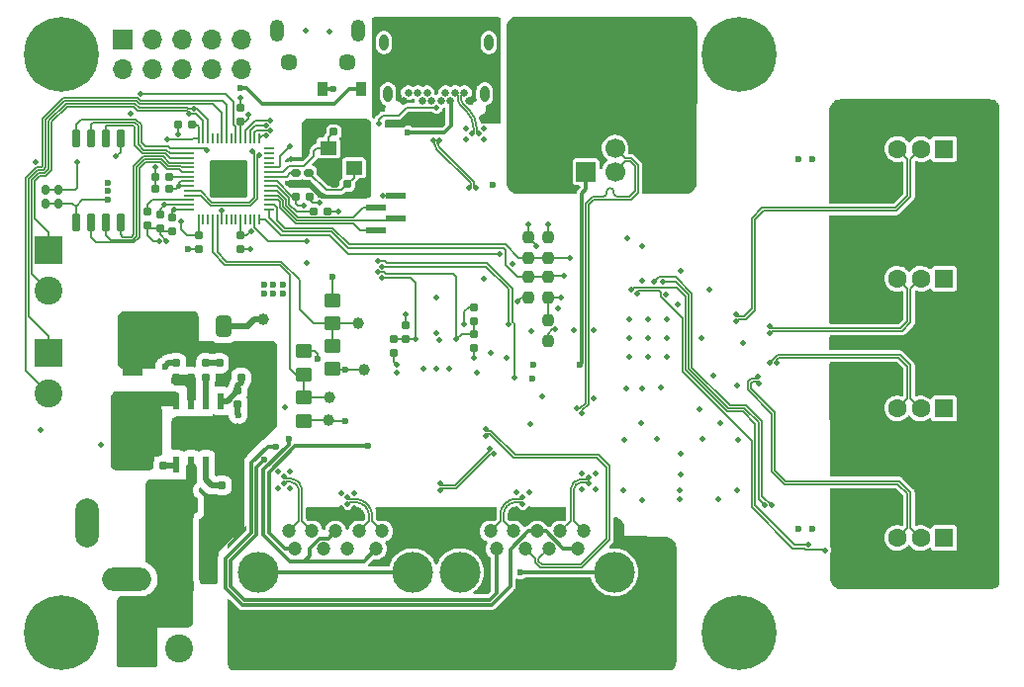
<source format=gbl>
G04 #@! TF.GenerationSoftware,KiCad,Pcbnew,(6.0.2)*
G04 #@! TF.CreationDate,2022-10-12T22:23:13+11:00*
G04 #@! TF.ProjectId,usb_xwitch,7573625f-7877-4697-9463-682e6b696361,0.2*
G04 #@! TF.SameCoordinates,Original*
G04 #@! TF.FileFunction,Copper,L4,Bot*
G04 #@! TF.FilePolarity,Positive*
%FSLAX46Y46*%
G04 Gerber Fmt 4.6, Leading zero omitted, Abs format (unit mm)*
G04 Created by KiCad (PCBNEW (6.0.2)) date 2022-10-12 22:23:13*
%MOMM*%
%LPD*%
G01*
G04 APERTURE LIST*
G04 Aperture macros list*
%AMRoundRect*
0 Rectangle with rounded corners*
0 $1 Rounding radius*
0 $2 $3 $4 $5 $6 $7 $8 $9 X,Y pos of 4 corners*
0 Add a 4 corners polygon primitive as box body*
4,1,4,$2,$3,$4,$5,$6,$7,$8,$9,$2,$3,0*
0 Add four circle primitives for the rounded corners*
1,1,$1+$1,$2,$3*
1,1,$1+$1,$4,$5*
1,1,$1+$1,$6,$7*
1,1,$1+$1,$8,$9*
0 Add four rect primitives between the rounded corners*
20,1,$1+$1,$2,$3,$4,$5,0*
20,1,$1+$1,$4,$5,$6,$7,0*
20,1,$1+$1,$6,$7,$8,$9,0*
20,1,$1+$1,$8,$9,$2,$3,0*%
G04 Aperture macros list end*
G04 #@! TA.AperFunction,ComponentPad*
%ADD10C,6.400000*%
G04 #@! TD*
G04 #@! TA.AperFunction,ComponentPad*
%ADD11R,1.600000X1.600000*%
G04 #@! TD*
G04 #@! TA.AperFunction,ComponentPad*
%ADD12C,1.600000*%
G04 #@! TD*
G04 #@! TA.AperFunction,ComponentPad*
%ADD13C,2.150000*%
G04 #@! TD*
G04 #@! TA.AperFunction,ComponentPad*
%ADD14R,1.700000X1.700000*%
G04 #@! TD*
G04 #@! TA.AperFunction,ComponentPad*
%ADD15C,1.700000*%
G04 #@! TD*
G04 #@! TA.AperFunction,ComponentPad*
%ADD16C,3.500000*%
G04 #@! TD*
G04 #@! TA.AperFunction,ComponentPad*
%ADD17R,2.000000X4.600000*%
G04 #@! TD*
G04 #@! TA.AperFunction,ComponentPad*
%ADD18O,2.000000X4.200000*%
G04 #@! TD*
G04 #@! TA.AperFunction,ComponentPad*
%ADD19O,4.200000X2.000000*%
G04 #@! TD*
G04 #@! TA.AperFunction,ComponentPad*
%ADD20C,1.450000*%
G04 #@! TD*
G04 #@! TA.AperFunction,ComponentPad*
%ADD21O,1.200000X1.900000*%
G04 #@! TD*
G04 #@! TA.AperFunction,ComponentPad*
%ADD22C,0.650000*%
G04 #@! TD*
G04 #@! TA.AperFunction,ComponentPad*
%ADD23O,0.800000X1.400000*%
G04 #@! TD*
G04 #@! TA.AperFunction,ComponentPad*
%ADD24C,1.200000*%
G04 #@! TD*
G04 #@! TA.AperFunction,ComponentPad*
%ADD25R,2.400000X2.400000*%
G04 #@! TD*
G04 #@! TA.AperFunction,ComponentPad*
%ADD26C,2.400000*%
G04 #@! TD*
G04 #@! TA.AperFunction,ComponentPad*
%ADD27O,1.700000X1.700000*%
G04 #@! TD*
G04 #@! TA.AperFunction,SMDPad,CuDef*
%ADD28RoundRect,0.160000X0.160000X-0.197500X0.160000X0.197500X-0.160000X0.197500X-0.160000X-0.197500X0*%
G04 #@! TD*
G04 #@! TA.AperFunction,SMDPad,CuDef*
%ADD29RoundRect,0.160000X0.160000X-0.222500X0.160000X0.222500X-0.160000X0.222500X-0.160000X-0.222500X0*%
G04 #@! TD*
G04 #@! TA.AperFunction,SMDPad,CuDef*
%ADD30RoundRect,0.250000X0.450000X-0.350000X0.450000X0.350000X-0.450000X0.350000X-0.450000X-0.350000X0*%
G04 #@! TD*
G04 #@! TA.AperFunction,SMDPad,CuDef*
%ADD31RoundRect,0.160000X-0.160000X0.197500X-0.160000X-0.197500X0.160000X-0.197500X0.160000X0.197500X0*%
G04 #@! TD*
G04 #@! TA.AperFunction,SMDPad,CuDef*
%ADD32RoundRect,0.160000X0.197500X0.160000X-0.197500X0.160000X-0.197500X-0.160000X0.197500X-0.160000X0*%
G04 #@! TD*
G04 #@! TA.AperFunction,SMDPad,CuDef*
%ADD33C,1.000000*%
G04 #@! TD*
G04 #@! TA.AperFunction,SMDPad,CuDef*
%ADD34R,1.400000X1.200000*%
G04 #@! TD*
G04 #@! TA.AperFunction,SMDPad,CuDef*
%ADD35RoundRect,0.050000X-0.050000X0.387500X-0.050000X-0.387500X0.050000X-0.387500X0.050000X0.387500X0*%
G04 #@! TD*
G04 #@! TA.AperFunction,SMDPad,CuDef*
%ADD36RoundRect,0.050000X-0.387500X0.050000X-0.387500X-0.050000X0.387500X-0.050000X0.387500X0.050000X0*%
G04 #@! TD*
G04 #@! TA.AperFunction,ComponentPad*
%ADD37C,0.600000*%
G04 #@! TD*
G04 #@! TA.AperFunction,SMDPad,CuDef*
%ADD38RoundRect,0.144000X-1.456000X1.456000X-1.456000X-1.456000X1.456000X-1.456000X1.456000X1.456000X0*%
G04 #@! TD*
G04 #@! TA.AperFunction,SMDPad,CuDef*
%ADD39R,0.558800X1.460500*%
G04 #@! TD*
G04 #@! TA.AperFunction,SMDPad,CuDef*
%ADD40R,3.454400X2.565400*%
G04 #@! TD*
G04 #@! TA.AperFunction,SMDPad,CuDef*
%ADD41RoundRect,0.160000X-0.222500X-0.160000X0.222500X-0.160000X0.222500X0.160000X-0.222500X0.160000X0*%
G04 #@! TD*
G04 #@! TA.AperFunction,SMDPad,CuDef*
%ADD42RoundRect,0.250000X0.412500X0.650000X-0.412500X0.650000X-0.412500X-0.650000X0.412500X-0.650000X0*%
G04 #@! TD*
G04 #@! TA.AperFunction,SMDPad,CuDef*
%ADD43RoundRect,0.237500X-0.237500X0.250000X-0.237500X-0.250000X0.237500X-0.250000X0.237500X0.250000X0*%
G04 #@! TD*
G04 #@! TA.AperFunction,SMDPad,CuDef*
%ADD44R,1.800000X2.500000*%
G04 #@! TD*
G04 #@! TA.AperFunction,SMDPad,CuDef*
%ADD45RoundRect,0.160000X-0.197500X-0.160000X0.197500X-0.160000X0.197500X0.160000X-0.197500X0.160000X0*%
G04 #@! TD*
G04 #@! TA.AperFunction,SMDPad,CuDef*
%ADD46RoundRect,0.155000X-0.212500X-0.155000X0.212500X-0.155000X0.212500X0.155000X-0.212500X0.155000X0*%
G04 #@! TD*
G04 #@! TA.AperFunction,SMDPad,CuDef*
%ADD47RoundRect,0.155000X0.212500X0.155000X-0.212500X0.155000X-0.212500X-0.155000X0.212500X-0.155000X0*%
G04 #@! TD*
G04 #@! TA.AperFunction,SMDPad,CuDef*
%ADD48RoundRect,0.150000X-0.150000X0.650000X-0.150000X-0.650000X0.150000X-0.650000X0.150000X0.650000X0*%
G04 #@! TD*
G04 #@! TA.AperFunction,SMDPad,CuDef*
%ADD49RoundRect,0.237500X0.237500X-0.250000X0.237500X0.250000X-0.237500X0.250000X-0.237500X-0.250000X0*%
G04 #@! TD*
G04 #@! TA.AperFunction,SMDPad,CuDef*
%ADD50R,0.900000X1.200000*%
G04 #@! TD*
G04 #@! TA.AperFunction,SMDPad,CuDef*
%ADD51R,1.750000X0.600000*%
G04 #@! TD*
G04 #@! TA.AperFunction,SMDPad,CuDef*
%ADD52RoundRect,0.250000X-0.337500X-0.475000X0.337500X-0.475000X0.337500X0.475000X-0.337500X0.475000X0*%
G04 #@! TD*
G04 #@! TA.AperFunction,ViaPad*
%ADD53C,0.460000*%
G04 #@! TD*
G04 #@! TA.AperFunction,ViaPad*
%ADD54C,0.800000*%
G04 #@! TD*
G04 #@! TA.AperFunction,ViaPad*
%ADD55C,0.600000*%
G04 #@! TD*
G04 #@! TA.AperFunction,Conductor*
%ADD56C,0.127000*%
G04 #@! TD*
G04 #@! TA.AperFunction,Conductor*
%ADD57C,0.200000*%
G04 #@! TD*
G04 #@! TA.AperFunction,Conductor*
%ADD58C,0.150000*%
G04 #@! TD*
G04 #@! TA.AperFunction,Conductor*
%ADD59C,0.300000*%
G04 #@! TD*
G04 #@! TA.AperFunction,Conductor*
%ADD60C,0.500000*%
G04 #@! TD*
G04 APERTURE END LIST*
D10*
X103500000Y-133000000D03*
D11*
X179000000Y-124900000D03*
D12*
X177000000Y-124900000D03*
X175000000Y-124900000D03*
X173000000Y-124900000D03*
D13*
X179730000Y-122180000D03*
X179730000Y-127620000D03*
X172730000Y-122180000D03*
X172730000Y-127620000D03*
D14*
X148350000Y-93527500D03*
D15*
X150850000Y-93527500D03*
X150850000Y-91527500D03*
X148350000Y-91527500D03*
D16*
X155620000Y-88817500D03*
X143580000Y-88817500D03*
D17*
X111991500Y-123602000D03*
D18*
X105691500Y-123602000D03*
D19*
X109091500Y-128402000D03*
D11*
X179000000Y-102700000D03*
D12*
X177000000Y-102700000D03*
X175000000Y-102700000D03*
X173000000Y-102700000D03*
D13*
X179730000Y-105420000D03*
X172730000Y-105420000D03*
X179730000Y-99980000D03*
X172730000Y-99980000D03*
D11*
X179000000Y-113800000D03*
D12*
X177000000Y-113800000D03*
X175000000Y-113800000D03*
X173000000Y-113800000D03*
D13*
X172730000Y-116520000D03*
X172730000Y-111080000D03*
X179730000Y-116520000D03*
X179730000Y-111080000D03*
D20*
X122900000Y-84152500D03*
X127900000Y-84152500D03*
D21*
X121900000Y-81452500D03*
X128900000Y-81452500D03*
D22*
X132750000Y-87460000D03*
X133150000Y-86760000D03*
X133950000Y-86760000D03*
X134350000Y-87460000D03*
X134750000Y-86760000D03*
X135150000Y-87460000D03*
X135950000Y-87460000D03*
X136350000Y-86760000D03*
X136750000Y-87460000D03*
X137150000Y-86760000D03*
X137950000Y-86760000D03*
X138350000Y-87460000D03*
D23*
X139680000Y-86860000D03*
X131420000Y-86860000D03*
X140040000Y-82470000D03*
X131060000Y-82470000D03*
D10*
X103500000Y-83500000D03*
D24*
X140675000Y-125825000D03*
X143175000Y-125825000D03*
X145175000Y-125825000D03*
X147675000Y-125825000D03*
X148175000Y-124325000D03*
X146175000Y-124325000D03*
X144175000Y-124325000D03*
X142175000Y-124325000D03*
X140175000Y-124325000D03*
D16*
X150775000Y-127825000D03*
X137575000Y-127825000D03*
D25*
X102400000Y-100250000D03*
D26*
X102400000Y-103750000D03*
D11*
X179000000Y-91600000D03*
D12*
X177000000Y-91600000D03*
X175000000Y-91600000D03*
X173000000Y-91600000D03*
D13*
X179730000Y-94320000D03*
X179730000Y-88880000D03*
X172730000Y-94320000D03*
X172730000Y-88880000D03*
D25*
X110010000Y-134400000D03*
D26*
X113510000Y-134400000D03*
D14*
X108750000Y-82230000D03*
D27*
X108750000Y-84770000D03*
X111290000Y-82230000D03*
X111290000Y-84770000D03*
X113830000Y-82230000D03*
X113830000Y-84770000D03*
X116370000Y-82230000D03*
X116370000Y-84770000D03*
X118910000Y-82230000D03*
X118910000Y-84770000D03*
D24*
X123425000Y-125825000D03*
X125925000Y-125825000D03*
X127925000Y-125825000D03*
X130425000Y-125825000D03*
X130925000Y-124325000D03*
X128925000Y-124325000D03*
X126925000Y-124325000D03*
X124925000Y-124325000D03*
X122925000Y-124325000D03*
D16*
X133525000Y-127825000D03*
X120325000Y-127825000D03*
D10*
X161500000Y-133000000D03*
D25*
X102400000Y-109050000D03*
D26*
X102400000Y-112550000D03*
D10*
X161500000Y-83500000D03*
D28*
X114525000Y-111122500D03*
X114525000Y-109927500D03*
D29*
X102125000Y-96222500D03*
X102125000Y-95077500D03*
D30*
X124200000Y-110900000D03*
X124200000Y-108900000D03*
D31*
X118800000Y-98977500D03*
X118800000Y-100172500D03*
D32*
X118397500Y-120400000D03*
X117202500Y-120400000D03*
D30*
X126625000Y-110425000D03*
X126625000Y-108425000D03*
D33*
X126350000Y-114840000D03*
D28*
X138760000Y-106337500D03*
X138760000Y-105142500D03*
D31*
X112950000Y-97452500D03*
X112950000Y-98647500D03*
D34*
X126300000Y-91500000D03*
X128500000Y-91500000D03*
X128500000Y-93200000D03*
X126300000Y-93200000D03*
D33*
X126400000Y-112820000D03*
D35*
X115200000Y-90712500D03*
X115600000Y-90712500D03*
X116000000Y-90712500D03*
X116400000Y-90712500D03*
X116800000Y-90712500D03*
X117200000Y-90712500D03*
X117600000Y-90712500D03*
X118000000Y-90712500D03*
X118400000Y-90712500D03*
X118800000Y-90712500D03*
X119200000Y-90712500D03*
X119600000Y-90712500D03*
X120000000Y-90712500D03*
X120400000Y-90712500D03*
D36*
X121237500Y-91550000D03*
X121237500Y-91950000D03*
X121237500Y-92350000D03*
X121237500Y-92750000D03*
X121237500Y-93150000D03*
X121237500Y-93550000D03*
X121237500Y-93950000D03*
X121237500Y-94350000D03*
X121237500Y-94750000D03*
X121237500Y-95150000D03*
X121237500Y-95550000D03*
X121237500Y-95950000D03*
X121237500Y-96350000D03*
X121237500Y-96750000D03*
D35*
X120400000Y-97587500D03*
X120000000Y-97587500D03*
X119600000Y-97587500D03*
X119200000Y-97587500D03*
X118800000Y-97587500D03*
X118400000Y-97587500D03*
X118000000Y-97587500D03*
X117600000Y-97587500D03*
X117200000Y-97587500D03*
X116800000Y-97587500D03*
X116400000Y-97587500D03*
X116000000Y-97587500D03*
X115600000Y-97587500D03*
X115200000Y-97587500D03*
D36*
X114362500Y-96750000D03*
X114362500Y-96350000D03*
X114362500Y-95950000D03*
X114362500Y-95550000D03*
X114362500Y-95150000D03*
X114362500Y-94750000D03*
X114362500Y-94350000D03*
X114362500Y-93950000D03*
X114362500Y-93550000D03*
X114362500Y-93150000D03*
X114362500Y-92750000D03*
X114362500Y-92350000D03*
X114362500Y-91950000D03*
X114362500Y-91550000D03*
D37*
X117800000Y-92875000D03*
X116525000Y-95425000D03*
X116525000Y-94150000D03*
X116525000Y-92875000D03*
D38*
X117800000Y-94150000D03*
D37*
X119075000Y-94150000D03*
X119075000Y-95425000D03*
X117800000Y-95425000D03*
X117800000Y-94150000D03*
X119075000Y-92875000D03*
D28*
X118800000Y-89247500D03*
X118800000Y-88052500D03*
D29*
X103175000Y-96222500D03*
X103175000Y-95077500D03*
D31*
X115200000Y-98952500D03*
X115200000Y-100147500D03*
D39*
X113295000Y-113175850D03*
X114565000Y-113175850D03*
X115835000Y-113175850D03*
X117105000Y-113175850D03*
X117105000Y-118624150D03*
X115835000Y-118624150D03*
X114565000Y-118624150D03*
X113295000Y-118624150D03*
D40*
X115200000Y-115900000D03*
D41*
X123502500Y-93625000D03*
X124647500Y-93625000D03*
D31*
X110850000Y-96952500D03*
X110850000Y-98147500D03*
D42*
X117362500Y-106800000D03*
X114237500Y-106800000D03*
D33*
X129375000Y-110450000D03*
D43*
X145110000Y-106217500D03*
X145110000Y-108042500D03*
D30*
X124200000Y-114850000D03*
X124200000Y-112850000D03*
D33*
X128850000Y-106525000D03*
D30*
X126675000Y-106525000D03*
X126675000Y-104525000D03*
D32*
X114627500Y-89460000D03*
X113432500Y-89460000D03*
D44*
X109590000Y-113730000D03*
X109590000Y-109730000D03*
D45*
X125077500Y-96950000D03*
X126272500Y-96950000D03*
D46*
X126782500Y-90100000D03*
X127917500Y-90100000D03*
D28*
X116975000Y-111122500D03*
X116975000Y-109927500D03*
D47*
X127942500Y-94600000D03*
X126807500Y-94600000D03*
D33*
X120750000Y-106200000D03*
D43*
X145090000Y-99117500D03*
X145090000Y-100942500D03*
D48*
X104695000Y-90650000D03*
X105965000Y-90650000D03*
X107235000Y-90650000D03*
X108505000Y-90650000D03*
X108505000Y-97850000D03*
X107235000Y-97850000D03*
X105965000Y-97850000D03*
X104695000Y-97850000D03*
D49*
X143440000Y-100942500D03*
X143440000Y-99117500D03*
D28*
X115825000Y-111122500D03*
X115825000Y-109927500D03*
D45*
X111002500Y-118700000D03*
X112197500Y-118700000D03*
D43*
X143450000Y-102487500D03*
X143450000Y-104312500D03*
D32*
X112722500Y-95000000D03*
X111527500Y-95000000D03*
D28*
X138760000Y-108607500D03*
X138760000Y-107412500D03*
X131880000Y-109087500D03*
X131880000Y-107892500D03*
D50*
X129100000Y-86450000D03*
X125800000Y-86450000D03*
D28*
X132910000Y-107887500D03*
X132910000Y-106692500D03*
X118570000Y-113457500D03*
X118570000Y-112262500D03*
D45*
X118852500Y-111160000D03*
X120047500Y-111160000D03*
D28*
X113325000Y-111122500D03*
X113325000Y-109927500D03*
D51*
X130355000Y-98570000D03*
X132105000Y-97570000D03*
X130355000Y-96570000D03*
X132105000Y-95570000D03*
D45*
X123522500Y-95670000D03*
X124717500Y-95670000D03*
D31*
X111900000Y-97202500D03*
X111900000Y-98397500D03*
D49*
X145100000Y-104312500D03*
X145100000Y-102487500D03*
D52*
X114587500Y-122125000D03*
X116662500Y-122125000D03*
D32*
X112722500Y-93950000D03*
X111527500Y-93950000D03*
D53*
X118500000Y-115950000D03*
X161350000Y-116500000D03*
X149160000Y-119380000D03*
D54*
X109700000Y-106300000D03*
D53*
X118500000Y-116550000D03*
X149275000Y-134875000D03*
D55*
X116100000Y-125700000D03*
D53*
X134800000Y-123700000D03*
X119310000Y-134880000D03*
X155300000Y-106200000D03*
X136200000Y-125100000D03*
X132000000Y-135500000D03*
X139580000Y-89810000D03*
X135510000Y-104265000D03*
X149275000Y-134175000D03*
D55*
X155350000Y-130020000D03*
D53*
X112450000Y-99475000D03*
X115200000Y-115310000D03*
X118800000Y-87200000D03*
X148000000Y-119380000D03*
X133400000Y-135500000D03*
X156450000Y-117650000D03*
X143690000Y-107150000D03*
X132750000Y-84425000D03*
X134450000Y-110400000D03*
X152100000Y-109400000D03*
X135550000Y-110400000D03*
X132000000Y-134800000D03*
X127145000Y-96950000D03*
D55*
X140390000Y-94630000D03*
D53*
X158350000Y-116425000D03*
X150675000Y-134175000D03*
D55*
X114275000Y-100150000D03*
D53*
X132750000Y-83725000D03*
X135500000Y-124400000D03*
X149050000Y-112900000D03*
X133400000Y-134100000D03*
X159675000Y-121600000D03*
X143560000Y-115150000D03*
X130990000Y-95570000D03*
X132050000Y-85125000D03*
X119100000Y-115950000D03*
X133400000Y-134800000D03*
X119700000Y-116550000D03*
X138120000Y-90750000D03*
X124450000Y-101370000D03*
X134800000Y-125100000D03*
X129625000Y-89350000D03*
X144100000Y-99910000D03*
X126075000Y-94150000D03*
X150675000Y-133475000D03*
X115200000Y-116510000D03*
X123040000Y-119240000D03*
X129650000Y-95475000D03*
X133450000Y-83725000D03*
X123075000Y-92475000D03*
D55*
X126675000Y-102500000D03*
D53*
X143440000Y-98070000D03*
X149975000Y-133475000D03*
X132000000Y-134100000D03*
X151920000Y-99200000D03*
D55*
X116100000Y-128100000D03*
D53*
X150675000Y-134875000D03*
X132750000Y-85125000D03*
X127390000Y-121040000D03*
X152100000Y-106200000D03*
X135500000Y-123700000D03*
X153175000Y-112100000D03*
D55*
X143800000Y-111247500D03*
D53*
X132140000Y-110750000D03*
X128520000Y-122360000D03*
X152070000Y-134870000D03*
X113430000Y-90370000D03*
X108130000Y-92230000D03*
X101302500Y-92667500D03*
X153700000Y-107800000D03*
X158950000Y-103650000D03*
X119100000Y-116550000D03*
X149160000Y-120720000D03*
X124400000Y-81450000D03*
D55*
X116100000Y-127300000D03*
X134280000Y-135510000D03*
D53*
X138980000Y-110750000D03*
X123075000Y-94575000D03*
X132050000Y-83725000D03*
X156375000Y-121600000D03*
X145960000Y-105230000D03*
X136200000Y-124400000D03*
X134800000Y-124400000D03*
D55*
X125425000Y-109550000D03*
D53*
X154425000Y-116425000D03*
X136650000Y-110400000D03*
X133450000Y-85125000D03*
X156425000Y-102000000D03*
X142400000Y-122400000D03*
X149275000Y-133475000D03*
X147340000Y-107110000D03*
X124475000Y-89400000D03*
X122610000Y-113690000D03*
X153180000Y-99940000D03*
X119100000Y-115350000D03*
X138120000Y-89810000D03*
X119675000Y-100175000D03*
X111875000Y-99475000D03*
X149975000Y-134175000D03*
X159825000Y-115050000D03*
X155173500Y-104051500D03*
D55*
X116100000Y-126500000D03*
D53*
X115200000Y-115910000D03*
X114600000Y-115310000D03*
X115800000Y-116510000D03*
X154800000Y-112050000D03*
X114600000Y-115910000D03*
X140200000Y-109075000D03*
X142504989Y-104650000D03*
X153125000Y-121625000D03*
X101650000Y-115650000D03*
X139580000Y-90750000D03*
X119700000Y-115350000D03*
X143500000Y-121000000D03*
D54*
X111700000Y-106300000D03*
D53*
X161325000Y-111825000D03*
D55*
X166500000Y-92450000D03*
D53*
X161300000Y-120800000D03*
X123010000Y-91350000D03*
X118500000Y-115350000D03*
X153700000Y-106200000D03*
X123040000Y-120660000D03*
X132700000Y-135500000D03*
D55*
X167750000Y-124100000D03*
D53*
X132910000Y-105760000D03*
X142400000Y-121000000D03*
X149975000Y-134875000D03*
X139630000Y-102670000D03*
X155300000Y-109400000D03*
X135800000Y-107930000D03*
X125580000Y-96140000D03*
D54*
X110700000Y-106300000D03*
D53*
X158100000Y-113850000D03*
D55*
X143810000Y-110037500D03*
D53*
X151550000Y-120800000D03*
X104850000Y-92700000D03*
X136200000Y-123700000D03*
X155300000Y-107800000D03*
X115800000Y-115310000D03*
X135500000Y-125100000D03*
X111525000Y-93129989D03*
X114600000Y-116510000D03*
X132050000Y-84425000D03*
X129725000Y-92350000D03*
X121990000Y-120660000D03*
X115800000Y-115910000D03*
X156375000Y-120775000D03*
X137920000Y-106590000D03*
X151600000Y-116500000D03*
X153700000Y-109400000D03*
X132700000Y-134100000D03*
X125675000Y-95500000D03*
X133450000Y-84425000D03*
X143500000Y-122400000D03*
X119700000Y-115950000D03*
X156450000Y-119500000D03*
X126425000Y-81500000D03*
X121990000Y-119240000D03*
X153050000Y-115025000D03*
X127390000Y-122360000D03*
X132700000Y-134800000D03*
X161775000Y-108200000D03*
X152100000Y-107800000D03*
X148000000Y-120720000D03*
X128520000Y-121040000D03*
X132790000Y-89500000D03*
D55*
X126710000Y-86450000D03*
X133090000Y-90190000D03*
D53*
X163114966Y-111642811D03*
D55*
X121600000Y-103200000D03*
X166500000Y-124100000D03*
X122400000Y-104000000D03*
X120800000Y-103200000D03*
X121600000Y-104000000D03*
X120800000Y-104000000D03*
X118810000Y-86340000D03*
D53*
X106890000Y-116900000D03*
D55*
X122400000Y-103200000D03*
X119400000Y-106800000D03*
X118600000Y-114350000D03*
X167750000Y-92450000D03*
D53*
X110258814Y-86887285D03*
D55*
X147836480Y-110030000D03*
X110100000Y-115600000D03*
X109300000Y-115600000D03*
X111900000Y-112700000D03*
X110900000Y-115600000D03*
X107420000Y-94480000D03*
D53*
X112275000Y-96381500D03*
D55*
X107410000Y-95190000D03*
D53*
X149037955Y-107058545D03*
X124200000Y-96420000D03*
X119680000Y-98600000D03*
X113725000Y-97750000D03*
X142033705Y-101391295D03*
X144570000Y-112770000D03*
D55*
X107420000Y-95910000D03*
D53*
X135510000Y-107365000D03*
X113500000Y-94750000D03*
X153200000Y-102875000D03*
X119475000Y-88650000D03*
X151800000Y-112075000D03*
X158275000Y-107800000D03*
X141580000Y-109450000D03*
X159250000Y-111000000D03*
X132160000Y-110050000D03*
X156198500Y-104875000D03*
X112550000Y-90775000D03*
X146200000Y-104300000D03*
X138750000Y-109460000D03*
X113100000Y-96750000D03*
X145090000Y-98030000D03*
D55*
X120790000Y-118230000D03*
X127775000Y-110450000D03*
X121860000Y-117070000D03*
X142770000Y-127830000D03*
D53*
X130650000Y-89420000D03*
X135574555Y-88028759D03*
D55*
X127750000Y-114850000D03*
X129680000Y-116970000D03*
D53*
X139742645Y-115542346D03*
X139742645Y-116129346D03*
D55*
X122940000Y-116380000D03*
D53*
X148609045Y-120263466D03*
X148602299Y-119677002D03*
X142950000Y-121996500D03*
X142950000Y-121403500D03*
X163100000Y-111056500D03*
X164063000Y-109870000D03*
X164650000Y-109870000D03*
X147600977Y-113808427D03*
X148033623Y-114241073D03*
X164120000Y-107343500D03*
X164120000Y-106756500D03*
X161220000Y-106343500D03*
X114380000Y-88550000D03*
X114800000Y-88120000D03*
X124475000Y-99450000D03*
X119808520Y-91775000D03*
X120374989Y-92075000D03*
X115950000Y-91690000D03*
X109410000Y-88520000D03*
X117200000Y-96875000D03*
X147000000Y-100950000D03*
X146450000Y-102475000D03*
X145740000Y-107054500D03*
X121359983Y-89139194D03*
X130542951Y-101192448D03*
X142200000Y-111125000D03*
X130905946Y-101653121D03*
X141700000Y-106600000D03*
X120962000Y-89570000D03*
X130534383Y-102106911D03*
X137275000Y-107900000D03*
X121359983Y-90000806D03*
X120975000Y-90450000D03*
X133800000Y-107900000D03*
X130900000Y-102575000D03*
X140992533Y-100603020D03*
X154950000Y-102971980D03*
X163622997Y-122116849D03*
X164226433Y-122110051D03*
X154200000Y-102950000D03*
X167350000Y-125500000D03*
X152200516Y-103633505D03*
X152705013Y-103932617D03*
X168825000Y-125950000D03*
D55*
X112330000Y-110200000D03*
D53*
X161220000Y-105756500D03*
X135843500Y-90850000D03*
X138947572Y-94921551D03*
X135256500Y-90850000D03*
X138360572Y-94921551D03*
X138566500Y-90280000D03*
X139153500Y-90280000D03*
X135860000Y-120196997D03*
X140123677Y-117233677D03*
X135860000Y-120793500D03*
X140496323Y-117696323D03*
X127950000Y-121406500D03*
X127950000Y-121993500D03*
X122500000Y-119636500D03*
X122500000Y-120243500D03*
D56*
X122080000Y-93150000D02*
X122200000Y-93030000D01*
D57*
X143440000Y-99117500D02*
X143440000Y-98070000D01*
D58*
X111875000Y-99475000D02*
X111335000Y-99475000D01*
X103175000Y-95077500D02*
X104647500Y-95077500D01*
X112950000Y-98647500D02*
X112150000Y-98647500D01*
D56*
X115200000Y-100147500D02*
X114277500Y-100147500D01*
D58*
X111335000Y-99475000D02*
X110850000Y-98990000D01*
X111527500Y-95000000D02*
X111527500Y-93950000D01*
X144100000Y-99910000D02*
X144100000Y-99777500D01*
X102125000Y-95077500D02*
X103175000Y-95077500D01*
D56*
X124950000Y-96140000D02*
X125580000Y-96140000D01*
D58*
X111900000Y-98925000D02*
X111900000Y-98397500D01*
D56*
X132105000Y-95570000D02*
X130990000Y-95570000D01*
D58*
X126272500Y-96950000D02*
X127145000Y-96950000D01*
D57*
X132910000Y-106692500D02*
X132910000Y-105760000D01*
D58*
X138307500Y-105142500D02*
X138760000Y-105142500D01*
X137920000Y-106590000D02*
X137920000Y-105530000D01*
X111900000Y-98397500D02*
X111100000Y-98397500D01*
X104850000Y-94875000D02*
X104850000Y-92700000D01*
D56*
X124717500Y-95670000D02*
X124717500Y-95907500D01*
X122200000Y-93030000D02*
X122200000Y-92220000D01*
D58*
X112150000Y-98647500D02*
X111900000Y-98397500D01*
X112450000Y-99475000D02*
X111900000Y-98925000D01*
X113432500Y-89460000D02*
X113432500Y-90367500D01*
X118800000Y-88052500D02*
X118800000Y-87200000D01*
D57*
X142504989Y-104650000D02*
X142842489Y-104312500D01*
D58*
X124200000Y-108900000D02*
X125175000Y-108900000D01*
X137920000Y-105530000D02*
X138307500Y-105142500D01*
D56*
X122200000Y-92220000D02*
X122200000Y-92160000D01*
X124717500Y-95907500D02*
X124950000Y-96140000D01*
D58*
X126675000Y-104525000D02*
X126675000Y-102500000D01*
D56*
X114277500Y-100147500D02*
X114275000Y-100150000D01*
D58*
X111100000Y-98397500D02*
X110850000Y-98147500D01*
D56*
X121237500Y-93150000D02*
X122080000Y-93150000D01*
D58*
X104647500Y-95077500D02*
X104850000Y-94875000D01*
X110850000Y-98990000D02*
X110850000Y-98147500D01*
D56*
X119672500Y-100172500D02*
X119675000Y-100175000D01*
D58*
X144100000Y-99777500D02*
X143440000Y-99117500D01*
X125425000Y-109150000D02*
X125425000Y-109550000D01*
X108505000Y-90650000D02*
X108505000Y-91855000D01*
X111527500Y-93132489D02*
X111527500Y-93950000D01*
X113432500Y-90367500D02*
X113430000Y-90370000D01*
X111525000Y-93129989D02*
X111527500Y-93132489D01*
D56*
X122200000Y-92160000D02*
X123010000Y-91350000D01*
D58*
X108505000Y-91855000D02*
X108130000Y-92230000D01*
X125175000Y-108900000D02*
X125425000Y-109150000D01*
X118800000Y-100172500D02*
X119672500Y-100172500D01*
D57*
X142842489Y-104312500D02*
X143450000Y-104312500D01*
D59*
X126710000Y-86450000D02*
X125800000Y-86450000D01*
X136800000Y-89600000D02*
X136210000Y-90190000D01*
X136210000Y-90190000D02*
X133090000Y-90190000D01*
X136750000Y-87460000D02*
X136800000Y-87510000D01*
X136800000Y-87510000D02*
X136800000Y-89600000D01*
D56*
X164497000Y-114157394D02*
X164497000Y-119087394D01*
X176127001Y-120997395D02*
X176127001Y-124027001D01*
X162437155Y-112097549D02*
X164497000Y-114157394D01*
X175142606Y-120013000D02*
X176127001Y-120997395D01*
X162950675Y-111478520D02*
X162646480Y-111478520D01*
X162437155Y-111687845D02*
X162437155Y-112097549D01*
X165422606Y-120013000D02*
X175142606Y-120013000D01*
X162646480Y-111478520D02*
X162437155Y-111687845D01*
X176127001Y-124027001D02*
X177000000Y-124900000D01*
X163114966Y-111642811D02*
X162950675Y-111478520D01*
X164497000Y-119087394D02*
X165422606Y-120013000D01*
D58*
X110850000Y-96952500D02*
X110850000Y-96325000D01*
D56*
X121950000Y-94750000D02*
X122950000Y-95750000D01*
X122950000Y-96324982D02*
X123575018Y-96950000D01*
D58*
X111225000Y-95950000D02*
X114362500Y-95950000D01*
D56*
X121237500Y-94750000D02*
X121950000Y-94750000D01*
X122950000Y-95750000D02*
X122950000Y-96324982D01*
D58*
X110850000Y-96325000D02*
X111225000Y-95950000D01*
D56*
X123575018Y-96950000D02*
X125077500Y-96950000D01*
D58*
X112722500Y-93950000D02*
X114362500Y-93950000D01*
D56*
X121237500Y-93550000D02*
X122450000Y-93550000D01*
X124225000Y-93025000D02*
X125050000Y-92200000D01*
X125300000Y-91500000D02*
X126300000Y-91500000D01*
X126300000Y-90582500D02*
X126300000Y-91500000D01*
X125050000Y-92200000D02*
X125050000Y-91750000D01*
X125050000Y-91750000D02*
X125300000Y-91500000D01*
X122975000Y-93025000D02*
X124225000Y-93025000D01*
X126782500Y-90100000D02*
X126300000Y-90582500D01*
X122450000Y-93550000D02*
X122975000Y-93025000D01*
D59*
X128140000Y-86450000D02*
X126870000Y-87720000D01*
X119270000Y-86340000D02*
X120650000Y-87720000D01*
X126870000Y-87720000D02*
X120650000Y-87720000D01*
D60*
X118570000Y-114320000D02*
X118570000Y-113457500D01*
D59*
X119270000Y-86340000D02*
X118810000Y-86340000D01*
D60*
X118600000Y-114350000D02*
X118570000Y-114320000D01*
X120750000Y-106200000D02*
X120000000Y-106200000D01*
X120000000Y-106200000D02*
X119400000Y-106800000D01*
D59*
X129100000Y-86450000D02*
X128140000Y-86450000D01*
D60*
X117362500Y-106800000D02*
X119400000Y-106800000D01*
D56*
X126122520Y-95100020D02*
X124647500Y-93625000D01*
X128500000Y-94042500D02*
X127942500Y-94600000D01*
X127442480Y-95100020D02*
X126122520Y-95100020D01*
X128500000Y-93200000D02*
X128500000Y-94042500D01*
X127942500Y-94600000D02*
X127442480Y-95100020D01*
X110261529Y-86890000D02*
X117530000Y-86890000D01*
X118220000Y-87580000D02*
X118220000Y-89520003D01*
X118400000Y-89700003D02*
X118400000Y-90712500D01*
X118220000Y-89520003D02*
X118400000Y-89700003D01*
X110258814Y-86887285D02*
X110261529Y-86890000D01*
X117530000Y-86890000D02*
X118220000Y-87580000D01*
D59*
X148350000Y-95020000D02*
X147986460Y-95383540D01*
X147986460Y-109880020D02*
X147836480Y-110030000D01*
X147986460Y-95383540D02*
X147986460Y-109880020D01*
X148350000Y-93527500D02*
X148350000Y-95020000D01*
D60*
X113290850Y-113180000D02*
X113295000Y-113175850D01*
X113219150Y-118700000D02*
X113295000Y-118624150D01*
X112197500Y-118700000D02*
X113219150Y-118700000D01*
X115825000Y-113165850D02*
X115835000Y-113175850D01*
X115825000Y-111122500D02*
X115825000Y-113165850D01*
X115825000Y-109927500D02*
X116975000Y-109927500D01*
D58*
X113100000Y-96750000D02*
X114362500Y-96750000D01*
X102125000Y-96222500D02*
X103175000Y-96222500D01*
X115200000Y-89650000D02*
X115200000Y-90712500D01*
X112306500Y-96350000D02*
X114362500Y-96350000D01*
D56*
X113725000Y-98450000D02*
X113725000Y-97750000D01*
X123710000Y-96420000D02*
X123522500Y-96232500D01*
D57*
X138760000Y-109450000D02*
X138750000Y-109460000D01*
D56*
X121908531Y-94350000D02*
X123228532Y-95670000D01*
D58*
X118800000Y-90712500D02*
X118800000Y-89247500D01*
D57*
X146187500Y-104312500D02*
X146200000Y-104300000D01*
D56*
X123228532Y-95670000D02*
X123522500Y-95670000D01*
D58*
X113675000Y-94350000D02*
X114362500Y-94350000D01*
D57*
X105270000Y-95910000D02*
X104695000Y-96485000D01*
D58*
X119302500Y-98977500D02*
X119680000Y-98600000D01*
D57*
X107420000Y-95910000D02*
X105270000Y-95910000D01*
X104695000Y-96485000D02*
X104695000Y-97850000D01*
D58*
X118800000Y-98977500D02*
X118800000Y-97587500D01*
D56*
X104397500Y-96222500D02*
X103175000Y-96222500D01*
D58*
X114623489Y-90801511D02*
X114712500Y-90712500D01*
D57*
X131880000Y-109770000D02*
X132160000Y-110050000D01*
D56*
X104695000Y-96520000D02*
X104397500Y-96222500D01*
X104695000Y-97850000D02*
X104695000Y-96520000D01*
X114227500Y-98952500D02*
X113725000Y-98450000D01*
D58*
X111900000Y-96756500D02*
X111900000Y-97202500D01*
X118800000Y-98977500D02*
X119302500Y-98977500D01*
X113250000Y-95000000D02*
X113500000Y-94750000D01*
D56*
X124200000Y-96420000D02*
X123710000Y-96420000D01*
D57*
X138760000Y-108607500D02*
X138760000Y-109450000D01*
D58*
X113500000Y-94750000D02*
X114362500Y-94750000D01*
X113100000Y-96750000D02*
X112950000Y-96900000D01*
D57*
X145090000Y-99117500D02*
X145090000Y-98030000D01*
D58*
X113500000Y-94525000D02*
X113675000Y-94350000D01*
X112950000Y-96900000D02*
X112950000Y-97452500D01*
D56*
X121237500Y-94350000D02*
X121908531Y-94350000D01*
D58*
X119475000Y-88975000D02*
X119475000Y-88650000D01*
D57*
X145100000Y-104312500D02*
X146187500Y-104312500D01*
D56*
X115200000Y-98952500D02*
X115200000Y-97587500D01*
D58*
X145110000Y-106217500D02*
X145110000Y-104322500D01*
X112550000Y-90775000D02*
X112576511Y-90801511D01*
X112722500Y-95000000D02*
X113250000Y-95000000D01*
X112275000Y-96381500D02*
X111900000Y-96756500D01*
X114627500Y-89460000D02*
X115010000Y-89460000D01*
X118800000Y-89247500D02*
X119202500Y-89247500D01*
X112275000Y-96381500D02*
X112306500Y-96350000D01*
D56*
X115200000Y-98952500D02*
X114227500Y-98952500D01*
D58*
X114712500Y-90712500D02*
X115200000Y-90712500D01*
X115010000Y-89460000D02*
X115200000Y-89650000D01*
X113500000Y-94750000D02*
X113500000Y-94525000D01*
D57*
X131880000Y-109087500D02*
X131880000Y-109770000D01*
D58*
X119202500Y-89247500D02*
X119475000Y-88975000D01*
D56*
X123522500Y-96232500D02*
X123522500Y-95670000D01*
D58*
X112576511Y-90801511D02*
X114623489Y-90801511D01*
D57*
X145110000Y-104322500D02*
X145100000Y-104312500D01*
D59*
X120178405Y-118841595D02*
X120790000Y-118230000D01*
D58*
X127775000Y-110450000D02*
X126650000Y-110450000D01*
D59*
X126650000Y-110450000D02*
X126625000Y-110425000D01*
X117946520Y-129023330D02*
X117946520Y-126833480D01*
X119096670Y-130173480D02*
X117946520Y-129023330D01*
X117946520Y-126833480D02*
X120178405Y-124601595D01*
X140103330Y-130173480D02*
X119096670Y-130173480D01*
X140675000Y-129601810D02*
X140103330Y-130173480D01*
D58*
X129375000Y-110450000D02*
X127775000Y-110450000D01*
D59*
X120178405Y-124601595D02*
X120178405Y-118841595D01*
X140675000Y-125825000D02*
X140675000Y-129601810D01*
X119751885Y-118452804D02*
X119751885Y-118438115D01*
X146414575Y-125825000D02*
X144914575Y-124325000D01*
X143435425Y-124325000D02*
X141890000Y-125870425D01*
X119751885Y-118438115D02*
X121120000Y-117070000D01*
X117520000Y-129200000D02*
X117520000Y-126656810D01*
X117520000Y-126656810D02*
X119751885Y-124424925D01*
X140280000Y-130600000D02*
X118920000Y-130600000D01*
X144175000Y-124325000D02*
X143435425Y-124325000D01*
X144914575Y-124325000D02*
X144175000Y-124325000D01*
X118920000Y-130600000D02*
X117520000Y-129200000D01*
X147675000Y-125825000D02*
X146414575Y-125825000D01*
X141890000Y-125870425D02*
X141890000Y-128990000D01*
X121120000Y-117070000D02*
X121860000Y-117070000D01*
X141890000Y-128990000D02*
X140280000Y-130600000D01*
X119751885Y-124424925D02*
X119751885Y-118452804D01*
X142770000Y-127830000D02*
X142775000Y-127825000D01*
X142775000Y-127825000D02*
X150775000Y-127825000D01*
D56*
X135573314Y-88030000D02*
X133011585Y-88030000D01*
X130960000Y-88720000D02*
X130650000Y-89030000D01*
X133011585Y-88030000D02*
X132321585Y-88720000D01*
X132321585Y-88720000D02*
X130960000Y-88720000D01*
X130650000Y-89030000D02*
X130650000Y-89420000D01*
X135574555Y-88028759D02*
X135573314Y-88030000D01*
D59*
X126360000Y-114850000D02*
X126350000Y-114840000D01*
X123480000Y-116970000D02*
X129680000Y-116970000D01*
X122576472Y-125825000D02*
X121200000Y-124448528D01*
X124210000Y-114840000D02*
X124200000Y-114850000D01*
X121200000Y-124448528D02*
X121200000Y-119250000D01*
X121200000Y-119250000D02*
X123480000Y-116970000D01*
X123425000Y-125825000D02*
X122576472Y-125825000D01*
D58*
X127750000Y-114850000D02*
X126360000Y-114850000D01*
X126350000Y-114840000D02*
X124210000Y-114840000D01*
D56*
X150367000Y-125082606D02*
X150367000Y-118737394D01*
X140218451Y-115708845D02*
X139909144Y-115708845D01*
X150367000Y-118737394D02*
X149402606Y-117773000D01*
X142282606Y-117773000D02*
X140218451Y-115708845D01*
X144047999Y-127007605D02*
X144467394Y-127427000D01*
X139909144Y-115708845D02*
X139742645Y-115542346D01*
X144467394Y-127427000D02*
X148022606Y-127427000D01*
X144047999Y-126697999D02*
X144047999Y-127007605D01*
X148022606Y-127427000D02*
X150367000Y-125082606D01*
X143175000Y-125825000D02*
X144047999Y-126697999D01*
X149402606Y-117773000D02*
X142282606Y-117773000D01*
X144302001Y-126902395D02*
X144572606Y-127173000D01*
X140113241Y-115962847D02*
X139909144Y-115962847D01*
X145175000Y-125825000D02*
X144302001Y-126697999D01*
X149297394Y-118027000D02*
X142177394Y-118027000D01*
X139909144Y-115962847D02*
X139742645Y-116129346D01*
X144302001Y-126697999D02*
X144302001Y-126902395D01*
X150113000Y-118842606D02*
X149297394Y-118027000D01*
X142177394Y-118027000D02*
X140113241Y-115962847D01*
X147917394Y-127173000D02*
X150113000Y-124977394D01*
X150113000Y-124977394D02*
X150113000Y-118842606D01*
X144572606Y-127173000D02*
X147917394Y-127173000D01*
D59*
X120773480Y-124625198D02*
X120773480Y-119064020D01*
X124700000Y-126440000D02*
X124260000Y-126880000D01*
X125561936Y-124948489D02*
X124700000Y-125810425D01*
X126301511Y-124948489D02*
X125561936Y-124948489D01*
X124260000Y-126880000D02*
X123028282Y-126880000D01*
X126925000Y-124325000D02*
X126301511Y-124948489D01*
X129370000Y-126880000D02*
X124260000Y-126880000D01*
X122940000Y-116897500D02*
X122940000Y-116380000D01*
X130425000Y-125825000D02*
X129370000Y-126880000D01*
X124700000Y-125810425D02*
X124700000Y-126440000D01*
X123028282Y-126880000D02*
X120773480Y-124625198D01*
X120773480Y-119064020D02*
X122940000Y-116897500D01*
D56*
X148609045Y-120263466D02*
X148472580Y-120127001D01*
X148472580Y-120127001D02*
X147971844Y-120127001D01*
X147302001Y-123452001D02*
X148175000Y-124325000D01*
X147512224Y-120317382D02*
X147507026Y-120322580D01*
X147302001Y-120817554D02*
X147302001Y-123452001D01*
X147512224Y-120317382D02*
G75*
G02*
X147971844Y-120127001I459617J-459613D01*
G01*
X147302001Y-120817554D02*
G75*
G02*
X147507026Y-120322580I699996J1D01*
G01*
X147047999Y-120712344D02*
X147047999Y-123452001D01*
X148602299Y-119677002D02*
X148406302Y-119872999D01*
X147392369Y-120078025D02*
X147253024Y-120217370D01*
X147047999Y-123452001D02*
X146175000Y-124325000D01*
X148406302Y-119872999D02*
X147887344Y-119872999D01*
X147392369Y-120078025D02*
G75*
G02*
X147887344Y-119872999I494977J-494976D01*
G01*
X147048000Y-120712344D02*
G75*
G02*
X147253025Y-120217371I700006J-3D01*
G01*
X141659712Y-122119894D02*
X141594894Y-122184712D01*
X141302001Y-123452001D02*
X142175000Y-124325000D01*
X141302001Y-122891819D02*
X141302001Y-123452001D01*
X142950000Y-121996500D02*
X142780501Y-121827001D01*
X142780501Y-121827001D02*
X142366819Y-121827001D01*
X141659712Y-122119894D02*
G75*
G02*
X142366819Y-121827001I707106J-707106D01*
G01*
X141302002Y-122891819D02*
G75*
G02*
X141594895Y-122184713I999998J1D01*
G01*
X141047999Y-122786609D02*
X141047999Y-123452001D01*
X141047999Y-123452001D02*
X140175000Y-124325000D01*
X142780501Y-121572999D02*
X142261609Y-121572999D01*
X142950000Y-121403500D02*
X142780501Y-121572999D01*
X141554502Y-121865892D02*
X141340892Y-122079502D01*
X141048000Y-122786609D02*
G75*
G02*
X141340893Y-122079503I999998J1D01*
G01*
X141554502Y-121865892D02*
G75*
G02*
X142261609Y-121572999I707106J-707106D01*
G01*
D59*
X133525000Y-127825000D02*
X120325000Y-127825000D01*
D56*
X162445394Y-111225000D02*
X162183155Y-111487239D01*
X163100000Y-111056500D02*
X162931500Y-111225000D01*
X175872999Y-121102605D02*
X175872999Y-124027001D01*
X175872999Y-124027001D02*
X175000000Y-124900000D01*
X164243000Y-114262606D02*
X164243000Y-119192606D01*
X162183155Y-111487239D02*
X162183155Y-112202761D01*
X162183155Y-112202761D02*
X164243000Y-114262606D01*
X164243000Y-119192606D02*
X165317394Y-120267000D01*
X175037394Y-120267000D02*
X175872999Y-121102605D01*
X165317394Y-120267000D02*
X175037394Y-120267000D01*
X162931500Y-111225000D02*
X162445394Y-111225000D01*
X164229989Y-109696025D02*
X164476025Y-109449989D01*
X164483011Y-109449989D02*
X164740000Y-109193000D01*
X164229989Y-109703011D02*
X164229989Y-109696025D01*
X176127001Y-110097395D02*
X176127001Y-112927001D01*
X175222606Y-109193000D02*
X176127001Y-110097395D01*
X164063000Y-109870000D02*
X164229989Y-109703011D01*
X176127001Y-112927001D02*
X177000000Y-113800000D01*
X164740000Y-109193000D02*
X175222606Y-109193000D01*
X164476025Y-109449989D02*
X164483011Y-109449989D01*
X175872999Y-112927001D02*
X175000000Y-113800000D01*
X164845211Y-109447000D02*
X175117394Y-109447000D01*
X164650000Y-109870000D02*
X164650000Y-109642211D01*
X164650000Y-109642211D02*
X164845211Y-109447000D01*
X175872999Y-110202605D02*
X175872999Y-112927001D01*
X175117394Y-109447000D02*
X175872999Y-110202605D01*
X148908469Y-95653000D02*
X148326480Y-96234989D01*
X152087394Y-95653000D02*
X151028000Y-95653000D01*
X150128000Y-95225274D02*
X150128000Y-95353000D01*
X149778000Y-95653000D02*
X148908469Y-95653000D01*
X148326480Y-113335964D02*
X147854017Y-113808427D01*
X148326480Y-96234989D02*
X148326480Y-113335964D01*
X152144895Y-92654501D02*
X152553000Y-93062606D01*
X152553000Y-93062606D02*
X152553000Y-95187394D01*
X147854017Y-113808427D02*
X147600977Y-113808427D01*
X151722999Y-92654501D02*
X152144895Y-92654501D01*
X149828000Y-95653000D02*
X149778000Y-95653000D01*
X150728000Y-95353000D02*
X150728000Y-95225274D01*
X150850000Y-93527500D02*
X151722999Y-92654501D01*
X152553000Y-95187394D02*
X152087394Y-95653000D01*
X150428000Y-94925274D02*
G75*
G02*
X150728000Y-95225274I0J-300000D01*
G01*
X150128000Y-95225274D02*
G75*
G02*
X150428000Y-94925274I300000J0D01*
G01*
X150728000Y-95353000D02*
G75*
G03*
X151028000Y-95653000I300000J0D01*
G01*
X149828000Y-95653000D02*
G75*
G03*
X150128000Y-95353000I0J300000D01*
G01*
X152250105Y-92400499D02*
X152807000Y-92957394D01*
X149013000Y-95907000D02*
X148580000Y-96340000D01*
X150850000Y-91527500D02*
X151722999Y-92400499D01*
X148580000Y-96340000D02*
X148580000Y-113440976D01*
X148033623Y-113987353D02*
X148033623Y-114241073D01*
X151722999Y-92400499D02*
X152250105Y-92400499D01*
X152807000Y-95292606D02*
X152192606Y-95907000D01*
X152192606Y-95907000D02*
X149013000Y-95907000D01*
X152807000Y-92957394D02*
X152807000Y-95292606D01*
X148580000Y-113440976D02*
X148033623Y-113987353D01*
X176127001Y-103572999D02*
X177000000Y-102700000D01*
X175392605Y-107177001D02*
X176127001Y-106442605D01*
X164286499Y-107177001D02*
X175392605Y-107177001D01*
X164120000Y-107343500D02*
X164286499Y-107177001D01*
X176127001Y-106442605D02*
X176127001Y-103572999D01*
X175872999Y-103572999D02*
X175000000Y-102700000D01*
X164286499Y-106922999D02*
X175287395Y-106922999D01*
X175287395Y-106922999D02*
X175872999Y-106337395D01*
X175872999Y-106337395D02*
X175872999Y-103572999D01*
X164120000Y-106756500D02*
X164286499Y-106922999D01*
X176127001Y-92472999D02*
X176127001Y-95652605D01*
X163542606Y-96877000D02*
X162817000Y-97602606D01*
X162817000Y-97602606D02*
X162817000Y-105382606D01*
X176127001Y-95652605D02*
X174902606Y-96877000D01*
X162817000Y-105382606D02*
X162022605Y-106177001D01*
X174902606Y-96877000D02*
X163542606Y-96877000D01*
X162022605Y-106177001D02*
X161386499Y-106177001D01*
X177000000Y-91600000D02*
X176127001Y-92472999D01*
X161386499Y-106177001D02*
X161220000Y-106343500D01*
X103967960Y-87960560D02*
X109608406Y-87960560D01*
X102653520Y-93363542D02*
X102653520Y-89275000D01*
X102113544Y-93903519D02*
X102653520Y-93363542D01*
X102400000Y-100250000D02*
X102400000Y-98725000D01*
X109608406Y-87960560D02*
X109991366Y-88343520D01*
X101196480Y-94337052D02*
X101630012Y-93903520D01*
X102653520Y-89275000D02*
X103967960Y-87960560D01*
X101196480Y-97521480D02*
X101196480Y-94337052D01*
X115600000Y-89150000D02*
X115600000Y-90712500D01*
X102400000Y-98725000D02*
X101196480Y-97521480D01*
X101630012Y-93903520D02*
X102113544Y-93903519D01*
X115000000Y-88550000D02*
X115600000Y-89150000D01*
X114173520Y-88343520D02*
X114380000Y-88550000D01*
X114380000Y-88550000D02*
X115000000Y-88550000D01*
X109991366Y-88343520D02*
X114173520Y-88343520D01*
X100925000Y-94250000D02*
X101525000Y-93650000D01*
X109768417Y-87707040D02*
X110151377Y-88090000D01*
X100925000Y-102275000D02*
X100925000Y-94250000D01*
X102400000Y-103750000D02*
X100925000Y-102275000D01*
X116000000Y-89091468D02*
X116000000Y-90712500D01*
X101525000Y-93650000D02*
X102008532Y-93650000D01*
X102400000Y-89169988D02*
X103862948Y-87707040D01*
X110151377Y-88090000D02*
X114278531Y-88090000D01*
X102400000Y-93258531D02*
X102400000Y-89169988D01*
X114278531Y-88090000D02*
X114313531Y-88125000D01*
X103862948Y-87707040D02*
X109768417Y-87707040D01*
X114313531Y-88125000D02*
X115033532Y-88125000D01*
X102008532Y-93650000D02*
X102400000Y-93258531D01*
X115033532Y-88125000D02*
X116000000Y-89091468D01*
X100671480Y-105896480D02*
X100671480Y-94144988D01*
X110119908Y-87700000D02*
X116430000Y-87700000D01*
X109873428Y-87453520D02*
X110119908Y-87700000D01*
X101419989Y-93396480D02*
X101903520Y-93396480D01*
X103757936Y-87453520D02*
X109873428Y-87453520D01*
X116430000Y-87700000D02*
X117200000Y-88470000D01*
X102146480Y-93153520D02*
X102146480Y-89064976D01*
X102400000Y-109050000D02*
X102400000Y-107625000D01*
X100671480Y-94144988D02*
X101419989Y-93396480D01*
X102400000Y-107625000D02*
X100671480Y-105896480D01*
X102146480Y-89064976D02*
X103757936Y-87453520D01*
X101903520Y-93396480D02*
X102146480Y-93153520D01*
X117200000Y-88470000D02*
X117200000Y-90712500D01*
X103652924Y-87200000D02*
X109978440Y-87200000D01*
X102400000Y-112550000D02*
X100417960Y-110567960D01*
X100417960Y-110567960D02*
X100417960Y-94039978D01*
X110224920Y-87446480D02*
X117286480Y-87446480D01*
X100417960Y-94039978D02*
X101314978Y-93142960D01*
X109978440Y-87200000D02*
X110224920Y-87446480D01*
X101798508Y-93142960D02*
X101892960Y-93048508D01*
X101892960Y-93048508D02*
X101892960Y-88959964D01*
X117600000Y-87760000D02*
X117600000Y-90712500D01*
X117286480Y-87446480D02*
X117600000Y-87760000D01*
X101892960Y-88959964D02*
X103652924Y-87200000D01*
X101314978Y-93142960D02*
X101798508Y-93142960D01*
X121150000Y-99450000D02*
X124475000Y-99450000D01*
X120000000Y-97587500D02*
X120000000Y-98300000D01*
X120000000Y-98300000D02*
X121150000Y-99450000D01*
X119808520Y-91775000D02*
X119954989Y-91921469D01*
X119954989Y-91921469D02*
X119954989Y-95745011D01*
X119954989Y-95745011D02*
X119550000Y-96150000D01*
X116358532Y-96150000D02*
X115358532Y-95150000D01*
X115358532Y-95150000D02*
X114362500Y-95150000D01*
X119550000Y-96150000D02*
X116358532Y-96150000D01*
X120374989Y-92075000D02*
X120225000Y-92224989D01*
X115400000Y-95550000D02*
X114362500Y-95550000D01*
X120225000Y-95833532D02*
X119655012Y-96403520D01*
X120225000Y-92224989D02*
X120225000Y-95833532D01*
X116253520Y-96403520D02*
X115400000Y-95550000D01*
X119655012Y-96403520D02*
X116253520Y-96403520D01*
D58*
X110652951Y-91377951D02*
X110303040Y-91028040D01*
D56*
X115810000Y-91550000D02*
X114362500Y-91550000D01*
D58*
X112585067Y-91377951D02*
X110652951Y-91377951D01*
X110303040Y-91028040D02*
X110303040Y-89495924D01*
D56*
X115950000Y-91690000D02*
X115810000Y-91550000D01*
D58*
X114362500Y-91550000D02*
X112757116Y-91550000D01*
X104695000Y-89505000D02*
X104695000Y-90650000D01*
X105163040Y-89036960D02*
X104695000Y-89505000D01*
X110303040Y-89495924D02*
X109844076Y-89036960D01*
X109844076Y-89036960D02*
X105163040Y-89036960D01*
X112757116Y-91550000D02*
X112585067Y-91377951D01*
D56*
X122725000Y-93950000D02*
X121237500Y-93950000D01*
X123050000Y-93625000D02*
X122725000Y-93950000D01*
X123502500Y-93625000D02*
X123050000Y-93625000D01*
X117200000Y-96875000D02*
X117200000Y-97587500D01*
D58*
X117575000Y-101225000D02*
X116800000Y-100450000D01*
X123875000Y-105325000D02*
X123875000Y-102800000D01*
X125075000Y-106525000D02*
X123875000Y-105325000D01*
X116800000Y-100450000D02*
X116800000Y-97587500D01*
X126675000Y-106525000D02*
X125075000Y-106525000D01*
X126625000Y-108425000D02*
X126625000Y-106575000D01*
X123875000Y-102800000D02*
X122300000Y-101225000D01*
X128850000Y-106525000D02*
X126675000Y-106525000D01*
X122300000Y-101225000D02*
X117575000Y-101225000D01*
X126625000Y-106575000D02*
X126675000Y-106525000D01*
X123025000Y-110425000D02*
X123500000Y-110900000D01*
X123025000Y-102341058D02*
X123025000Y-110425000D01*
X122185462Y-101501520D02*
X123025000Y-102341058D01*
X117460462Y-101501520D02*
X122185462Y-101501520D01*
X123500000Y-110900000D02*
X124200000Y-110900000D01*
X124230000Y-112820000D02*
X126400000Y-112820000D01*
X116400000Y-100441058D02*
X117460462Y-101501520D01*
X124200000Y-112850000D02*
X124230000Y-112820000D01*
X124200000Y-112850000D02*
X124200000Y-110900000D01*
X116400000Y-97587500D02*
X116400000Y-100441058D01*
X128108540Y-99775000D02*
X126673987Y-98340449D01*
D57*
X147000000Y-100950000D02*
X145097500Y-100950000D01*
D58*
X121901520Y-97677980D02*
X121901520Y-96585462D01*
D57*
X145097500Y-100950000D02*
X145090000Y-100942500D01*
D58*
X121901520Y-96585462D02*
X121666058Y-96350000D01*
X122563989Y-98340449D02*
X121901520Y-97677980D01*
X126673987Y-98340449D02*
X122563989Y-98340449D01*
X121666058Y-96350000D02*
X121237500Y-96350000D01*
X141450000Y-99775000D02*
X128108540Y-99775000D01*
X143440000Y-100942500D02*
X142617500Y-100942500D01*
D57*
X145090000Y-100942500D02*
X143440000Y-100942500D01*
D58*
X142617500Y-100942500D02*
X141450000Y-99775000D01*
D57*
X145100000Y-102487500D02*
X143450000Y-102487500D01*
X142484321Y-102487500D02*
X141494115Y-101497294D01*
X126538738Y-98666969D02*
X122428739Y-98666969D01*
X127973290Y-100101520D02*
X126538738Y-98666969D01*
X141314750Y-100101520D02*
X127973290Y-100101520D01*
X143450000Y-102487500D02*
X142484321Y-102487500D01*
X141494115Y-101497294D02*
X141494115Y-100280885D01*
X141494115Y-100280885D02*
X141314750Y-100101520D01*
X121237500Y-97475730D02*
X121237500Y-96750000D01*
X145112500Y-102475000D02*
X145100000Y-102487500D01*
X122428739Y-98666969D02*
X121237500Y-97475730D01*
X146450000Y-102475000D02*
X145112500Y-102475000D01*
X145110000Y-107440000D02*
X145110000Y-108042500D01*
X145740000Y-107054500D02*
X145495500Y-107054500D01*
X145495500Y-107054500D02*
X145110000Y-107440000D01*
D60*
X113325000Y-111122500D02*
X114525000Y-111122500D01*
X117105000Y-113175850D02*
X117656650Y-113175850D01*
X118852500Y-111547500D02*
X118852500Y-111160000D01*
X118570000Y-112262500D02*
X118570000Y-111830000D01*
X118570000Y-111830000D02*
X118852500Y-111547500D01*
X117656650Y-113175850D02*
X118570000Y-112262500D01*
X115835000Y-119910000D02*
X116325000Y-120400000D01*
X115835000Y-118624150D02*
X115835000Y-119910000D01*
X116325000Y-120400000D02*
X117202500Y-120400000D01*
D58*
X106161520Y-89313480D02*
X109729538Y-89313480D01*
X110026520Y-89610462D02*
X110026520Y-91160462D01*
X110026520Y-91160462D02*
X110520529Y-91654471D01*
X109729538Y-89313480D02*
X110026520Y-89610462D01*
X105965000Y-90650000D02*
X105965000Y-89510000D01*
X110520529Y-91654471D02*
X112470529Y-91654471D01*
X105965000Y-89510000D02*
X106161520Y-89313480D01*
X112766058Y-91950000D02*
X114362500Y-91950000D01*
X112470529Y-91654471D02*
X112766058Y-91950000D01*
X107310000Y-89590000D02*
X109615000Y-89590000D01*
X109750000Y-89725000D02*
X109750000Y-91275000D01*
X107235000Y-90650000D02*
X107235000Y-89665000D01*
X109615000Y-89590000D02*
X109750000Y-89725000D01*
X112355991Y-91930991D02*
X112775000Y-92350000D01*
X112775000Y-92350000D02*
X114362500Y-92350000D01*
X110405991Y-91930991D02*
X112355991Y-91930991D01*
X107235000Y-89665000D02*
X107310000Y-89590000D01*
X109750000Y-91275000D02*
X110405991Y-91930991D01*
D56*
X110454988Y-92202949D02*
X109650000Y-93007937D01*
X112696032Y-92753968D02*
X112145012Y-92202949D01*
X114362500Y-92750000D02*
X114358532Y-92753968D01*
X109650000Y-93007937D02*
X109650000Y-98925000D01*
X108505000Y-98880000D02*
X108505000Y-97850000D01*
X112145012Y-92202949D02*
X110454988Y-92202949D01*
X114358532Y-92753968D02*
X112696032Y-92753968D01*
X109475000Y-99100000D02*
X108725000Y-99100000D01*
X109650000Y-98925000D02*
X109475000Y-99100000D01*
X108725000Y-99100000D02*
X108505000Y-98880000D01*
X110559999Y-92456469D02*
X109903520Y-93112948D01*
X109903520Y-93112948D02*
X109903520Y-99030011D01*
X112604265Y-93020734D02*
X112040000Y-92456469D01*
X107235000Y-98935000D02*
X107235000Y-97850000D01*
X109903520Y-99030011D02*
X109580011Y-99353520D01*
X114362500Y-93150000D02*
X113775000Y-93150000D01*
X112040000Y-92456469D02*
X110559999Y-92456469D01*
X113645734Y-93020734D02*
X112604265Y-93020734D01*
X107653520Y-99353520D02*
X107235000Y-98935000D01*
X113775000Y-93150000D02*
X113645734Y-93020734D01*
X109580011Y-99353520D02*
X107653520Y-99353520D01*
X106457040Y-99607040D02*
X105965000Y-99115000D01*
X110157040Y-99135022D02*
X109685022Y-99607040D01*
X113800000Y-93550000D02*
X113524254Y-93274254D01*
X105965000Y-99115000D02*
X105965000Y-97850000D01*
X111934989Y-92709989D02*
X110665011Y-92709989D01*
X109685022Y-99607040D02*
X106457040Y-99607040D01*
X113524254Y-93274254D02*
X112499255Y-93274254D01*
X114362500Y-93550000D02*
X113800000Y-93550000D01*
X110665011Y-92709989D02*
X110157040Y-93217960D01*
X112499255Y-93274254D02*
X111934989Y-92709989D01*
X110157040Y-93217960D02*
X110157040Y-99135022D01*
X142084989Y-106391003D02*
X142200000Y-106506014D01*
X130542951Y-101192448D02*
X131117448Y-101192448D01*
X131287495Y-101362495D02*
X139871027Y-101362495D01*
X131117448Y-101192448D02*
X131287495Y-101362495D01*
X142084989Y-103576457D02*
X142084989Y-106391003D01*
X119200000Y-89975000D02*
X119200000Y-90712500D01*
X142200000Y-106506014D02*
X142200000Y-111125000D01*
X121359983Y-89139194D02*
X120035806Y-89139194D01*
X120035806Y-89139194D02*
X119200000Y-89975000D01*
X139871027Y-101362495D02*
X142084989Y-103576457D01*
X141700000Y-103550000D02*
X141700000Y-106600000D01*
X120962000Y-89570000D02*
X120055000Y-89570000D01*
X120055000Y-89570000D02*
X119600000Y-90025000D01*
X130909067Y-101650000D02*
X139800000Y-101650000D01*
X139800000Y-101650000D02*
X141700000Y-103550000D01*
X130905946Y-101653121D02*
X130909067Y-101650000D01*
X119600000Y-90025000D02*
X119600000Y-90712500D01*
X120175000Y-90000000D02*
X120000000Y-90175000D01*
D57*
X138760000Y-106337500D02*
X138760000Y-107412500D01*
D56*
X131081911Y-102106911D02*
X131246480Y-102271480D01*
X121359177Y-90000000D02*
X120175000Y-90000000D01*
X136996480Y-102271480D02*
X137275000Y-102550000D01*
D57*
X137762500Y-107412500D02*
X137275000Y-107900000D01*
D56*
X130534383Y-102106911D02*
X131081911Y-102106911D01*
X137275000Y-102550000D02*
X137275000Y-107900000D01*
D57*
X138760000Y-107412500D02*
X137762500Y-107412500D01*
D56*
X120000000Y-90175000D02*
X120000000Y-90712500D01*
X121359983Y-90000806D02*
X121359177Y-90000000D01*
X131246480Y-102271480D02*
X136996480Y-102271480D01*
X120975000Y-90450000D02*
X120662500Y-90450000D01*
X120662500Y-90450000D02*
X120400000Y-90712500D01*
X133350000Y-102575000D02*
X133800000Y-103025000D01*
D57*
X132910000Y-107887500D02*
X131885000Y-107887500D01*
X132910000Y-107887500D02*
X133787500Y-107887500D01*
X133787500Y-107887500D02*
X133800000Y-107900000D01*
D56*
X130900000Y-102575000D02*
X133350000Y-102575000D01*
D57*
X131885000Y-107887500D02*
X131880000Y-107892500D01*
D56*
X133800000Y-103025000D02*
X133800000Y-107900000D01*
X121237500Y-95150000D02*
X121926674Y-95150000D01*
X121926674Y-95150000D02*
X122696480Y-95919806D01*
X129300000Y-96570000D02*
X130355000Y-96570000D01*
X122696480Y-96429993D02*
X123736486Y-97470000D01*
X128400000Y-97470000D02*
X129300000Y-96570000D01*
X123736486Y-97470000D02*
X128400000Y-97470000D01*
X122696480Y-95919806D02*
X122696480Y-96429993D01*
X122442960Y-96024818D02*
X122442960Y-96535004D01*
X121237500Y-95550000D02*
X121968142Y-95550000D01*
X121968142Y-95550000D02*
X122442960Y-96024818D01*
X131945000Y-97730000D02*
X132105000Y-97570000D01*
X123637954Y-97730000D02*
X131945000Y-97730000D01*
X122442960Y-96535004D02*
X123637954Y-97730000D01*
X129030000Y-98570000D02*
X130355000Y-98570000D01*
X122189440Y-96129830D02*
X122189440Y-96640016D01*
X122189440Y-96640016D02*
X123539424Y-97990000D01*
X122009610Y-95950000D02*
X122189440Y-96129830D01*
X121237500Y-95950000D02*
X122009610Y-95950000D01*
X123539424Y-97990000D02*
X128450000Y-97990000D01*
X128450000Y-97990000D02*
X129030000Y-98570000D01*
D57*
X140992533Y-100603020D02*
X128013020Y-100603020D01*
X126403489Y-98993489D02*
X122293489Y-98993489D01*
X122293489Y-98993489D02*
X120887500Y-97587500D01*
X128013020Y-100603020D02*
X126403489Y-98993489D01*
X120887500Y-97587500D02*
X120400000Y-97587500D01*
D58*
X163123480Y-121617332D02*
X163123480Y-115014538D01*
X157153040Y-110403040D02*
X157153040Y-104070924D01*
X160545529Y-113795529D02*
X157153040Y-110403040D01*
X163123480Y-115014538D02*
X161904471Y-113795529D01*
X163622997Y-122116849D02*
X163123480Y-121617332D01*
X156054096Y-102971980D02*
X154950000Y-102971980D01*
X157153040Y-104070924D02*
X156054096Y-102971980D01*
X161904471Y-113795529D02*
X160545529Y-113795529D01*
X154609531Y-102540469D02*
X154200000Y-102950000D01*
X164226433Y-122110051D02*
X163400000Y-121283618D01*
X156013643Y-102540469D02*
X154609531Y-102540469D01*
X162019009Y-113519009D02*
X160660067Y-113519009D01*
X163400000Y-114900000D02*
X162019009Y-113519009D01*
X163400000Y-121283618D02*
X163400000Y-114900000D01*
X160660067Y-113519009D02*
X157429560Y-110288502D01*
X157429560Y-110288502D02*
X157429560Y-103956386D01*
X157429560Y-103956386D02*
X156013643Y-102540469D01*
X160430991Y-114072049D02*
X156876520Y-110517578D01*
X156876520Y-104185462D02*
X156114538Y-103423480D01*
X156876520Y-110517578D02*
X156876520Y-104185462D01*
X167350000Y-125500000D02*
X166230677Y-125500000D01*
X166230677Y-125500000D02*
X162846960Y-122116283D01*
X161789933Y-114072049D02*
X160430991Y-114072049D01*
X152410541Y-103423480D02*
X152200516Y-103633505D01*
X156114538Y-103423480D02*
X152410541Y-103423480D01*
X162846960Y-115129076D02*
X161789933Y-114072049D01*
X162846960Y-122116283D02*
X162846960Y-115129076D01*
X152937630Y-103700000D02*
X154600000Y-103700000D01*
X162570440Y-116602556D02*
X162570440Y-122295440D01*
X156600000Y-106088250D02*
X156600000Y-110632116D01*
X154741989Y-103841989D02*
X154741989Y-104230239D01*
X154741989Y-104230239D02*
X156600000Y-106088250D01*
X167016270Y-125776520D02*
X167171261Y-125931511D01*
X167171261Y-125931511D02*
X168806511Y-125931511D01*
X154600000Y-103700000D02*
X154741989Y-103841989D01*
X168806511Y-125931511D02*
X168825000Y-125950000D01*
X156600000Y-110632116D02*
X162570440Y-116602556D01*
X152705013Y-103932617D02*
X152937630Y-103700000D01*
X162570440Y-122295440D02*
X166051520Y-125776520D01*
X166051520Y-125776520D02*
X167016270Y-125776520D01*
D60*
X112602500Y-109927500D02*
X112330000Y-110200000D01*
X113325000Y-109927500D02*
X112602500Y-109927500D01*
D56*
X161386499Y-105922999D02*
X161220000Y-105756500D01*
X162563000Y-97497394D02*
X162563000Y-105277394D01*
X175000000Y-91600000D02*
X175872999Y-92472999D01*
X175872999Y-92472999D02*
X175872999Y-95547395D01*
X161917395Y-105922999D02*
X161386499Y-105922999D01*
X175872999Y-95547395D02*
X174797394Y-96623000D01*
X163437394Y-96623000D02*
X162563000Y-97497394D01*
X174797394Y-96623000D02*
X163437394Y-96623000D01*
X162563000Y-105277394D02*
X161917395Y-105922999D01*
X135843500Y-90850000D02*
X135677001Y-90986499D01*
X138781073Y-94421467D02*
X138781073Y-94755052D01*
X135677001Y-90986499D02*
X135677001Y-91110288D01*
X138781073Y-94755052D02*
X138947572Y-94921551D01*
X135823447Y-91463841D02*
X138781073Y-94421467D01*
X135823447Y-91463841D02*
G75*
G02*
X135677001Y-91110288I353556J353553D01*
G01*
X135422999Y-90986499D02*
X135422999Y-91215498D01*
X135256500Y-90850000D02*
X135422999Y-90986499D01*
X138527071Y-94526677D02*
X138527071Y-94755052D01*
X135569445Y-91569051D02*
X138527071Y-94526677D01*
X138527071Y-94755052D02*
X138360572Y-94921551D01*
X135569445Y-91569051D02*
G75*
G02*
X135422999Y-91215498I353556J353553D01*
G01*
X137422999Y-87445498D02*
X137422999Y-87032999D01*
X137422999Y-87032999D02*
X137150000Y-86760000D01*
X138147212Y-88376818D02*
X137569445Y-87799051D01*
X138566500Y-90280000D02*
X138732999Y-90113501D01*
X138732999Y-90113501D02*
X138732999Y-89791032D01*
X137423000Y-87445498D02*
G75*
G03*
X137569445Y-87799051I500001J0D01*
G01*
X138147212Y-88376818D02*
G75*
G02*
X138732999Y-89791032I-1414213J-1414214D01*
G01*
X139153500Y-90280000D02*
X138987001Y-90113501D01*
X138987001Y-90113501D02*
X138987001Y-89685822D01*
X137677001Y-87340288D02*
X137677001Y-87032999D01*
X138401214Y-88271608D02*
X137823447Y-87693841D01*
X137677001Y-87032999D02*
X137950000Y-86760000D01*
X137677002Y-87340288D02*
G75*
G03*
X137823447Y-87693841I500001J0D01*
G01*
X138401214Y-88271608D02*
G75*
G02*
X138987001Y-89685822I-1414213J-1414214D01*
G01*
X136056002Y-120392999D02*
X137173469Y-120392999D01*
X135860000Y-120196997D02*
X136056002Y-120392999D01*
X140123677Y-117442791D02*
X140123677Y-117233677D01*
X137173469Y-120392999D02*
X140123677Y-117442791D01*
X136006981Y-120646519D02*
X135860000Y-120793500D01*
X140228677Y-117696323D02*
X137278481Y-120646519D01*
X137278481Y-120646519D02*
X136006981Y-120646519D01*
X140496323Y-117696323D02*
X140228677Y-117696323D01*
X130052001Y-123452001D02*
X130925000Y-124325000D01*
X127950000Y-121406500D02*
X128116499Y-121572999D01*
X130052001Y-122886609D02*
X130052001Y-123452001D01*
X128116499Y-121572999D02*
X128738391Y-121572999D01*
X129445498Y-121865892D02*
X129759108Y-122179502D01*
X129445498Y-121865892D02*
G75*
G03*
X128738391Y-121572999I-707104J-707101D01*
G01*
X130052000Y-122886609D02*
G75*
G03*
X129759107Y-122179503I-999993J3D01*
G01*
X127950000Y-121993500D02*
X128116499Y-121827001D01*
X128116499Y-121827001D02*
X128633181Y-121827001D01*
X129340288Y-122119894D02*
X129505106Y-122284712D01*
X129797999Y-122991819D02*
X129797999Y-123452001D01*
X129797999Y-123452001D02*
X128925000Y-124325000D01*
X129340288Y-122119894D02*
G75*
G03*
X128633181Y-121827001I-707104J-707101D01*
G01*
X129797998Y-122991819D02*
G75*
G03*
X129505105Y-122284713I-999998J1D01*
G01*
X123657631Y-120028025D02*
X123846976Y-120217370D01*
X122500000Y-119636500D02*
X122686499Y-119822999D01*
X124052001Y-120712344D02*
X124052001Y-123452001D01*
X124052001Y-123452001D02*
X124925000Y-124325000D01*
X122686499Y-119822999D02*
X123162656Y-119822999D01*
X124052001Y-120712344D02*
G75*
G03*
X123846976Y-120217370I-699996J1D01*
G01*
X123657631Y-120028025D02*
G75*
G03*
X123162656Y-119822999I-494972J-494965D01*
G01*
X123797999Y-120817554D02*
X123797999Y-123452001D01*
X123797999Y-123452001D02*
X122925000Y-124325000D01*
X122666499Y-120077001D02*
X123057446Y-120077001D01*
X123552421Y-120282027D02*
X123592974Y-120322580D01*
X122500000Y-120243500D02*
X122666499Y-120077001D01*
X123552421Y-120282027D02*
G75*
G03*
X123057446Y-120077001I-494972J-494965D01*
G01*
X123797998Y-120817554D02*
G75*
G03*
X123592973Y-120322581I-700006J-3D01*
G01*
G04 #@! TA.AperFunction,Conductor*
G36*
X157459892Y-80320002D02*
G01*
X157471774Y-80328658D01*
X157571452Y-80410581D01*
X157588922Y-80428079D01*
X157697531Y-80560668D01*
X157711245Y-80581236D01*
X157791875Y-80732493D01*
X157801305Y-80755340D01*
X157850840Y-80919418D01*
X157855629Y-80943676D01*
X157872768Y-81120462D01*
X157873356Y-81132826D01*
X157851639Y-94445452D01*
X157851013Y-94457788D01*
X157833370Y-94634154D01*
X157828522Y-94658346D01*
X157822662Y-94677575D01*
X157778655Y-94821956D01*
X157769185Y-94844740D01*
X157688386Y-94995498D01*
X157674664Y-95015988D01*
X157566032Y-95148109D01*
X157548572Y-95165540D01*
X157416276Y-95273953D01*
X157395753Y-95287648D01*
X157371573Y-95300557D01*
X157244872Y-95368198D01*
X157222073Y-95377631D01*
X157058384Y-95427230D01*
X157034185Y-95432039D01*
X156864543Y-95448730D01*
X156857779Y-95449395D01*
X156845442Y-95450000D01*
X153298637Y-95450000D01*
X153230516Y-95429998D01*
X153184023Y-95376342D01*
X153172734Y-95328949D01*
X153171097Y-95287301D01*
X153171000Y-95282352D01*
X153171000Y-93009661D01*
X153173274Y-92988297D01*
X153173432Y-92984956D01*
X153175623Y-92974777D01*
X153171873Y-92943093D01*
X153171545Y-92937526D01*
X153171428Y-92937536D01*
X153171000Y-92932358D01*
X153171000Y-92927156D01*
X153167982Y-92909022D01*
X153167147Y-92903150D01*
X153162605Y-92864778D01*
X153162603Y-92864772D01*
X153161380Y-92854437D01*
X153157579Y-92846521D01*
X153156137Y-92837858D01*
X153132839Y-92794679D01*
X153130158Y-92789417D01*
X153112355Y-92752342D01*
X153112353Y-92752340D01*
X153108924Y-92745198D01*
X153105479Y-92741100D01*
X153103535Y-92739156D01*
X153101943Y-92737420D01*
X153101782Y-92737122D01*
X153101852Y-92737058D01*
X153101583Y-92736753D01*
X153098593Y-92731211D01*
X153090952Y-92724148D01*
X153090950Y-92724145D01*
X153060674Y-92696159D01*
X153057108Y-92692729D01*
X152544453Y-92180074D01*
X152530938Y-92163342D01*
X152528704Y-92160887D01*
X152523053Y-92152135D01*
X152497990Y-92132377D01*
X152493825Y-92128675D01*
X152493749Y-92128765D01*
X152489785Y-92125406D01*
X152486110Y-92121731D01*
X152471109Y-92111010D01*
X152466437Y-92107503D01*
X152427888Y-92077113D01*
X152419602Y-92074203D01*
X152412457Y-92069097D01*
X152365468Y-92055044D01*
X152359823Y-92053210D01*
X152321034Y-92039588D01*
X152321033Y-92039588D01*
X152313553Y-92036961D01*
X152308219Y-92036499D01*
X152305504Y-92036499D01*
X152303109Y-92036395D01*
X152302782Y-92036297D01*
X152302786Y-92036206D01*
X152302394Y-92036181D01*
X152296357Y-92034376D01*
X152245321Y-92036381D01*
X152244786Y-92036402D01*
X152239840Y-92036499D01*
X152068116Y-92036499D01*
X151999995Y-92016497D01*
X151953502Y-91962841D01*
X151943398Y-91892567D01*
X151948803Y-91869998D01*
X151971647Y-91802701D01*
X151971647Y-91802700D01*
X151973504Y-91797230D01*
X152003846Y-91587970D01*
X152005429Y-91527500D01*
X151986081Y-91316940D01*
X151928686Y-91113431D01*
X151917553Y-91090854D01*
X151837719Y-90928969D01*
X151835165Y-90923790D01*
X151708651Y-90754367D01*
X151553381Y-90610837D01*
X151374554Y-90498005D01*
X151178160Y-90419652D01*
X151172503Y-90418527D01*
X151172497Y-90418525D01*
X150976442Y-90379528D01*
X150976440Y-90379528D01*
X150970775Y-90378401D01*
X150965000Y-90378325D01*
X150964996Y-90378325D01*
X150858976Y-90376937D01*
X150759346Y-90375633D01*
X150753649Y-90376612D01*
X150753648Y-90376612D01*
X150556650Y-90410462D01*
X150556649Y-90410462D01*
X150550953Y-90411441D01*
X150352575Y-90484627D01*
X150347614Y-90487579D01*
X150347613Y-90487579D01*
X150330089Y-90498005D01*
X150170856Y-90592738D01*
X150011881Y-90732155D01*
X149880976Y-90898208D01*
X149878287Y-90903319D01*
X149878285Y-90903322D01*
X149864792Y-90928969D01*
X149782523Y-91085336D01*
X149719820Y-91287273D01*
X149694967Y-91497254D01*
X149708796Y-91708249D01*
X149710217Y-91713845D01*
X149710218Y-91713850D01*
X149732784Y-91802701D01*
X149760845Y-91913190D01*
X149849369Y-92105214D01*
X149971405Y-92277891D01*
X149975539Y-92281918D01*
X150076217Y-92379994D01*
X150122865Y-92425437D01*
X150127661Y-92428642D01*
X150131223Y-92431526D01*
X150171575Y-92489940D01*
X150173941Y-92560897D01*
X150135007Y-92624177D01*
X150011881Y-92732155D01*
X149880976Y-92898208D01*
X149878287Y-92903319D01*
X149878285Y-92903322D01*
X149828400Y-92998138D01*
X149782523Y-93085336D01*
X149758435Y-93162913D01*
X149746833Y-93200277D01*
X149707530Y-93259402D01*
X149642500Y-93287893D01*
X149572391Y-93276703D01*
X149519461Y-93229386D01*
X149500500Y-93162913D01*
X149500500Y-92632854D01*
X149499468Y-92624178D01*
X149498499Y-92616041D01*
X149497382Y-92606654D01*
X149451939Y-92504347D01*
X149372713Y-92425259D01*
X149362076Y-92420556D01*
X149362074Y-92420555D01*
X149302538Y-92394235D01*
X149270327Y-92379994D01*
X149244646Y-92377000D01*
X147455354Y-92377000D01*
X147451650Y-92377441D01*
X147451647Y-92377441D01*
X147444254Y-92378321D01*
X147429154Y-92380118D01*
X147326847Y-92425561D01*
X147247759Y-92504787D01*
X147243056Y-92515424D01*
X147243055Y-92515426D01*
X147222953Y-92560897D01*
X147202494Y-92607173D01*
X147199500Y-92632854D01*
X147199500Y-94422146D01*
X147202618Y-94448346D01*
X147248061Y-94550653D01*
X147256294Y-94558872D01*
X147256295Y-94558873D01*
X147282363Y-94584895D01*
X147327287Y-94629741D01*
X147337924Y-94634444D01*
X147337926Y-94634445D01*
X147391989Y-94658346D01*
X147429673Y-94675006D01*
X147455354Y-94678000D01*
X147750707Y-94678000D01*
X147818828Y-94698002D01*
X147865321Y-94751658D01*
X147875425Y-94821932D01*
X147845931Y-94886512D01*
X147839802Y-94893095D01*
X147692110Y-95040787D01*
X147681021Y-95050641D01*
X147661751Y-95065833D01*
X147661749Y-95065835D01*
X147654350Y-95071668D01*
X147648995Y-95079415D01*
X147648994Y-95079417D01*
X147645224Y-95084872D01*
X147622640Y-95117550D01*
X147621005Y-95119915D01*
X147618710Y-95123127D01*
X147583826Y-95170356D01*
X147581433Y-95177172D01*
X147577329Y-95183109D01*
X147574489Y-95192089D01*
X147574488Y-95192091D01*
X147559642Y-95239035D01*
X147558389Y-95242790D01*
X147542162Y-95289000D01*
X147538941Y-95298171D01*
X147538659Y-95305359D01*
X147538648Y-95305418D01*
X147536480Y-95312270D01*
X147535960Y-95318877D01*
X147535960Y-95324000D01*
X147515958Y-95392121D01*
X147462302Y-95438614D01*
X147409960Y-95450000D01*
X142581187Y-95450000D01*
X142568837Y-95449393D01*
X142392260Y-95432001D01*
X142368043Y-95427185D01*
X142204190Y-95377482D01*
X142181371Y-95368029D01*
X142098998Y-95324000D01*
X142030369Y-95287317D01*
X142009842Y-95273601D01*
X141877479Y-95164974D01*
X141860026Y-95147521D01*
X141751399Y-95015158D01*
X141737681Y-94994628D01*
X141656971Y-94843629D01*
X141647518Y-94820809D01*
X141635835Y-94782294D01*
X141597815Y-94656957D01*
X141592998Y-94632737D01*
X141578206Y-94482546D01*
X141575607Y-94456163D01*
X141575000Y-94443813D01*
X141575000Y-81131187D01*
X141575607Y-81118837D01*
X141592998Y-80942263D01*
X141597815Y-80918043D01*
X141647518Y-80754190D01*
X141656971Y-80731371D01*
X141737681Y-80580372D01*
X141751399Y-80559842D01*
X141860021Y-80427485D01*
X141877483Y-80410023D01*
X141976696Y-80328601D01*
X142042044Y-80300847D01*
X142056630Y-80300000D01*
X157391771Y-80300000D01*
X157459892Y-80320002D01*
G37*
G04 #@! TD.AperFunction*
G04 #@! TA.AperFunction,Conductor*
G36*
X150923322Y-123084675D02*
G01*
X151188830Y-123249037D01*
X151195905Y-123253417D01*
X151206433Y-123260699D01*
X151351999Y-123372733D01*
X151370576Y-123390305D01*
X151431681Y-123461175D01*
X151486317Y-123524543D01*
X151500963Y-123545503D01*
X151587218Y-123700342D01*
X151597331Y-123723827D01*
X151627538Y-123819797D01*
X151650547Y-123892896D01*
X151655710Y-123917940D01*
X151674350Y-124100684D01*
X151675000Y-124113470D01*
X151675000Y-124750000D01*
X152222022Y-124750000D01*
X152224964Y-124750005D01*
X152225035Y-124750005D01*
X152228226Y-124750021D01*
X155010510Y-124767971D01*
X155100291Y-124768550D01*
X155112577Y-124769231D01*
X155288334Y-124787615D01*
X155312428Y-124792549D01*
X155475345Y-124842903D01*
X155498019Y-124852424D01*
X155648045Y-124933473D01*
X155668441Y-124947221D01*
X155786383Y-125044730D01*
X155799858Y-125055871D01*
X155817197Y-125073322D01*
X155925000Y-125205440D01*
X155938616Y-125225924D01*
X156018694Y-125376469D01*
X156028068Y-125399201D01*
X156043710Y-125450993D01*
X156077369Y-125562441D01*
X156082148Y-125586570D01*
X156099398Y-125762432D01*
X156100000Y-125774732D01*
X156100000Y-135443813D01*
X156099393Y-135456163D01*
X156082002Y-135632737D01*
X156077185Y-135656957D01*
X156027482Y-135820809D01*
X156018029Y-135843629D01*
X155937319Y-135994628D01*
X155923598Y-136015162D01*
X155814979Y-136147515D01*
X155797515Y-136164979D01*
X155789901Y-136171228D01*
X155789686Y-136171404D01*
X155724337Y-136199154D01*
X155709758Y-136200000D01*
X118040242Y-136200000D01*
X117972121Y-136179998D01*
X117960314Y-136171404D01*
X117960099Y-136171228D01*
X117952485Y-136164979D01*
X117935021Y-136147515D01*
X117826402Y-136015162D01*
X117812681Y-135994628D01*
X117731971Y-135843629D01*
X117722518Y-135820809D01*
X117672815Y-135656957D01*
X117667998Y-135632737D01*
X117650607Y-135456163D01*
X117650000Y-135443813D01*
X117650000Y-130271293D01*
X117670002Y-130203172D01*
X117723658Y-130156679D01*
X117793932Y-130146575D01*
X117858512Y-130176069D01*
X117865095Y-130182198D01*
X118577247Y-130894350D01*
X118587101Y-130905439D01*
X118601433Y-130923618D01*
X118608128Y-130932110D01*
X118615876Y-130937465D01*
X118615878Y-130937467D01*
X118656400Y-130965474D01*
X118659619Y-130967774D01*
X118672605Y-130977365D01*
X118706817Y-131002634D01*
X118713631Y-131005027D01*
X118719569Y-131009131D01*
X118728546Y-131011970D01*
X118728548Y-131011971D01*
X118775517Y-131026825D01*
X118779266Y-131028076D01*
X118834631Y-131047519D01*
X118841818Y-131047801D01*
X118841880Y-131047813D01*
X118848730Y-131049980D01*
X118855337Y-131050500D01*
X118908016Y-131050500D01*
X118912962Y-131050597D01*
X118969994Y-131052838D01*
X118977100Y-131050954D01*
X118985347Y-131050500D01*
X140245780Y-131050500D01*
X140260589Y-131051373D01*
X140294310Y-131055364D01*
X140303574Y-131053672D01*
X140303575Y-131053672D01*
X140352001Y-131044828D01*
X140355904Y-131044178D01*
X140404645Y-131036850D01*
X140404646Y-131036850D01*
X140413962Y-131035449D01*
X140420475Y-131032321D01*
X140427573Y-131031025D01*
X140479647Y-131003975D01*
X140483137Y-131002232D01*
X140536079Y-130976809D01*
X140541365Y-130971923D01*
X140541413Y-130971890D01*
X140547788Y-130968579D01*
X140552828Y-130964275D01*
X140590055Y-130927048D01*
X140593621Y-130923618D01*
X140628641Y-130891246D01*
X140635556Y-130884854D01*
X140639249Y-130878495D01*
X140644766Y-130872337D01*
X142184350Y-129332753D01*
X142195439Y-129322899D01*
X142214710Y-129307706D01*
X142214711Y-129307705D01*
X142222110Y-129301872D01*
X142227465Y-129294124D01*
X142227467Y-129294122D01*
X142255474Y-129253600D01*
X142257774Y-129250381D01*
X142287038Y-129210760D01*
X142287039Y-129210759D01*
X142292634Y-129203183D01*
X142295027Y-129196369D01*
X142299131Y-129190431D01*
X142316817Y-129134509D01*
X142318070Y-129130753D01*
X142328294Y-129101639D01*
X142337520Y-129075369D01*
X142337803Y-129068183D01*
X142337817Y-129068112D01*
X142339980Y-129061270D01*
X142340500Y-129054663D01*
X142340500Y-129001994D01*
X142340597Y-128997048D01*
X142342468Y-128949415D01*
X142342838Y-128940006D01*
X142340954Y-128932900D01*
X142340500Y-128924653D01*
X142340500Y-128490645D01*
X142360502Y-128422524D01*
X142414158Y-128376031D01*
X142484432Y-128365927D01*
X142514718Y-128374236D01*
X142605608Y-128411884D01*
X142605611Y-128411885D01*
X142613238Y-128415044D01*
X142621426Y-128416122D01*
X142691619Y-128425363D01*
X142770000Y-128435682D01*
X142778188Y-128434604D01*
X142918574Y-128416122D01*
X142926762Y-128415044D01*
X143072841Y-128354536D01*
X143141911Y-128301537D01*
X143208132Y-128275937D01*
X143218615Y-128275500D01*
X148671814Y-128275500D01*
X148739935Y-128295502D01*
X148786428Y-128349158D01*
X148791021Y-128360686D01*
X148839000Y-128500820D01*
X148880303Y-128621457D01*
X149005925Y-128871228D01*
X149164282Y-129101639D01*
X149167169Y-129104812D01*
X149167170Y-129104813D01*
X149212546Y-129154681D01*
X149352444Y-129308427D01*
X149375248Y-129327494D01*
X149563638Y-129485013D01*
X149563643Y-129485017D01*
X149566930Y-129487765D01*
X149621891Y-129522242D01*
X149800131Y-129634052D01*
X149800135Y-129634054D01*
X149803771Y-129636335D01*
X149807681Y-129638100D01*
X149807682Y-129638101D01*
X150054671Y-129749621D01*
X150054675Y-129749623D01*
X150058583Y-129751387D01*
X150062702Y-129752607D01*
X150322539Y-129829575D01*
X150322544Y-129829576D01*
X150326652Y-129830793D01*
X150330886Y-129831441D01*
X150330891Y-129831442D01*
X150573904Y-129868628D01*
X150603018Y-129873083D01*
X150745396Y-129875319D01*
X150878275Y-129877407D01*
X150878281Y-129877407D01*
X150882566Y-129877474D01*
X151160123Y-129843886D01*
X151430554Y-129772940D01*
X151434514Y-129771300D01*
X151434519Y-129771298D01*
X151658677Y-129678448D01*
X151688855Y-129665948D01*
X151809550Y-129595419D01*
X151926542Y-129527055D01*
X151926543Y-129527054D01*
X151930245Y-129524891D01*
X152150258Y-129352379D01*
X152154916Y-129347573D01*
X152315898Y-129181451D01*
X152344823Y-129151603D01*
X152510340Y-128926280D01*
X152530736Y-128888716D01*
X152641695Y-128684354D01*
X152641696Y-128684352D01*
X152643745Y-128680578D01*
X152742570Y-128419044D01*
X152804987Y-128146518D01*
X152829840Y-127868043D01*
X152830291Y-127825000D01*
X152811275Y-127546065D01*
X152754579Y-127272292D01*
X152750784Y-127261573D01*
X152662684Y-127012787D01*
X152661253Y-127008746D01*
X152533022Y-126760304D01*
X152427488Y-126610144D01*
X152374724Y-126535067D01*
X152374721Y-126535064D01*
X152372261Y-126531563D01*
X152356785Y-126514908D01*
X152184861Y-126329896D01*
X152184860Y-126329895D01*
X152181944Y-126326757D01*
X152122177Y-126277838D01*
X152025863Y-126199007D01*
X151965591Y-126149675D01*
X151727208Y-126003594D01*
X151709738Y-125995925D01*
X151475133Y-125892940D01*
X151475129Y-125892939D01*
X151471205Y-125891216D01*
X151202319Y-125814622D01*
X150996307Y-125785302D01*
X150929778Y-125775834D01*
X150929776Y-125775834D01*
X150925526Y-125775229D01*
X150778177Y-125774457D01*
X150650233Y-125773787D01*
X150650226Y-125773787D01*
X150645947Y-125773765D01*
X150641703Y-125774324D01*
X150641699Y-125774324D01*
X150580965Y-125782320D01*
X150489587Y-125794350D01*
X150419440Y-125783411D01*
X150366341Y-125736283D01*
X150347151Y-125667929D01*
X150367962Y-125600051D01*
X150384047Y-125580333D01*
X150587425Y-125376955D01*
X150604157Y-125363440D01*
X150606616Y-125361203D01*
X150615364Y-125355554D01*
X150635119Y-125330495D01*
X150638825Y-125326325D01*
X150638735Y-125326249D01*
X150642088Y-125322292D01*
X150645769Y-125318611D01*
X150656471Y-125303636D01*
X150660015Y-125298915D01*
X150690386Y-125260389D01*
X150693296Y-125252104D01*
X150698402Y-125244958D01*
X150712455Y-125197969D01*
X150714289Y-125192324D01*
X150727911Y-125153535D01*
X150727911Y-125153534D01*
X150730538Y-125146054D01*
X150731000Y-125140720D01*
X150731000Y-125138005D01*
X150731104Y-125135610D01*
X150731202Y-125135283D01*
X150731293Y-125135287D01*
X150731318Y-125134895D01*
X150733123Y-125128858D01*
X150731097Y-125077287D01*
X150731000Y-125072341D01*
X150731000Y-123191808D01*
X150751002Y-123123687D01*
X150804658Y-123077194D01*
X150874932Y-123067090D01*
X150923322Y-123084675D01*
G37*
G04 #@! TD.AperFunction*
G04 #@! TA.AperFunction,Conductor*
G36*
X140681999Y-122270002D02*
G01*
X140728492Y-122323658D01*
X140738596Y-122393932D01*
X140733191Y-122416499D01*
X140727650Y-122432823D01*
X140726846Y-122436867D01*
X140726844Y-122436873D01*
X140707759Y-122532823D01*
X140692767Y-122608190D01*
X140692498Y-122612295D01*
X140692497Y-122612302D01*
X140687401Y-122690050D01*
X140686213Y-122708190D01*
X140685729Y-122715569D01*
X140684806Y-122722180D01*
X140684461Y-122723161D01*
X140683999Y-122728495D01*
X140683999Y-122737840D01*
X140683729Y-122746079D01*
X140682588Y-122763491D01*
X140681309Y-122774947D01*
X140679462Y-122786609D01*
X140681013Y-122796401D01*
X140682448Y-122805461D01*
X140683999Y-122825172D01*
X140683999Y-123249037D01*
X140663997Y-123317158D01*
X140647094Y-123338132D01*
X140558077Y-123427149D01*
X140495765Y-123461175D01*
X140442786Y-123461301D01*
X140282113Y-123427150D01*
X140269646Y-123424500D01*
X140080354Y-123424500D01*
X140073901Y-123425872D01*
X140073897Y-123425872D01*
X139993212Y-123443022D01*
X139895197Y-123463856D01*
X139722270Y-123540849D01*
X139569129Y-123652112D01*
X139442467Y-123792784D01*
X139439165Y-123798504D01*
X139439164Y-123798505D01*
X139351502Y-123950341D01*
X139347821Y-123956716D01*
X139289326Y-124136744D01*
X139288636Y-124143305D01*
X139288636Y-124143307D01*
X139270899Y-124312074D01*
X139269540Y-124325000D01*
X139270230Y-124331565D01*
X139283316Y-124456069D01*
X139289326Y-124513256D01*
X139347821Y-124693284D01*
X139351124Y-124699006D01*
X139351125Y-124699007D01*
X139398214Y-124780568D01*
X139442467Y-124857216D01*
X139446885Y-124862123D01*
X139446886Y-124862124D01*
X139455408Y-124871588D01*
X139569129Y-124997888D01*
X139722270Y-125109151D01*
X139766532Y-125128858D01*
X139853942Y-125167776D01*
X139908037Y-125213756D01*
X139928686Y-125281684D01*
X139911811Y-125345882D01*
X139906227Y-125355554D01*
X139854674Y-125444847D01*
X139847821Y-125456716D01*
X139789326Y-125636744D01*
X139788636Y-125643305D01*
X139788636Y-125643307D01*
X139782043Y-125706038D01*
X139769540Y-125825000D01*
X139770230Y-125831564D01*
X139770230Y-125831565D01*
X139788311Y-126003594D01*
X139789326Y-126013256D01*
X139847821Y-126193284D01*
X139851124Y-126199006D01*
X139851125Y-126199007D01*
X139896638Y-126277838D01*
X139942467Y-126357216D01*
X139946885Y-126362123D01*
X139946886Y-126362124D01*
X140064712Y-126492982D01*
X140069129Y-126497888D01*
X140074466Y-126501765D01*
X140074472Y-126501771D01*
X140172560Y-126573035D01*
X140215915Y-126629257D01*
X140224500Y-126674971D01*
X140224500Y-129363017D01*
X140204498Y-129431138D01*
X140187595Y-129452112D01*
X139953632Y-129686075D01*
X139891320Y-129720101D01*
X139864537Y-129722980D01*
X138842508Y-129722980D01*
X138774387Y-129702978D01*
X138727894Y-129649322D01*
X138717790Y-129579048D01*
X138747284Y-129514468D01*
X138764762Y-129497826D01*
X138771476Y-129492562D01*
X138950258Y-129352379D01*
X138954916Y-129347573D01*
X139115898Y-129181451D01*
X139144823Y-129151603D01*
X139310340Y-128926280D01*
X139330736Y-128888716D01*
X139441695Y-128684354D01*
X139441696Y-128684352D01*
X139443745Y-128680578D01*
X139542570Y-128419044D01*
X139604987Y-128146518D01*
X139629840Y-127868043D01*
X139630291Y-127825000D01*
X139611275Y-127546065D01*
X139554579Y-127272292D01*
X139550784Y-127261573D01*
X139462684Y-127012787D01*
X139461253Y-127008746D01*
X139333022Y-126760304D01*
X139227488Y-126610144D01*
X139174724Y-126535067D01*
X139174721Y-126535064D01*
X139172261Y-126531563D01*
X139156785Y-126514908D01*
X138984861Y-126329896D01*
X138984860Y-126329895D01*
X138981944Y-126326757D01*
X138922177Y-126277838D01*
X138825863Y-126199007D01*
X138765591Y-126149675D01*
X138527208Y-126003594D01*
X138509738Y-125995925D01*
X138275133Y-125892940D01*
X138275129Y-125892939D01*
X138271205Y-125891216D01*
X138002319Y-125814622D01*
X137796307Y-125785302D01*
X137729778Y-125775834D01*
X137729776Y-125775834D01*
X137725526Y-125775229D01*
X137578177Y-125774457D01*
X137450233Y-125773787D01*
X137450226Y-125773787D01*
X137445947Y-125773765D01*
X137441703Y-125774324D01*
X137441699Y-125774324D01*
X137320358Y-125790299D01*
X137168757Y-125810257D01*
X137164617Y-125811390D01*
X137164615Y-125811390D01*
X137027832Y-125848810D01*
X136899083Y-125884032D01*
X136641917Y-125993722D01*
X136580959Y-126030205D01*
X136405700Y-126135095D01*
X136405696Y-126135098D01*
X136402018Y-126137299D01*
X136183823Y-126312106D01*
X135991371Y-126514908D01*
X135828223Y-126741952D01*
X135797384Y-126800197D01*
X135699618Y-126984846D01*
X135697398Y-126989038D01*
X135695926Y-126993061D01*
X135695924Y-126993065D01*
X135668702Y-127067454D01*
X135626508Y-127124552D01*
X135560143Y-127149774D01*
X135490676Y-127135112D01*
X135440164Y-127085222D01*
X135431603Y-127066213D01*
X135429019Y-127058915D01*
X135411253Y-127008746D01*
X135283022Y-126760304D01*
X135177488Y-126610144D01*
X135124724Y-126535067D01*
X135124721Y-126535064D01*
X135122261Y-126531563D01*
X135106785Y-126514908D01*
X134934861Y-126329896D01*
X134934860Y-126329895D01*
X134931944Y-126326757D01*
X134872177Y-126277838D01*
X134775863Y-126199007D01*
X134715591Y-126149675D01*
X134477208Y-126003594D01*
X134459738Y-125995925D01*
X134225133Y-125892940D01*
X134225129Y-125892939D01*
X134221205Y-125891216D01*
X133952319Y-125814622D01*
X133746307Y-125785302D01*
X133679778Y-125775834D01*
X133679776Y-125775834D01*
X133675526Y-125775229D01*
X133528177Y-125774457D01*
X133400233Y-125773787D01*
X133400226Y-125773787D01*
X133395947Y-125773765D01*
X133391703Y-125774324D01*
X133391699Y-125774324D01*
X133270358Y-125790299D01*
X133118757Y-125810257D01*
X133114617Y-125811390D01*
X133114615Y-125811390D01*
X132977832Y-125848810D01*
X132849083Y-125884032D01*
X132591917Y-125993722D01*
X132530959Y-126030205D01*
X132355700Y-126135095D01*
X132355696Y-126135098D01*
X132352018Y-126137299D01*
X132133823Y-126312106D01*
X131941371Y-126514908D01*
X131778223Y-126741952D01*
X131747384Y-126800197D01*
X131649618Y-126984846D01*
X131647398Y-126989038D01*
X131645926Y-126993061D01*
X131645924Y-126993065D01*
X131552792Y-127247561D01*
X131551317Y-127251592D01*
X131550404Y-127255780D01*
X131550401Y-127255790D01*
X131546139Y-127275340D01*
X131512085Y-127337637D01*
X131449757Y-127371633D01*
X131423031Y-127374500D01*
X129818198Y-127374500D01*
X129750077Y-127354498D01*
X129703584Y-127300842D01*
X129693480Y-127230568D01*
X129719579Y-127170379D01*
X129725556Y-127164854D01*
X129729250Y-127158494D01*
X129734766Y-127152337D01*
X130142809Y-126744294D01*
X130205121Y-126710268D01*
X130258099Y-126710142D01*
X130299417Y-126718924D01*
X130323898Y-126724128D01*
X130323900Y-126724128D01*
X130330354Y-126725500D01*
X130519646Y-126725500D01*
X130526099Y-126724128D01*
X130526103Y-126724128D01*
X130606788Y-126706978D01*
X130704803Y-126686144D01*
X130877730Y-126609151D01*
X131030871Y-126497888D01*
X131035289Y-126492982D01*
X131153114Y-126362124D01*
X131153115Y-126362123D01*
X131157533Y-126357216D01*
X131203362Y-126277838D01*
X131248875Y-126199007D01*
X131248876Y-126199006D01*
X131252179Y-126193284D01*
X131310674Y-126013256D01*
X131311690Y-126003594D01*
X131329770Y-125831565D01*
X131329770Y-125831564D01*
X131330460Y-125825000D01*
X131317957Y-125706038D01*
X131311364Y-125643307D01*
X131311364Y-125643305D01*
X131310674Y-125636744D01*
X131252179Y-125456716D01*
X131245327Y-125444847D01*
X131193773Y-125355554D01*
X131188189Y-125345882D01*
X131171451Y-125276887D01*
X131194671Y-125209795D01*
X131246058Y-125167776D01*
X131333468Y-125128858D01*
X131377730Y-125109151D01*
X131530871Y-124997888D01*
X131644593Y-124871588D01*
X131653114Y-124862124D01*
X131653115Y-124862123D01*
X131657533Y-124857216D01*
X131701786Y-124780568D01*
X131748875Y-124699007D01*
X131748876Y-124699006D01*
X131752179Y-124693284D01*
X131810674Y-124513256D01*
X131816685Y-124456069D01*
X131829770Y-124331565D01*
X131830460Y-124325000D01*
X131829101Y-124312074D01*
X131811364Y-124143307D01*
X131811364Y-124143305D01*
X131810674Y-124136744D01*
X131752179Y-123956716D01*
X131748499Y-123950341D01*
X131660836Y-123798505D01*
X131660835Y-123798504D01*
X131657533Y-123792784D01*
X131530871Y-123652112D01*
X131377730Y-123540849D01*
X131204803Y-123463856D01*
X131106788Y-123443022D01*
X131026103Y-123425872D01*
X131026099Y-123425872D01*
X131019646Y-123424500D01*
X130830354Y-123424500D01*
X130823901Y-123425872D01*
X130823897Y-123425872D01*
X130742046Y-123443270D01*
X130657213Y-123461302D01*
X130586424Y-123455900D01*
X130541923Y-123427150D01*
X130452906Y-123338133D01*
X130418880Y-123275821D01*
X130416001Y-123249038D01*
X130416001Y-122925173D01*
X130417552Y-122905462D01*
X130418987Y-122896402D01*
X130420538Y-122886610D01*
X130418691Y-122874948D01*
X130417412Y-122863494D01*
X130413609Y-122805461D01*
X130410858Y-122763491D01*
X130407503Y-122712305D01*
X130407502Y-122712301D01*
X130407233Y-122708190D01*
X130372351Y-122532823D01*
X130366106Y-122514424D01*
X130344869Y-122451862D01*
X130332865Y-122416500D01*
X130329909Y-122345566D01*
X130365772Y-122284294D01*
X130429069Y-122252137D01*
X130452178Y-122250000D01*
X140613878Y-122250000D01*
X140681999Y-122270002D01*
G37*
G04 #@! TD.AperFunction*
G04 #@! TA.AperFunction,Conductor*
G36*
X119301385Y-124186132D02*
G01*
X119281383Y-124254253D01*
X119264480Y-124275227D01*
X117774948Y-125764759D01*
X117712636Y-125798785D01*
X117650000Y-125794305D01*
X117650000Y-125380612D01*
X119301385Y-123796631D01*
X119301385Y-124186132D01*
G37*
G04 #@! TD.AperFunction*
G04 #@! TA.AperFunction,Conductor*
G36*
X127484124Y-122270002D02*
G01*
X127515962Y-122299292D01*
X127571643Y-122371857D01*
X127682461Y-122456891D01*
X127811512Y-122510346D01*
X127819700Y-122511424D01*
X127842488Y-122514424D01*
X127950000Y-122528578D01*
X127958188Y-122527500D01*
X128080300Y-122511424D01*
X128088488Y-122510346D01*
X128217539Y-122456891D01*
X128328357Y-122371857D01*
X128384037Y-122299294D01*
X128441372Y-122257429D01*
X128483997Y-122250000D01*
X128864814Y-122250000D01*
X128924211Y-122264879D01*
X128975580Y-122292337D01*
X128996116Y-122306058D01*
X129056681Y-122355762D01*
X129066319Y-122365986D01*
X129066851Y-122365454D01*
X129073864Y-122372466D01*
X129079692Y-122380488D01*
X129095143Y-122391714D01*
X129110166Y-122404546D01*
X129220450Y-122514830D01*
X129233291Y-122529864D01*
X129238682Y-122537285D01*
X129238685Y-122537288D01*
X129244511Y-122545307D01*
X129252532Y-122551135D01*
X129259544Y-122558147D01*
X129259012Y-122558679D01*
X129269229Y-122568312D01*
X129318939Y-122628883D01*
X129332662Y-122649420D01*
X129376379Y-122731206D01*
X129379738Y-122737491D01*
X129389187Y-122760305D01*
X129418177Y-122855870D01*
X129422994Y-122880090D01*
X129430674Y-122958066D01*
X129430261Y-122972108D01*
X129431013Y-122972108D01*
X129431013Y-122982027D01*
X129429462Y-122991819D01*
X129431013Y-123001611D01*
X129432448Y-123010671D01*
X129433999Y-123030382D01*
X129433999Y-123249037D01*
X129413997Y-123317158D01*
X129397094Y-123338132D01*
X129308077Y-123427149D01*
X129245765Y-123461175D01*
X129192786Y-123461301D01*
X129032113Y-123427150D01*
X129019646Y-123424500D01*
X128830354Y-123424500D01*
X128823901Y-123425872D01*
X128823897Y-123425872D01*
X128743212Y-123443022D01*
X128645197Y-123463856D01*
X128472270Y-123540849D01*
X128319129Y-123652112D01*
X128192467Y-123792784D01*
X128189165Y-123798504D01*
X128189164Y-123798505D01*
X128101502Y-123950341D01*
X128097821Y-123956716D01*
X128083848Y-123999719D01*
X128044833Y-124119795D01*
X128004759Y-124178401D01*
X127939363Y-124206038D01*
X127869406Y-124193931D01*
X127817100Y-124145925D01*
X127805167Y-124119795D01*
X127766152Y-123999719D01*
X127752179Y-123956716D01*
X127748499Y-123950341D01*
X127660836Y-123798505D01*
X127660835Y-123798504D01*
X127657533Y-123792784D01*
X127530871Y-123652112D01*
X127377730Y-123540849D01*
X127204803Y-123463856D01*
X127106788Y-123443022D01*
X127026103Y-123425872D01*
X127026099Y-123425872D01*
X127019646Y-123424500D01*
X126830354Y-123424500D01*
X126823901Y-123425872D01*
X126823897Y-123425872D01*
X126743212Y-123443022D01*
X126645197Y-123463856D01*
X126472270Y-123540849D01*
X126319129Y-123652112D01*
X126192467Y-123792784D01*
X126189165Y-123798504D01*
X126189164Y-123798505D01*
X126101502Y-123950341D01*
X126097821Y-123956716D01*
X126083848Y-123999719D01*
X126044833Y-124119795D01*
X126004759Y-124178401D01*
X125939363Y-124206038D01*
X125869406Y-124193931D01*
X125817100Y-124145925D01*
X125805167Y-124119795D01*
X125766152Y-123999719D01*
X125752179Y-123956716D01*
X125748499Y-123950341D01*
X125660836Y-123798505D01*
X125660835Y-123798504D01*
X125657533Y-123792784D01*
X125530871Y-123652112D01*
X125377730Y-123540849D01*
X125204803Y-123463856D01*
X125106788Y-123443022D01*
X125026103Y-123425872D01*
X125026099Y-123425872D01*
X125019646Y-123424500D01*
X124830354Y-123424500D01*
X124823901Y-123425872D01*
X124823897Y-123425872D01*
X124742046Y-123443270D01*
X124657213Y-123461302D01*
X124586424Y-123455900D01*
X124541923Y-123427150D01*
X124452906Y-123338133D01*
X124418880Y-123275821D01*
X124416001Y-123249038D01*
X124416001Y-122376000D01*
X124436003Y-122307879D01*
X124489659Y-122261386D01*
X124542001Y-122250000D01*
X127416003Y-122250000D01*
X127484124Y-122270002D01*
G37*
G04 #@! TD.AperFunction*
G04 #@! TA.AperFunction,Conductor*
G36*
X142481822Y-122270002D02*
G01*
X142513660Y-122299292D01*
X142571643Y-122374857D01*
X142682461Y-122459891D01*
X142792028Y-122505275D01*
X142796641Y-122507186D01*
X142811512Y-122513346D01*
X142950000Y-122531578D01*
X142958188Y-122530500D01*
X142972788Y-122528578D01*
X143088488Y-122513346D01*
X143103360Y-122507186D01*
X143107972Y-122505275D01*
X143217539Y-122459891D01*
X143328357Y-122374857D01*
X143386339Y-122299294D01*
X143443674Y-122257429D01*
X143486299Y-122250000D01*
X146557999Y-122250000D01*
X146626120Y-122270002D01*
X146672613Y-122323658D01*
X146683999Y-122376000D01*
X146683999Y-123249037D01*
X146663997Y-123317158D01*
X146647094Y-123338132D01*
X146558077Y-123427149D01*
X146495765Y-123461175D01*
X146442786Y-123461301D01*
X146282113Y-123427150D01*
X146269646Y-123424500D01*
X146080354Y-123424500D01*
X146073901Y-123425872D01*
X146073897Y-123425872D01*
X145993212Y-123443022D01*
X145895197Y-123463856D01*
X145722270Y-123540849D01*
X145569129Y-123652112D01*
X145442467Y-123792784D01*
X145439165Y-123798504D01*
X145439164Y-123798505D01*
X145366606Y-123924179D01*
X145315224Y-123973172D01*
X145245510Y-123986608D01*
X145185848Y-123964830D01*
X145178166Y-123959521D01*
X145174978Y-123957243D01*
X145166517Y-123950993D01*
X145127759Y-123922366D01*
X145120943Y-123919973D01*
X145115006Y-123915869D01*
X145106026Y-123913029D01*
X145106024Y-123913028D01*
X145085858Y-123906650D01*
X145059056Y-123898174D01*
X145055325Y-123896929D01*
X145008832Y-123880602D01*
X145008831Y-123880602D01*
X145008460Y-123880472D01*
X145008459Y-123880471D01*
X144999943Y-123877480D01*
X145000353Y-123876312D01*
X144945477Y-123848158D01*
X144923129Y-123819797D01*
X144910836Y-123798505D01*
X144910835Y-123798504D01*
X144907533Y-123792784D01*
X144780871Y-123652112D01*
X144627730Y-123540849D01*
X144454803Y-123463856D01*
X144356788Y-123443022D01*
X144276103Y-123425872D01*
X144276099Y-123425872D01*
X144269646Y-123424500D01*
X144080354Y-123424500D01*
X144073901Y-123425872D01*
X144073897Y-123425872D01*
X143993212Y-123443022D01*
X143895197Y-123463856D01*
X143722270Y-123540849D01*
X143569129Y-123652112D01*
X143442467Y-123792784D01*
X143439167Y-123798500D01*
X143439164Y-123798504D01*
X143425045Y-123822960D01*
X143373663Y-123871953D01*
X143334659Y-123884560D01*
X143310781Y-123888150D01*
X143301463Y-123889551D01*
X143294950Y-123892679D01*
X143287852Y-123893975D01*
X143235778Y-123921025D01*
X143232288Y-123922768D01*
X143179346Y-123948191D01*
X143174062Y-123953076D01*
X143174010Y-123953110D01*
X143167637Y-123956421D01*
X143162597Y-123960725D01*
X143162362Y-123960960D01*
X143160810Y-123962006D01*
X143093141Y-123983486D01*
X143024601Y-123964972D01*
X142981279Y-123920516D01*
X142910836Y-123798505D01*
X142910835Y-123798504D01*
X142907533Y-123792784D01*
X142780871Y-123652112D01*
X142627730Y-123540849D01*
X142454803Y-123463856D01*
X142356788Y-123443022D01*
X142276103Y-123425872D01*
X142276099Y-123425872D01*
X142269646Y-123424500D01*
X142080354Y-123424500D01*
X142073901Y-123425872D01*
X142073897Y-123425872D01*
X141992046Y-123443270D01*
X141907213Y-123461302D01*
X141836424Y-123455900D01*
X141791923Y-123427150D01*
X141702906Y-123338133D01*
X141668880Y-123275821D01*
X141666001Y-123249038D01*
X141666001Y-122930382D01*
X141667552Y-122910671D01*
X141668987Y-122901611D01*
X141670538Y-122891819D01*
X141668987Y-122882027D01*
X141668987Y-122872108D01*
X141669739Y-122872108D01*
X141669326Y-122858066D01*
X141677006Y-122780090D01*
X141681823Y-122755870D01*
X141710813Y-122660305D01*
X141720262Y-122637491D01*
X141767338Y-122549420D01*
X141781061Y-122528883D01*
X141830771Y-122468312D01*
X141840988Y-122458679D01*
X141840456Y-122458147D01*
X141847468Y-122451135D01*
X141855489Y-122445307D01*
X141861316Y-122437287D01*
X141861318Y-122437285D01*
X141866709Y-122429864D01*
X141879550Y-122414830D01*
X141889830Y-122404550D01*
X141904864Y-122391709D01*
X141912287Y-122386316D01*
X141920307Y-122380489D01*
X141926134Y-122372469D01*
X141933148Y-122365455D01*
X141933679Y-122365986D01*
X141943316Y-122355765D01*
X142003883Y-122306059D01*
X142024420Y-122292337D01*
X142075789Y-122264879D01*
X142135186Y-122250000D01*
X142413701Y-122250000D01*
X142481822Y-122270002D01*
G37*
G04 #@! TD.AperFunction*
G04 #@! TA.AperFunction,Conductor*
G36*
X136302367Y-88065408D02*
G01*
X136342973Y-88123645D01*
X136349500Y-88163673D01*
X136349500Y-89361207D01*
X136329498Y-89429328D01*
X136312595Y-89450302D01*
X136060302Y-89702595D01*
X135997990Y-89736621D01*
X135971207Y-89739500D01*
X133532099Y-89739500D01*
X133463978Y-89719498D01*
X133455395Y-89713463D01*
X133409019Y-89677878D01*
X133392841Y-89665464D01*
X133246762Y-89604956D01*
X133090000Y-89584318D01*
X132933238Y-89604956D01*
X132787159Y-89665464D01*
X132770981Y-89677878D01*
X132710921Y-89723963D01*
X132644700Y-89749563D01*
X132634217Y-89750000D01*
X131276092Y-89750000D01*
X131207971Y-89729998D01*
X131161478Y-89676342D01*
X131151374Y-89606068D01*
X131159682Y-89575784D01*
X131163686Y-89566118D01*
X131163687Y-89566115D01*
X131166846Y-89558488D01*
X131185078Y-89420000D01*
X131166846Y-89281512D01*
X131163686Y-89273884D01*
X131163685Y-89273879D01*
X131157198Y-89258219D01*
X131149608Y-89187630D01*
X131181386Y-89124142D01*
X131242444Y-89087914D01*
X131273606Y-89084000D01*
X132269317Y-89084000D01*
X132290689Y-89086274D01*
X132294020Y-89086431D01*
X132304201Y-89088623D01*
X132335885Y-89084873D01*
X132341453Y-89084545D01*
X132341443Y-89084428D01*
X132346619Y-89084000D01*
X132351823Y-89084000D01*
X132363773Y-89082011D01*
X132369952Y-89080983D01*
X132375827Y-89080146D01*
X132379054Y-89079764D01*
X132424542Y-89074380D01*
X132432458Y-89070579D01*
X132441121Y-89069137D01*
X132484263Y-89045859D01*
X132489553Y-89043164D01*
X132526635Y-89025358D01*
X132526644Y-89025352D01*
X132533781Y-89021925D01*
X132537879Y-89018480D01*
X132539814Y-89016545D01*
X132541561Y-89014942D01*
X132541857Y-89014783D01*
X132541920Y-89014852D01*
X132542223Y-89014585D01*
X132547768Y-89011593D01*
X132582798Y-88973698D01*
X132586227Y-88970132D01*
X133125454Y-88430905D01*
X133187766Y-88396879D01*
X133214549Y-88394000D01*
X135136334Y-88394000D01*
X135204455Y-88414002D01*
X135213038Y-88420038D01*
X135216159Y-88422433D01*
X135307016Y-88492150D01*
X135436067Y-88545605D01*
X135574555Y-88563837D01*
X135582743Y-88562759D01*
X135704855Y-88546683D01*
X135713043Y-88545605D01*
X135842094Y-88492150D01*
X135952912Y-88407116D01*
X136037946Y-88296298D01*
X136091401Y-88167247D01*
X136093743Y-88149458D01*
X136122467Y-88084531D01*
X136164632Y-88055241D01*
X136163428Y-88052848D01*
X136166877Y-88051113D01*
X136171892Y-88050198D01*
X136175983Y-88047356D01*
X136177369Y-88046857D01*
X136178160Y-88049054D01*
X136236721Y-88038369D01*
X136302367Y-88065408D01*
G37*
G04 #@! TD.AperFunction*
G04 #@! TA.AperFunction,Conductor*
G36*
X140992121Y-80320002D02*
G01*
X141038614Y-80373658D01*
X141050000Y-80426000D01*
X141050000Y-89274000D01*
X141029998Y-89342121D01*
X140976342Y-89388614D01*
X140924000Y-89400000D01*
X139442715Y-89400000D01*
X139374594Y-89379998D01*
X139328101Y-89326342D01*
X139318495Y-89295105D01*
X139295954Y-89162435D01*
X139295952Y-89162428D01*
X139295362Y-89158953D01*
X139221857Y-88903812D01*
X139216635Y-88891205D01*
X139209045Y-88820615D01*
X139240823Y-88757127D01*
X139300934Y-88721404D01*
X139306792Y-88720664D01*
X139314162Y-88717746D01*
X139446363Y-88665404D01*
X139446366Y-88665403D01*
X139453732Y-88662486D01*
X139581587Y-88569594D01*
X139587241Y-88562759D01*
X139677271Y-88453932D01*
X139677274Y-88453928D01*
X139682324Y-88447823D01*
X139749614Y-88304826D01*
X139752696Y-88288668D01*
X139777742Y-88157374D01*
X139777742Y-88157372D01*
X139779227Y-88149588D01*
X139769304Y-87991862D01*
X139766854Y-87984322D01*
X139766624Y-87983116D01*
X139773509Y-87912454D01*
X139817504Y-87856732D01*
X139860978Y-87836991D01*
X139918583Y-87823161D01*
X139925968Y-87821388D01*
X139932712Y-87817907D01*
X139932715Y-87817906D01*
X140069883Y-87747108D01*
X140069884Y-87747108D01*
X140076631Y-87743625D01*
X140086199Y-87735279D01*
X140198671Y-87637163D01*
X140204396Y-87632169D01*
X140258914Y-87554597D01*
X140297518Y-87499670D01*
X140297519Y-87499668D01*
X140301887Y-87493453D01*
X140363476Y-87335487D01*
X140369927Y-87286490D01*
X140379962Y-87210261D01*
X140379962Y-87210260D01*
X140380500Y-87206174D01*
X140380500Y-86517484D01*
X140365276Y-86391680D01*
X140305345Y-86233077D01*
X140261597Y-86169424D01*
X140213614Y-86099608D01*
X140213613Y-86099607D01*
X140209312Y-86093349D01*
X140197514Y-86082837D01*
X140088392Y-85985612D01*
X140088388Y-85985610D01*
X140082721Y-85980560D01*
X139932881Y-85901224D01*
X139768441Y-85859919D01*
X139760843Y-85859879D01*
X139760841Y-85859879D01*
X139683668Y-85859475D01*
X139598895Y-85859031D01*
X139591508Y-85860805D01*
X139591504Y-85860805D01*
X139448162Y-85895220D01*
X139434032Y-85898612D01*
X139427288Y-85902093D01*
X139427285Y-85902094D01*
X139422089Y-85904776D01*
X139283369Y-85976375D01*
X139155604Y-86087831D01*
X139151237Y-86094045D01*
X139094124Y-86175309D01*
X139058113Y-86226547D01*
X138996524Y-86384513D01*
X138995532Y-86392046D01*
X138995532Y-86392047D01*
X138986346Y-86461825D01*
X138979500Y-86513826D01*
X138979500Y-87202516D01*
X138994724Y-87328320D01*
X139006895Y-87360530D01*
X139012263Y-87431322D01*
X138978506Y-87493779D01*
X138935414Y-87522218D01*
X138846268Y-87557514D01*
X138718413Y-87650406D01*
X138713360Y-87656514D01*
X138691601Y-87682816D01*
X138617676Y-87772177D01*
X138615930Y-87770732D01*
X138571188Y-87809946D01*
X138500972Y-87820446D01*
X138436226Y-87791317D01*
X138429105Y-87784725D01*
X138176152Y-87531773D01*
X138142127Y-87469460D01*
X138147191Y-87398645D01*
X138189738Y-87341809D01*
X138208633Y-87330112D01*
X138291906Y-87288231D01*
X138291909Y-87288229D01*
X138298689Y-87284819D01*
X138413810Y-87186495D01*
X138502156Y-87063550D01*
X138558624Y-86923080D01*
X138579956Y-86773196D01*
X138580094Y-86760000D01*
X138561906Y-86609701D01*
X138508392Y-86468080D01*
X138422640Y-86343311D01*
X138309603Y-86242599D01*
X138302897Y-86239048D01*
X138302895Y-86239047D01*
X138242704Y-86207178D01*
X138175805Y-86171757D01*
X138028972Y-86134874D01*
X138021374Y-86134834D01*
X138021372Y-86134834D01*
X137956775Y-86134496D01*
X137877579Y-86134082D01*
X137870200Y-86135854D01*
X137870196Y-86135854D01*
X137737746Y-86167652D01*
X137737742Y-86167653D01*
X137730367Y-86169424D01*
X137608313Y-86232421D01*
X137607129Y-86233032D01*
X137537422Y-86246501D01*
X137490380Y-86232421D01*
X137467544Y-86220330D01*
X137375805Y-86171757D01*
X137228972Y-86134874D01*
X137221374Y-86134834D01*
X137221372Y-86134834D01*
X137156775Y-86134496D01*
X137077579Y-86134082D01*
X137070200Y-86135854D01*
X137070196Y-86135854D01*
X136937746Y-86167652D01*
X136937742Y-86167653D01*
X136930367Y-86169424D01*
X136808313Y-86232421D01*
X136807129Y-86233032D01*
X136737422Y-86246501D01*
X136690380Y-86232421D01*
X136667544Y-86220330D01*
X136575805Y-86171757D01*
X136428972Y-86134874D01*
X136421374Y-86134834D01*
X136421372Y-86134834D01*
X136356775Y-86134496D01*
X136277579Y-86134082D01*
X136270200Y-86135854D01*
X136270196Y-86135854D01*
X136137746Y-86167652D01*
X136137742Y-86167653D01*
X136130367Y-86169424D01*
X136123622Y-86172905D01*
X136123623Y-86172905D01*
X136007129Y-86233032D01*
X135995835Y-86238861D01*
X135990113Y-86243853D01*
X135990111Y-86243854D01*
X135887474Y-86333390D01*
X135887471Y-86333393D01*
X135881749Y-86338385D01*
X135794696Y-86462249D01*
X135739702Y-86603302D01*
X135719941Y-86753402D01*
X135722577Y-86777277D01*
X135723119Y-86782185D01*
X135710713Y-86852089D01*
X135662484Y-86904189D01*
X135655672Y-86907977D01*
X135608315Y-86932420D01*
X135607129Y-86933032D01*
X135537422Y-86946501D01*
X135490380Y-86932420D01*
X135444882Y-86908330D01*
X135394039Y-86858778D01*
X135378057Y-86789603D01*
X135379099Y-86779215D01*
X135379956Y-86773196D01*
X135380094Y-86760000D01*
X135361906Y-86609701D01*
X135308392Y-86468080D01*
X135222640Y-86343311D01*
X135109603Y-86242599D01*
X135102897Y-86239048D01*
X135102895Y-86239047D01*
X135042704Y-86207178D01*
X134975805Y-86171757D01*
X134828972Y-86134874D01*
X134821374Y-86134834D01*
X134821372Y-86134834D01*
X134756775Y-86134496D01*
X134677579Y-86134082D01*
X134670200Y-86135854D01*
X134670196Y-86135854D01*
X134537746Y-86167652D01*
X134537742Y-86167653D01*
X134530367Y-86169424D01*
X134408313Y-86232421D01*
X134407129Y-86233032D01*
X134337422Y-86246501D01*
X134290380Y-86232421D01*
X134267544Y-86220330D01*
X134175805Y-86171757D01*
X134028972Y-86134874D01*
X134021374Y-86134834D01*
X134021372Y-86134834D01*
X133956775Y-86134496D01*
X133877579Y-86134082D01*
X133870200Y-86135854D01*
X133870196Y-86135854D01*
X133737746Y-86167652D01*
X133737742Y-86167653D01*
X133730367Y-86169424D01*
X133608313Y-86232421D01*
X133607129Y-86233032D01*
X133537422Y-86246501D01*
X133490380Y-86232421D01*
X133467544Y-86220330D01*
X133375805Y-86171757D01*
X133228972Y-86134874D01*
X133221374Y-86134834D01*
X133221372Y-86134834D01*
X133156775Y-86134496D01*
X133077579Y-86134082D01*
X133070200Y-86135854D01*
X133070196Y-86135854D01*
X132937746Y-86167652D01*
X132937742Y-86167653D01*
X132930367Y-86169424D01*
X132923622Y-86172905D01*
X132923623Y-86172905D01*
X132807129Y-86233032D01*
X132795835Y-86238861D01*
X132790113Y-86243853D01*
X132790111Y-86243854D01*
X132687474Y-86333390D01*
X132687471Y-86333393D01*
X132681749Y-86338385D01*
X132594696Y-86462249D01*
X132539702Y-86603302D01*
X132519941Y-86753402D01*
X132536554Y-86903883D01*
X132588582Y-87046057D01*
X132592819Y-87052363D01*
X132592821Y-87052366D01*
X132621233Y-87094646D01*
X132673022Y-87171716D01*
X132784998Y-87273607D01*
X132791675Y-87277232D01*
X132791676Y-87277233D01*
X132911370Y-87342222D01*
X132911372Y-87342223D01*
X132918047Y-87345847D01*
X132925396Y-87347775D01*
X133057136Y-87382336D01*
X133057138Y-87382336D01*
X133064486Y-87384264D01*
X133144562Y-87385522D01*
X133208266Y-87386523D01*
X133208269Y-87386523D01*
X133215863Y-87386642D01*
X133363437Y-87352843D01*
X133464049Y-87302241D01*
X133495367Y-87286490D01*
X133565212Y-87273752D01*
X133612102Y-87288324D01*
X133656926Y-87312661D01*
X133707248Y-87362743D01*
X133722505Y-87432081D01*
X133721729Y-87439820D01*
X133719941Y-87453402D01*
X133723581Y-87486373D01*
X133727975Y-87526174D01*
X133715569Y-87596078D01*
X133667339Y-87648178D01*
X133602736Y-87666000D01*
X133063852Y-87666000D01*
X133042488Y-87663726D01*
X133039147Y-87663568D01*
X133028968Y-87661377D01*
X132997512Y-87665100D01*
X132997284Y-87665127D01*
X132991717Y-87665455D01*
X132991727Y-87665572D01*
X132986549Y-87666000D01*
X132981347Y-87666000D01*
X132976216Y-87666854D01*
X132963213Y-87669018D01*
X132957341Y-87669853D01*
X132918969Y-87674395D01*
X132918963Y-87674397D01*
X132908628Y-87675620D01*
X132900712Y-87679421D01*
X132892049Y-87680863D01*
X132848870Y-87704161D01*
X132843617Y-87706838D01*
X132840940Y-87708123D01*
X132806533Y-87724645D01*
X132806531Y-87724647D01*
X132799389Y-87728076D01*
X132795291Y-87731521D01*
X132793347Y-87733465D01*
X132791611Y-87735057D01*
X132791313Y-87735218D01*
X132791249Y-87735148D01*
X132790945Y-87735416D01*
X132785402Y-87738407D01*
X132778332Y-87746055D01*
X132774853Y-87748754D01*
X132708769Y-87774704D01*
X132639146Y-87760807D01*
X132595467Y-87720607D01*
X132595085Y-87720923D01*
X132592768Y-87718122D01*
X132591238Y-87716714D01*
X132590035Y-87714818D01*
X132590034Y-87714817D01*
X132585786Y-87708123D01*
X132556758Y-87680863D01*
X132476358Y-87605362D01*
X132470582Y-87599938D01*
X132332092Y-87523803D01*
X132215158Y-87493779D01*
X132193411Y-87488195D01*
X132132405Y-87451880D01*
X132100717Y-87388348D01*
X132102597Y-87337743D01*
X132103476Y-87335487D01*
X132120500Y-87206174D01*
X132120500Y-86517484D01*
X132105276Y-86391680D01*
X132045345Y-86233077D01*
X132001597Y-86169424D01*
X131953614Y-86099608D01*
X131953613Y-86099607D01*
X131949312Y-86093349D01*
X131937514Y-86082837D01*
X131828392Y-85985612D01*
X131828388Y-85985610D01*
X131822721Y-85980560D01*
X131672881Y-85901224D01*
X131508441Y-85859919D01*
X131500843Y-85859879D01*
X131500841Y-85859879D01*
X131423668Y-85859475D01*
X131338895Y-85859031D01*
X131331508Y-85860805D01*
X131331504Y-85860805D01*
X131188162Y-85895220D01*
X131174032Y-85898612D01*
X131167288Y-85902093D01*
X131167285Y-85902094D01*
X131162089Y-85904776D01*
X131023369Y-85976375D01*
X130895604Y-86087831D01*
X130891237Y-86094045D01*
X130834124Y-86175309D01*
X130798113Y-86226547D01*
X130736524Y-86384513D01*
X130735532Y-86392046D01*
X130735532Y-86392047D01*
X130726346Y-86461825D01*
X130719500Y-86513826D01*
X130719500Y-87202516D01*
X130734724Y-87328320D01*
X130794655Y-87486923D01*
X130798956Y-87493181D01*
X130872329Y-87599938D01*
X130890688Y-87626651D01*
X130896358Y-87631703D01*
X130896359Y-87631704D01*
X131011608Y-87734388D01*
X131011612Y-87734390D01*
X131017279Y-87739440D01*
X131090343Y-87778125D01*
X131131788Y-87800069D01*
X131182631Y-87849622D01*
X131198613Y-87918796D01*
X131196597Y-87935033D01*
X131172258Y-88062625D01*
X131170773Y-88070412D01*
X131174122Y-88123645D01*
X131180315Y-88222089D01*
X131164630Y-88291331D01*
X131113999Y-88341101D01*
X131054564Y-88356000D01*
X131012267Y-88356000D01*
X130990903Y-88353726D01*
X130987562Y-88353568D01*
X130977383Y-88351377D01*
X130945927Y-88355100D01*
X130945699Y-88355127D01*
X130940132Y-88355455D01*
X130940142Y-88355572D01*
X130934964Y-88356000D01*
X130929762Y-88356000D01*
X130924631Y-88356854D01*
X130911628Y-88359018D01*
X130905756Y-88359853D01*
X130867384Y-88364395D01*
X130867378Y-88364397D01*
X130857043Y-88365620D01*
X130849127Y-88369421D01*
X130840464Y-88370863D01*
X130831301Y-88375807D01*
X130797322Y-88394141D01*
X130792032Y-88396836D01*
X130754950Y-88414642D01*
X130754941Y-88414648D01*
X130747804Y-88418075D01*
X130743706Y-88421520D01*
X130741771Y-88423455D01*
X130740024Y-88425058D01*
X130739728Y-88425217D01*
X130739665Y-88425148D01*
X130739362Y-88425415D01*
X130733817Y-88428407D01*
X130722500Y-88440650D01*
X130698800Y-88466288D01*
X130695372Y-88469854D01*
X130429573Y-88735654D01*
X130412852Y-88749158D01*
X130410386Y-88751402D01*
X130401636Y-88757052D01*
X130381878Y-88782115D01*
X130378176Y-88786280D01*
X130378266Y-88786356D01*
X130374907Y-88790320D01*
X130371232Y-88793995D01*
X130360511Y-88808996D01*
X130357004Y-88813668D01*
X130326614Y-88852217D01*
X130323704Y-88860503D01*
X130318598Y-88867648D01*
X130315613Y-88877630D01*
X130312126Y-88884747D01*
X130264194Y-88937121D01*
X130195555Y-88955267D01*
X130128002Y-88933423D01*
X130082983Y-88878525D01*
X130072975Y-88829634D01*
X130072952Y-88820615D01*
X130057626Y-82812516D01*
X130359500Y-82812516D01*
X130374724Y-82938320D01*
X130434655Y-83096923D01*
X130530688Y-83236651D01*
X130536358Y-83241703D01*
X130536359Y-83241704D01*
X130651608Y-83344388D01*
X130651612Y-83344390D01*
X130657279Y-83349440D01*
X130807119Y-83428776D01*
X130971559Y-83470081D01*
X130979157Y-83470121D01*
X130979159Y-83470121D01*
X131056332Y-83470525D01*
X131141105Y-83470969D01*
X131148492Y-83469195D01*
X131148496Y-83469195D01*
X131298583Y-83433161D01*
X131305968Y-83431388D01*
X131312712Y-83427907D01*
X131312715Y-83427906D01*
X131449883Y-83357108D01*
X131449884Y-83357108D01*
X131456631Y-83353625D01*
X131584396Y-83242169D01*
X131681887Y-83103453D01*
X131743476Y-82945487D01*
X131760500Y-82816174D01*
X131760500Y-82812516D01*
X139339500Y-82812516D01*
X139354724Y-82938320D01*
X139414655Y-83096923D01*
X139510688Y-83236651D01*
X139516358Y-83241703D01*
X139516359Y-83241704D01*
X139631608Y-83344388D01*
X139631612Y-83344390D01*
X139637279Y-83349440D01*
X139787119Y-83428776D01*
X139951559Y-83470081D01*
X139959157Y-83470121D01*
X139959159Y-83470121D01*
X140036332Y-83470525D01*
X140121105Y-83470969D01*
X140128492Y-83469195D01*
X140128496Y-83469195D01*
X140278583Y-83433161D01*
X140285968Y-83431388D01*
X140292712Y-83427907D01*
X140292715Y-83427906D01*
X140429883Y-83357108D01*
X140429884Y-83357108D01*
X140436631Y-83353625D01*
X140564396Y-83242169D01*
X140661887Y-83103453D01*
X140723476Y-82945487D01*
X140740500Y-82816174D01*
X140740500Y-82127484D01*
X140725276Y-82001680D01*
X140665345Y-81843077D01*
X140569312Y-81703349D01*
X140557514Y-81692837D01*
X140448392Y-81595612D01*
X140448388Y-81595610D01*
X140442721Y-81590560D01*
X140292881Y-81511224D01*
X140128441Y-81469919D01*
X140120843Y-81469879D01*
X140120841Y-81469879D01*
X140043668Y-81469475D01*
X139958895Y-81469031D01*
X139951508Y-81470805D01*
X139951504Y-81470805D01*
X139808162Y-81505220D01*
X139794032Y-81508612D01*
X139787288Y-81512093D01*
X139787285Y-81512094D01*
X139782089Y-81514776D01*
X139643369Y-81586375D01*
X139515604Y-81697831D01*
X139418113Y-81836547D01*
X139356524Y-81994513D01*
X139339500Y-82123826D01*
X139339500Y-82812516D01*
X131760500Y-82812516D01*
X131760500Y-82127484D01*
X131745276Y-82001680D01*
X131685345Y-81843077D01*
X131589312Y-81703349D01*
X131577514Y-81692837D01*
X131468392Y-81595612D01*
X131468388Y-81595610D01*
X131462721Y-81590560D01*
X131312881Y-81511224D01*
X131148441Y-81469919D01*
X131140843Y-81469879D01*
X131140841Y-81469879D01*
X131063668Y-81469475D01*
X130978895Y-81469031D01*
X130971508Y-81470805D01*
X130971504Y-81470805D01*
X130828162Y-81505220D01*
X130814032Y-81508612D01*
X130807288Y-81512093D01*
X130807285Y-81512094D01*
X130802089Y-81514776D01*
X130663369Y-81586375D01*
X130535604Y-81697831D01*
X130438113Y-81836547D01*
X130376524Y-81994513D01*
X130359500Y-82123826D01*
X130359500Y-82812516D01*
X130057626Y-82812516D01*
X130051539Y-80426319D01*
X130071367Y-80358150D01*
X130124903Y-80311520D01*
X130177538Y-80300000D01*
X140924000Y-80300000D01*
X140992121Y-80320002D01*
G37*
G04 #@! TD.AperFunction*
G04 #@! TA.AperFunction,Conductor*
G36*
X182907556Y-87325657D02*
G01*
X183083986Y-87343010D01*
X183108183Y-87347817D01*
X183190043Y-87372621D01*
X183271899Y-87397424D01*
X183294702Y-87406859D01*
X183445603Y-87487422D01*
X183466131Y-87501121D01*
X183598438Y-87609556D01*
X183615900Y-87626992D01*
X183671331Y-87694418D01*
X183699140Y-87759741D01*
X183700000Y-87774434D01*
X183700000Y-128906639D01*
X183679998Y-128974760D01*
X183654053Y-129003940D01*
X183639965Y-129015531D01*
X183525725Y-129109519D01*
X183505204Y-129123266D01*
X183356437Y-129203006D01*
X183354257Y-129204175D01*
X183331442Y-129213656D01*
X183167608Y-129263553D01*
X183143380Y-129268399D01*
X182966775Y-129285981D01*
X182954423Y-129286601D01*
X176565849Y-129293194D01*
X170228244Y-129299735D01*
X170215911Y-129299141D01*
X170087203Y-129286601D01*
X170039336Y-129281937D01*
X170015110Y-129277145D01*
X169933175Y-129252387D01*
X169851238Y-129227629D01*
X169828413Y-129218204D01*
X169819882Y-129213656D01*
X169677352Y-129137676D01*
X169656804Y-129123980D01*
X169648773Y-129117404D01*
X169524350Y-129015531D01*
X169506867Y-128998089D01*
X169398110Y-128865887D01*
X169384365Y-128845369D01*
X169303486Y-128694496D01*
X169294007Y-128671691D01*
X169292893Y-128668033D01*
X169244110Y-128507935D01*
X169239262Y-128483719D01*
X169221649Y-128307200D01*
X169221026Y-128294853D01*
X169218512Y-126351542D01*
X169238426Y-126283395D01*
X169244549Y-126274675D01*
X169283364Y-126224090D01*
X169288391Y-126217539D01*
X169341846Y-126088488D01*
X169360078Y-125950000D01*
X169341846Y-125811512D01*
X169288391Y-125682461D01*
X169283365Y-125675910D01*
X169283362Y-125675906D01*
X169243509Y-125623968D01*
X169217909Y-125557748D01*
X169217472Y-125547428D01*
X169211949Y-121278786D01*
X169211275Y-120757161D01*
X169231188Y-120689016D01*
X169284783Y-120642454D01*
X169337274Y-120631000D01*
X174834429Y-120631000D01*
X174902550Y-120651002D01*
X174923524Y-120667904D01*
X175472094Y-121216473D01*
X175506119Y-121278786D01*
X175508999Y-121305569D01*
X175508999Y-123732209D01*
X175488997Y-123800330D01*
X175435341Y-123846823D01*
X175365067Y-123856927D01*
X175336309Y-123849239D01*
X175319267Y-123842440D01*
X175313898Y-123840298D01*
X175115526Y-123800839D01*
X175109752Y-123800763D01*
X175109748Y-123800763D01*
X175007257Y-123799422D01*
X174913286Y-123798192D01*
X174907589Y-123799171D01*
X174907588Y-123799171D01*
X174719646Y-123831465D01*
X174719645Y-123831465D01*
X174713949Y-123832444D01*
X174524193Y-123902449D01*
X174519232Y-123905401D01*
X174519231Y-123905401D01*
X174483184Y-123926847D01*
X174350371Y-124005862D01*
X174198305Y-124139220D01*
X174073089Y-124298057D01*
X173978914Y-124477053D01*
X173918937Y-124670213D01*
X173895164Y-124871069D01*
X173908392Y-125072894D01*
X173958178Y-125268928D01*
X174042856Y-125452607D01*
X174159588Y-125617780D01*
X174304466Y-125758913D01*
X174472637Y-125871282D01*
X174477940Y-125873560D01*
X174477943Y-125873562D01*
X174653163Y-125948842D01*
X174658470Y-125951122D01*
X174754361Y-125972820D01*
X174846526Y-125993675D01*
X174855740Y-125995760D01*
X174861509Y-125995987D01*
X174861512Y-125995987D01*
X174937683Y-125998979D01*
X175057842Y-126003700D01*
X175144132Y-125991189D01*
X175252286Y-125975508D01*
X175252291Y-125975507D01*
X175258007Y-125974678D01*
X175263479Y-125972820D01*
X175263481Y-125972820D01*
X175444067Y-125911519D01*
X175444069Y-125911518D01*
X175449531Y-125909664D01*
X175626001Y-125810837D01*
X175688433Y-125758913D01*
X175746760Y-125710402D01*
X175781505Y-125681505D01*
X175834505Y-125617780D01*
X175905250Y-125532719D01*
X175964188Y-125493136D01*
X176035170Y-125491700D01*
X176095660Y-125528868D01*
X176105021Y-125540569D01*
X176159588Y-125617780D01*
X176304466Y-125758913D01*
X176472637Y-125871282D01*
X176477940Y-125873560D01*
X176477943Y-125873562D01*
X176653163Y-125948842D01*
X176658470Y-125951122D01*
X176754361Y-125972820D01*
X176846526Y-125993675D01*
X176855740Y-125995760D01*
X176861509Y-125995987D01*
X176861512Y-125995987D01*
X176937683Y-125998979D01*
X177057842Y-126003700D01*
X177144132Y-125991189D01*
X177252286Y-125975508D01*
X177252291Y-125975507D01*
X177258007Y-125974678D01*
X177263479Y-125972820D01*
X177263481Y-125972820D01*
X177444067Y-125911519D01*
X177444069Y-125911518D01*
X177449531Y-125909664D01*
X177626001Y-125810837D01*
X177630439Y-125807146D01*
X177630445Y-125807142D01*
X177712878Y-125738583D01*
X177778042Y-125710402D01*
X177848097Y-125721926D01*
X177900801Y-125769494D01*
X177908598Y-125784309D01*
X177948061Y-125873153D01*
X178027287Y-125952241D01*
X178037924Y-125956944D01*
X178037926Y-125956945D01*
X178079915Y-125975508D01*
X178129673Y-125997506D01*
X178155354Y-126000500D01*
X179844646Y-126000500D01*
X179848350Y-126000059D01*
X179848353Y-126000059D01*
X179855746Y-125999179D01*
X179870846Y-125997382D01*
X179951899Y-125961380D01*
X179962518Y-125956663D01*
X179973153Y-125951939D01*
X179983263Y-125941812D01*
X180044023Y-125880945D01*
X180052241Y-125872713D01*
X180079597Y-125810837D01*
X180083265Y-125802538D01*
X180097506Y-125770327D01*
X180100500Y-125744646D01*
X180100500Y-124055354D01*
X180097382Y-124029154D01*
X180088729Y-124009672D01*
X180056663Y-123937482D01*
X180051939Y-123926847D01*
X180027499Y-123902449D01*
X179980945Y-123855977D01*
X179972713Y-123847759D01*
X179962076Y-123843056D01*
X179962074Y-123843055D01*
X179902538Y-123816735D01*
X179870327Y-123802494D01*
X179844646Y-123799500D01*
X178155354Y-123799500D01*
X178151650Y-123799941D01*
X178151647Y-123799941D01*
X178144741Y-123800763D01*
X178129154Y-123802618D01*
X178120514Y-123806456D01*
X178120513Y-123806456D01*
X178038117Y-123843055D01*
X178026847Y-123848061D01*
X177947759Y-123927287D01*
X177943056Y-123937924D01*
X177943055Y-123937926D01*
X177909194Y-124014518D01*
X177863356Y-124068734D01*
X177795483Y-124089561D01*
X177727124Y-124070387D01*
X177708428Y-124056097D01*
X177672812Y-124023174D01*
X177645374Y-124005862D01*
X177506637Y-123918325D01*
X177501757Y-123915246D01*
X177313898Y-123840298D01*
X177115526Y-123800839D01*
X177109752Y-123800763D01*
X177109748Y-123800763D01*
X177007257Y-123799422D01*
X176913286Y-123798192D01*
X176907589Y-123799171D01*
X176907588Y-123799171D01*
X176719646Y-123831465D01*
X176719645Y-123831465D01*
X176713949Y-123832444D01*
X176675048Y-123846796D01*
X176660612Y-123852121D01*
X176589778Y-123856933D01*
X176527588Y-123822686D01*
X176493786Y-123760252D01*
X176491001Y-123733909D01*
X176491001Y-121049663D01*
X176493275Y-121028291D01*
X176493432Y-121024960D01*
X176495624Y-121014779D01*
X176491874Y-120983095D01*
X176491546Y-120977527D01*
X176491429Y-120977537D01*
X176491001Y-120972361D01*
X176491001Y-120967157D01*
X176487984Y-120949028D01*
X176487147Y-120943153D01*
X176482604Y-120904774D01*
X176481381Y-120894438D01*
X176477580Y-120886522D01*
X176476138Y-120877859D01*
X176452860Y-120834717D01*
X176450165Y-120829427D01*
X176432359Y-120792345D01*
X176432353Y-120792336D01*
X176428926Y-120785199D01*
X176425481Y-120781101D01*
X176423546Y-120779166D01*
X176421943Y-120777419D01*
X176421783Y-120777123D01*
X176421853Y-120777059D01*
X176421585Y-120776755D01*
X176418594Y-120771212D01*
X176380701Y-120736184D01*
X176377135Y-120732755D01*
X175436952Y-119792573D01*
X175423448Y-119775852D01*
X175421204Y-119773386D01*
X175415554Y-119764636D01*
X175390491Y-119744878D01*
X175386326Y-119741176D01*
X175386250Y-119741266D01*
X175382286Y-119737907D01*
X175378611Y-119734232D01*
X175363610Y-119723511D01*
X175358938Y-119720004D01*
X175320389Y-119689614D01*
X175312103Y-119686704D01*
X175304958Y-119681598D01*
X175257969Y-119667545D01*
X175252324Y-119665711D01*
X175213535Y-119652089D01*
X175213534Y-119652089D01*
X175206054Y-119649462D01*
X175200720Y-119649000D01*
X175198005Y-119649000D01*
X175195610Y-119648896D01*
X175195283Y-119648798D01*
X175195287Y-119648707D01*
X175194895Y-119648682D01*
X175188858Y-119646877D01*
X175137822Y-119648882D01*
X175137287Y-119648903D01*
X175132341Y-119649000D01*
X169335678Y-119649000D01*
X169267557Y-119628998D01*
X169221064Y-119575342D01*
X169209678Y-119523163D01*
X169197277Y-109937163D01*
X169217191Y-109869016D01*
X169270786Y-109822454D01*
X169323277Y-109811000D01*
X174914429Y-109811000D01*
X174982550Y-109831002D01*
X175003524Y-109847904D01*
X175472094Y-110316473D01*
X175506119Y-110378786D01*
X175508999Y-110405569D01*
X175508999Y-112632209D01*
X175488997Y-112700330D01*
X175435341Y-112746823D01*
X175365067Y-112756927D01*
X175336309Y-112749239D01*
X175319267Y-112742440D01*
X175313898Y-112740298D01*
X175115526Y-112700839D01*
X175109752Y-112700763D01*
X175109748Y-112700763D01*
X175007257Y-112699422D01*
X174913286Y-112698192D01*
X174907589Y-112699171D01*
X174907588Y-112699171D01*
X174719646Y-112731465D01*
X174719645Y-112731465D01*
X174713949Y-112732444D01*
X174524193Y-112802449D01*
X174519232Y-112805401D01*
X174519231Y-112805401D01*
X174483184Y-112826847D01*
X174350371Y-112905862D01*
X174198305Y-113039220D01*
X174073089Y-113198057D01*
X173978914Y-113377053D01*
X173918937Y-113570213D01*
X173895164Y-113771069D01*
X173908392Y-113972894D01*
X173958178Y-114168928D01*
X174042856Y-114352607D01*
X174159588Y-114517780D01*
X174304466Y-114658913D01*
X174472637Y-114771282D01*
X174477940Y-114773560D01*
X174477943Y-114773562D01*
X174653163Y-114848842D01*
X174658470Y-114851122D01*
X174754361Y-114872820D01*
X174846526Y-114893675D01*
X174855740Y-114895760D01*
X174861509Y-114895987D01*
X174861512Y-114895987D01*
X174937683Y-114898979D01*
X175057842Y-114903700D01*
X175144132Y-114891189D01*
X175252286Y-114875508D01*
X175252291Y-114875507D01*
X175258007Y-114874678D01*
X175263479Y-114872820D01*
X175263481Y-114872820D01*
X175444067Y-114811519D01*
X175444069Y-114811518D01*
X175449531Y-114809664D01*
X175626001Y-114710837D01*
X175688433Y-114658913D01*
X175777073Y-114585191D01*
X175781505Y-114581505D01*
X175834505Y-114517780D01*
X175905250Y-114432719D01*
X175964188Y-114393136D01*
X176035170Y-114391700D01*
X176095660Y-114428868D01*
X176105021Y-114440569D01*
X176159588Y-114517780D01*
X176304466Y-114658913D01*
X176472637Y-114771282D01*
X176477940Y-114773560D01*
X176477943Y-114773562D01*
X176653163Y-114848842D01*
X176658470Y-114851122D01*
X176754361Y-114872820D01*
X176846526Y-114893675D01*
X176855740Y-114895760D01*
X176861509Y-114895987D01*
X176861512Y-114895987D01*
X176937683Y-114898979D01*
X177057842Y-114903700D01*
X177144132Y-114891189D01*
X177252286Y-114875508D01*
X177252291Y-114875507D01*
X177258007Y-114874678D01*
X177263479Y-114872820D01*
X177263481Y-114872820D01*
X177444067Y-114811519D01*
X177444069Y-114811518D01*
X177449531Y-114809664D01*
X177626001Y-114710837D01*
X177630439Y-114707146D01*
X177630445Y-114707142D01*
X177712878Y-114638583D01*
X177778042Y-114610402D01*
X177848097Y-114621926D01*
X177900801Y-114669494D01*
X177908598Y-114684309D01*
X177948061Y-114773153D01*
X178027287Y-114852241D01*
X178037924Y-114856944D01*
X178037926Y-114856945D01*
X178079915Y-114875508D01*
X178129673Y-114897506D01*
X178155354Y-114900500D01*
X179844646Y-114900500D01*
X179848350Y-114900059D01*
X179848353Y-114900059D01*
X179855746Y-114899179D01*
X179870846Y-114897382D01*
X179973153Y-114851939D01*
X180052241Y-114772713D01*
X180079597Y-114710837D01*
X180083265Y-114702538D01*
X180097506Y-114670327D01*
X180100500Y-114644646D01*
X180100500Y-112955354D01*
X180097382Y-112929154D01*
X180088729Y-112909672D01*
X180056663Y-112837482D01*
X180051939Y-112826847D01*
X180027499Y-112802449D01*
X179980945Y-112755977D01*
X179972713Y-112747759D01*
X179962076Y-112743056D01*
X179962074Y-112743055D01*
X179902538Y-112716735D01*
X179870327Y-112702494D01*
X179844646Y-112699500D01*
X178155354Y-112699500D01*
X178151650Y-112699941D01*
X178151647Y-112699941D01*
X178144741Y-112700763D01*
X178129154Y-112702618D01*
X178120514Y-112706456D01*
X178120513Y-112706456D01*
X178038117Y-112743055D01*
X178026847Y-112748061D01*
X177947759Y-112827287D01*
X177943056Y-112837924D01*
X177943055Y-112837926D01*
X177909194Y-112914518D01*
X177863356Y-112968734D01*
X177795483Y-112989561D01*
X177727124Y-112970387D01*
X177708428Y-112956097D01*
X177672812Y-112923174D01*
X177645374Y-112905862D01*
X177506637Y-112818325D01*
X177501757Y-112815246D01*
X177313898Y-112740298D01*
X177115526Y-112700839D01*
X177109752Y-112700763D01*
X177109748Y-112700763D01*
X177007257Y-112699422D01*
X176913286Y-112698192D01*
X176907589Y-112699171D01*
X176907588Y-112699171D01*
X176719646Y-112731465D01*
X176719645Y-112731465D01*
X176713949Y-112732444D01*
X176675048Y-112746796D01*
X176660612Y-112752121D01*
X176589778Y-112756933D01*
X176527588Y-112722686D01*
X176493786Y-112660252D01*
X176491001Y-112633909D01*
X176491001Y-110149663D01*
X176493275Y-110128291D01*
X176493432Y-110124960D01*
X176495624Y-110114779D01*
X176491874Y-110083095D01*
X176491546Y-110077527D01*
X176491429Y-110077537D01*
X176491001Y-110072361D01*
X176491001Y-110067157D01*
X176487984Y-110049028D01*
X176487147Y-110043153D01*
X176482604Y-110004774D01*
X176481381Y-109994438D01*
X176477580Y-109986522D01*
X176476138Y-109977859D01*
X176452852Y-109934703D01*
X176450156Y-109929412D01*
X176432356Y-109892343D01*
X176428926Y-109885200D01*
X176425481Y-109881101D01*
X176423547Y-109879167D01*
X176421942Y-109877418D01*
X176421779Y-109877115D01*
X176421847Y-109877053D01*
X176421586Y-109876757D01*
X176418594Y-109871212D01*
X176380701Y-109836184D01*
X176377135Y-109832755D01*
X175516952Y-108972573D01*
X175503448Y-108955852D01*
X175501204Y-108953386D01*
X175495554Y-108944636D01*
X175470491Y-108924878D01*
X175466326Y-108921176D01*
X175466250Y-108921266D01*
X175462286Y-108917907D01*
X175458611Y-108914232D01*
X175443610Y-108903511D01*
X175438938Y-108900004D01*
X175400389Y-108869614D01*
X175392103Y-108866704D01*
X175384958Y-108861598D01*
X175337969Y-108847545D01*
X175332324Y-108845711D01*
X175293535Y-108832089D01*
X175293534Y-108832089D01*
X175286054Y-108829462D01*
X175280720Y-108829000D01*
X175278005Y-108829000D01*
X175275610Y-108828896D01*
X175275283Y-108828798D01*
X175275287Y-108828707D01*
X175274895Y-108828682D01*
X175268858Y-108826877D01*
X175217822Y-108828882D01*
X175217287Y-108828903D01*
X175212341Y-108829000D01*
X169321680Y-108829000D01*
X169253559Y-108808998D01*
X169207066Y-108755342D01*
X169195680Y-108703163D01*
X169194340Y-107667164D01*
X169214254Y-107599017D01*
X169267850Y-107552455D01*
X169320340Y-107541001D01*
X175340337Y-107541001D01*
X175361709Y-107543275D01*
X175365040Y-107543432D01*
X175375221Y-107545624D01*
X175406905Y-107541874D01*
X175412473Y-107541546D01*
X175412463Y-107541429D01*
X175417639Y-107541001D01*
X175422843Y-107541001D01*
X175434793Y-107539012D01*
X175440972Y-107537984D01*
X175446847Y-107537147D01*
X175450074Y-107536765D01*
X175495562Y-107531381D01*
X175503478Y-107527580D01*
X175512141Y-107526138D01*
X175555283Y-107502860D01*
X175560573Y-107500165D01*
X175597655Y-107482359D01*
X175597664Y-107482353D01*
X175604801Y-107478926D01*
X175608899Y-107475481D01*
X175610834Y-107473546D01*
X175612581Y-107471943D01*
X175612877Y-107471783D01*
X175612941Y-107471853D01*
X175613245Y-107471585D01*
X175618788Y-107468594D01*
X175653828Y-107430688D01*
X175657258Y-107427122D01*
X176347426Y-106736954D01*
X176364158Y-106723439D01*
X176366617Y-106721202D01*
X176375365Y-106715553D01*
X176395120Y-106690494D01*
X176398826Y-106686324D01*
X176398736Y-106686248D01*
X176402089Y-106682291D01*
X176405770Y-106678610D01*
X176416472Y-106663635D01*
X176420016Y-106658914D01*
X176450387Y-106620388D01*
X176453297Y-106612103D01*
X176458403Y-106604957D01*
X176472456Y-106557968D01*
X176474290Y-106552323D01*
X176487912Y-106513534D01*
X176487912Y-106513533D01*
X176490539Y-106506053D01*
X176491001Y-106500719D01*
X176491001Y-106498004D01*
X176491105Y-106495609D01*
X176491203Y-106495282D01*
X176491294Y-106495286D01*
X176491319Y-106494894D01*
X176493124Y-106488857D01*
X176491098Y-106437286D01*
X176491001Y-106432340D01*
X176491001Y-103869577D01*
X176511003Y-103801456D01*
X176564659Y-103754963D01*
X176634933Y-103744859D01*
X176654464Y-103749401D01*
X176658470Y-103751122D01*
X176664105Y-103752397D01*
X176846526Y-103793675D01*
X176855740Y-103795760D01*
X176861509Y-103795987D01*
X176861512Y-103795987D01*
X176937683Y-103798979D01*
X177057842Y-103803700D01*
X177144132Y-103791189D01*
X177252286Y-103775508D01*
X177252291Y-103775507D01*
X177258007Y-103774678D01*
X177263479Y-103772820D01*
X177263481Y-103772820D01*
X177444067Y-103711519D01*
X177444069Y-103711518D01*
X177449531Y-103709664D01*
X177626001Y-103610837D01*
X177630438Y-103607147D01*
X177630445Y-103607142D01*
X177712878Y-103538583D01*
X177778042Y-103510402D01*
X177848097Y-103521926D01*
X177900801Y-103569494D01*
X177908598Y-103584309D01*
X177948061Y-103673153D01*
X178027287Y-103752241D01*
X178037924Y-103756944D01*
X178037926Y-103756945D01*
X178079915Y-103775508D01*
X178129673Y-103797506D01*
X178155354Y-103800500D01*
X179844646Y-103800500D01*
X179848350Y-103800059D01*
X179848353Y-103800059D01*
X179855746Y-103799179D01*
X179870846Y-103797382D01*
X179973153Y-103751939D01*
X179982037Y-103743040D01*
X180031609Y-103693381D01*
X180052241Y-103672713D01*
X180079597Y-103610837D01*
X180083265Y-103602538D01*
X180097506Y-103570327D01*
X180100500Y-103544646D01*
X180100500Y-101855354D01*
X180097382Y-101829154D01*
X180088729Y-101809672D01*
X180056663Y-101737482D01*
X180051939Y-101726847D01*
X180027499Y-101702449D01*
X179980945Y-101655977D01*
X179972713Y-101647759D01*
X179962076Y-101643056D01*
X179962074Y-101643055D01*
X179902538Y-101616735D01*
X179870327Y-101602494D01*
X179844646Y-101599500D01*
X178155354Y-101599500D01*
X178151650Y-101599941D01*
X178151647Y-101599941D01*
X178144741Y-101600763D01*
X178129154Y-101602618D01*
X178120514Y-101606456D01*
X178120513Y-101606456D01*
X178038117Y-101643055D01*
X178026847Y-101648061D01*
X177947759Y-101727287D01*
X177943056Y-101737924D01*
X177943055Y-101737926D01*
X177909194Y-101814518D01*
X177863356Y-101868734D01*
X177795483Y-101889561D01*
X177727124Y-101870387D01*
X177708428Y-101856097D01*
X177672812Y-101823174D01*
X177645374Y-101805862D01*
X177506637Y-101718325D01*
X177501757Y-101715246D01*
X177313898Y-101640298D01*
X177115526Y-101600839D01*
X177109752Y-101600763D01*
X177109748Y-101600763D01*
X177007257Y-101599422D01*
X176913286Y-101598192D01*
X176907589Y-101599171D01*
X176907588Y-101599171D01*
X176719646Y-101631465D01*
X176719645Y-101631465D01*
X176713949Y-101632444D01*
X176524193Y-101702449D01*
X176519232Y-101705401D01*
X176519231Y-101705401D01*
X176483184Y-101726847D01*
X176350371Y-101805862D01*
X176198305Y-101939220D01*
X176098222Y-102066175D01*
X176040343Y-102107287D01*
X175969423Y-102110581D01*
X175907980Y-102075010D01*
X175898316Y-102063557D01*
X175824788Y-101965091D01*
X175824787Y-101965090D01*
X175821335Y-101960467D01*
X175803264Y-101943762D01*
X175677053Y-101827094D01*
X175677051Y-101827092D01*
X175672812Y-101823174D01*
X175645374Y-101805862D01*
X175506637Y-101718325D01*
X175501757Y-101715246D01*
X175313898Y-101640298D01*
X175115526Y-101600839D01*
X175109752Y-101600763D01*
X175109748Y-101600763D01*
X175007257Y-101599422D01*
X174913286Y-101598192D01*
X174907589Y-101599171D01*
X174907588Y-101599171D01*
X174719646Y-101631465D01*
X174719645Y-101631465D01*
X174713949Y-101632444D01*
X174524193Y-101702449D01*
X174519232Y-101705401D01*
X174519231Y-101705401D01*
X174483184Y-101726847D01*
X174350371Y-101805862D01*
X174198305Y-101939220D01*
X174073089Y-102098057D01*
X173978914Y-102277053D01*
X173918937Y-102470213D01*
X173895164Y-102671069D01*
X173908392Y-102872894D01*
X173958178Y-103068928D01*
X174042856Y-103252607D01*
X174159588Y-103417780D01*
X174304466Y-103558913D01*
X174472637Y-103671282D01*
X174477940Y-103673560D01*
X174477943Y-103673562D01*
X174643892Y-103744859D01*
X174658470Y-103751122D01*
X174754361Y-103772820D01*
X174846526Y-103793675D01*
X174855740Y-103795760D01*
X174861509Y-103795987D01*
X174861512Y-103795987D01*
X174937683Y-103798979D01*
X175057842Y-103803700D01*
X175144132Y-103791189D01*
X175252286Y-103775508D01*
X175252291Y-103775507D01*
X175258007Y-103774678D01*
X175263479Y-103772820D01*
X175263481Y-103772820D01*
X175323647Y-103752396D01*
X175342498Y-103745997D01*
X175413432Y-103743040D01*
X175474705Y-103778904D01*
X175506862Y-103842200D01*
X175508999Y-103865310D01*
X175508999Y-106134430D01*
X175488997Y-106202551D01*
X175472095Y-106223525D01*
X175173527Y-106522094D01*
X175111214Y-106556119D01*
X175084431Y-106558999D01*
X169318744Y-106558999D01*
X169250623Y-106538997D01*
X169204130Y-106485341D01*
X169192744Y-106433162D01*
X169181015Y-97367163D01*
X169200929Y-97299016D01*
X169254524Y-97252454D01*
X169307015Y-97241000D01*
X174850338Y-97241000D01*
X174871710Y-97243274D01*
X174875041Y-97243431D01*
X174885222Y-97245623D01*
X174916906Y-97241873D01*
X174922474Y-97241545D01*
X174922464Y-97241428D01*
X174927640Y-97241000D01*
X174932844Y-97241000D01*
X174944794Y-97239011D01*
X174950973Y-97237983D01*
X174956848Y-97237146D01*
X174960075Y-97236764D01*
X175005563Y-97231380D01*
X175013479Y-97227579D01*
X175022142Y-97226137D01*
X175065284Y-97202859D01*
X175070574Y-97200164D01*
X175107656Y-97182358D01*
X175107665Y-97182352D01*
X175114802Y-97178925D01*
X175118900Y-97175480D01*
X175120835Y-97173545D01*
X175122582Y-97171942D01*
X175122878Y-97171782D01*
X175122942Y-97171852D01*
X175123246Y-97171584D01*
X175128789Y-97168593D01*
X175163829Y-97130687D01*
X175167259Y-97127121D01*
X176347426Y-95946953D01*
X176364158Y-95933438D01*
X176366613Y-95931204D01*
X176375365Y-95925553D01*
X176395123Y-95900490D01*
X176398825Y-95896325D01*
X176398735Y-95896249D01*
X176402094Y-95892285D01*
X176405769Y-95888610D01*
X176416490Y-95873609D01*
X176419997Y-95868937D01*
X176450387Y-95830388D01*
X176453297Y-95822102D01*
X176458403Y-95814957D01*
X176472456Y-95767968D01*
X176474290Y-95762323D01*
X176487912Y-95723534D01*
X176487912Y-95723533D01*
X176490539Y-95716053D01*
X176491001Y-95710719D01*
X176491001Y-95708004D01*
X176491105Y-95705609D01*
X176491203Y-95705282D01*
X176491294Y-95705286D01*
X176491319Y-95704894D01*
X176493124Y-95698857D01*
X176491098Y-95647296D01*
X176491001Y-95642350D01*
X176491001Y-92769577D01*
X176511003Y-92701456D01*
X176564659Y-92654963D01*
X176634933Y-92644859D01*
X176654464Y-92649401D01*
X176658470Y-92651122D01*
X176664105Y-92652397D01*
X176846526Y-92693675D01*
X176855740Y-92695760D01*
X176861509Y-92695987D01*
X176861512Y-92695987D01*
X176937683Y-92698979D01*
X177057842Y-92703700D01*
X177144132Y-92691189D01*
X177252286Y-92675508D01*
X177252291Y-92675507D01*
X177258007Y-92674678D01*
X177263479Y-92672820D01*
X177263481Y-92672820D01*
X177444067Y-92611519D01*
X177444069Y-92611518D01*
X177449531Y-92609664D01*
X177626001Y-92510837D01*
X177630438Y-92507147D01*
X177630445Y-92507142D01*
X177712878Y-92438583D01*
X177778042Y-92410402D01*
X177848097Y-92421926D01*
X177900801Y-92469494D01*
X177908598Y-92484309D01*
X177948061Y-92573153D01*
X178027287Y-92652241D01*
X178037924Y-92656944D01*
X178037926Y-92656945D01*
X178079915Y-92675508D01*
X178129673Y-92697506D01*
X178155354Y-92700500D01*
X179844646Y-92700500D01*
X179848350Y-92700059D01*
X179848353Y-92700059D01*
X179855746Y-92699179D01*
X179870846Y-92697382D01*
X179973153Y-92651939D01*
X179982037Y-92643040D01*
X180031609Y-92593381D01*
X180052241Y-92572713D01*
X180079597Y-92510837D01*
X180083265Y-92502538D01*
X180097506Y-92470327D01*
X180100500Y-92444646D01*
X180100500Y-90755354D01*
X180097382Y-90729154D01*
X180088729Y-90709672D01*
X180056663Y-90637482D01*
X180051939Y-90626847D01*
X180027499Y-90602449D01*
X179980945Y-90555977D01*
X179972713Y-90547759D01*
X179962076Y-90543056D01*
X179962074Y-90543055D01*
X179902538Y-90516735D01*
X179870327Y-90502494D01*
X179844646Y-90499500D01*
X178155354Y-90499500D01*
X178151650Y-90499941D01*
X178151647Y-90499941D01*
X178144741Y-90500763D01*
X178129154Y-90502618D01*
X178120514Y-90506456D01*
X178120513Y-90506456D01*
X178038117Y-90543055D01*
X178026847Y-90548061D01*
X177947759Y-90627287D01*
X177943056Y-90637924D01*
X177943055Y-90637926D01*
X177909194Y-90714518D01*
X177863356Y-90768734D01*
X177795483Y-90789561D01*
X177727124Y-90770387D01*
X177708428Y-90756097D01*
X177672812Y-90723174D01*
X177645374Y-90705862D01*
X177506637Y-90618325D01*
X177501757Y-90615246D01*
X177313898Y-90540298D01*
X177115526Y-90500839D01*
X177109752Y-90500763D01*
X177109748Y-90500763D01*
X177007257Y-90499422D01*
X176913286Y-90498192D01*
X176907589Y-90499171D01*
X176907588Y-90499171D01*
X176719646Y-90531465D01*
X176719645Y-90531465D01*
X176713949Y-90532444D01*
X176524193Y-90602449D01*
X176519232Y-90605401D01*
X176519231Y-90605401D01*
X176483184Y-90626847D01*
X176350371Y-90705862D01*
X176198305Y-90839220D01*
X176098222Y-90966175D01*
X176040343Y-91007287D01*
X175969423Y-91010581D01*
X175907980Y-90975010D01*
X175898316Y-90963557D01*
X175824788Y-90865091D01*
X175824787Y-90865090D01*
X175821335Y-90860467D01*
X175803264Y-90843762D01*
X175677053Y-90727094D01*
X175677051Y-90727092D01*
X175672812Y-90723174D01*
X175645374Y-90705862D01*
X175506637Y-90618325D01*
X175501757Y-90615246D01*
X175313898Y-90540298D01*
X175115526Y-90500839D01*
X175109752Y-90500763D01*
X175109748Y-90500763D01*
X175007257Y-90499422D01*
X174913286Y-90498192D01*
X174907589Y-90499171D01*
X174907588Y-90499171D01*
X174719646Y-90531465D01*
X174719645Y-90531465D01*
X174713949Y-90532444D01*
X174524193Y-90602449D01*
X174519232Y-90605401D01*
X174519231Y-90605401D01*
X174483184Y-90626847D01*
X174350371Y-90705862D01*
X174198305Y-90839220D01*
X174073089Y-90998057D01*
X173978914Y-91177053D01*
X173918937Y-91370213D01*
X173895164Y-91571069D01*
X173908392Y-91772894D01*
X173958178Y-91968928D01*
X174042856Y-92152607D01*
X174159588Y-92317780D01*
X174304466Y-92458913D01*
X174472637Y-92571282D01*
X174477940Y-92573560D01*
X174477943Y-92573562D01*
X174643892Y-92644859D01*
X174658470Y-92651122D01*
X174754361Y-92672820D01*
X174846526Y-92693675D01*
X174855740Y-92695760D01*
X174861509Y-92695987D01*
X174861512Y-92695987D01*
X174937683Y-92698979D01*
X175057842Y-92703700D01*
X175144132Y-92691189D01*
X175252286Y-92675508D01*
X175252291Y-92675507D01*
X175258007Y-92674678D01*
X175263479Y-92672820D01*
X175263481Y-92672820D01*
X175323647Y-92652396D01*
X175342498Y-92645997D01*
X175413432Y-92643040D01*
X175474705Y-92678904D01*
X175506862Y-92742200D01*
X175508999Y-92765310D01*
X175508999Y-95344430D01*
X175488997Y-95412551D01*
X175472095Y-95433525D01*
X174683526Y-96222095D01*
X174621213Y-96256120D01*
X174594430Y-96259000D01*
X169305419Y-96259000D01*
X169237298Y-96238998D01*
X169190805Y-96185342D01*
X169179419Y-96133163D01*
X169169328Y-88333206D01*
X169169920Y-88320845D01*
X169187111Y-88144108D01*
X169191906Y-88119859D01*
X169241471Y-87955836D01*
X169250905Y-87932995D01*
X169331545Y-87781798D01*
X169345261Y-87761234D01*
X169400011Y-87694418D01*
X169453868Y-87628693D01*
X169471334Y-87611204D01*
X169603723Y-87502424D01*
X169624269Y-87488680D01*
X169775351Y-87407839D01*
X169798186Y-87398371D01*
X169801305Y-87397424D01*
X169962142Y-87348584D01*
X169986382Y-87343757D01*
X170009973Y-87341430D01*
X170163107Y-87326328D01*
X170175466Y-87325720D01*
X176543039Y-87325386D01*
X182895223Y-87325052D01*
X182907556Y-87325657D01*
G37*
G04 #@! TD.AperFunction*
G04 #@! TA.AperFunction,Conductor*
G36*
X114702107Y-118420125D02*
G01*
X114739587Y-118432300D01*
X114836481Y-118481653D01*
X114868368Y-118504811D01*
X114945276Y-118581683D01*
X114968449Y-118613559D01*
X115017847Y-118710429D01*
X115030039Y-118747905D01*
X115045540Y-118845502D01*
X115047100Y-118865266D01*
X115047100Y-119402534D01*
X115047469Y-119405929D01*
X115047469Y-119405933D01*
X115049755Y-119426977D01*
X115050492Y-119440524D01*
X115050777Y-120043963D01*
X115049290Y-120063326D01*
X115040190Y-120122025D01*
X115009988Y-120186277D01*
X114992552Y-120202332D01*
X114990990Y-120203336D01*
X114937334Y-120249829D01*
X114842645Y-120359105D01*
X114838901Y-120367302D01*
X114838901Y-120367303D01*
X114836649Y-120372235D01*
X114799791Y-120400000D01*
X114799585Y-120453393D01*
X114782579Y-120490631D01*
X114762577Y-120558752D01*
X114761937Y-120563200D01*
X114761936Y-120563207D01*
X114742639Y-120697423D01*
X114742638Y-120697430D01*
X114742000Y-120701871D01*
X114742000Y-120888932D01*
X114754645Y-121001572D01*
X114767035Y-121056059D01*
X114768195Y-121059387D01*
X114789822Y-121121432D01*
X114796842Y-121163391D01*
X114789319Y-123110459D01*
X114782156Y-123149736D01*
X114782579Y-123149860D01*
X114781315Y-123154166D01*
X114781312Y-123154173D01*
X114763846Y-123213658D01*
X114762577Y-123217981D01*
X114761937Y-123222429D01*
X114761936Y-123222436D01*
X114742639Y-123356652D01*
X114742638Y-123356659D01*
X114742000Y-123361100D01*
X114742000Y-128391742D01*
X114743088Y-128424969D01*
X114744166Y-128441415D01*
X114747424Y-128474496D01*
X114761218Y-128579271D01*
X114761620Y-128581292D01*
X114765589Y-128601246D01*
X114768009Y-128626314D01*
X114761318Y-130358258D01*
X114754810Y-132042657D01*
X114753675Y-132059054D01*
X114739551Y-132163504D01*
X114730960Y-132195164D01*
X114693557Y-132284753D01*
X114677086Y-132313122D01*
X114617819Y-132390027D01*
X114594582Y-132413183D01*
X114517476Y-132472179D01*
X114489051Y-132488551D01*
X114399325Y-132525647D01*
X114367640Y-132534126D01*
X114263149Y-132547887D01*
X114246747Y-132548966D01*
X112153924Y-132549799D01*
X112153919Y-132549799D01*
X112149801Y-132549801D01*
X112149800Y-132549801D01*
X111650000Y-132550000D01*
X111650000Y-135691742D01*
X111648922Y-135708188D01*
X111635128Y-135812963D01*
X111626615Y-135844735D01*
X111597834Y-135914218D01*
X111553285Y-135969499D01*
X111481425Y-135992000D01*
X108368575Y-135992000D01*
X108300454Y-135971998D01*
X108252166Y-135914218D01*
X108223385Y-135844735D01*
X108214872Y-135812963D01*
X108201078Y-135708188D01*
X108200000Y-135691742D01*
X108200000Y-130358258D01*
X108201078Y-130341812D01*
X108214872Y-130237037D01*
X108223385Y-130205265D01*
X108260639Y-130115326D01*
X108277086Y-130086840D01*
X108336349Y-130009607D01*
X108359603Y-129986352D01*
X108424523Y-129936537D01*
X108490742Y-129910937D01*
X108501226Y-129910500D01*
X110252501Y-129910500D01*
X110255009Y-129910298D01*
X110255014Y-129910298D01*
X110428424Y-129896346D01*
X110428429Y-129896345D01*
X110433465Y-129895940D01*
X110438373Y-129894734D01*
X110438376Y-129894734D01*
X110620501Y-129850000D01*
X110650000Y-129850000D01*
X110650000Y-129842754D01*
X110669206Y-129838037D01*
X110673858Y-129836062D01*
X110673862Y-129836061D01*
X110887998Y-129745165D01*
X110892656Y-129743188D01*
X110969146Y-129695019D01*
X111093788Y-129616528D01*
X111093791Y-129616526D01*
X111098067Y-129613833D01*
X111196922Y-129526681D01*
X111276358Y-129456650D01*
X111276361Y-129456647D01*
X111280155Y-129453302D01*
X111318260Y-129406912D01*
X111431026Y-129269628D01*
X111431028Y-129269625D01*
X111434234Y-129265722D01*
X111501856Y-129149536D01*
X111553799Y-129060290D01*
X111553800Y-129060288D01*
X111556341Y-129055922D01*
X111643333Y-128829298D01*
X111649707Y-128798788D01*
X111691940Y-128596631D01*
X111691940Y-128596627D01*
X111692974Y-128591680D01*
X111703986Y-128349183D01*
X111703405Y-128344159D01*
X111676667Y-128113071D01*
X111676666Y-128113067D01*
X111676085Y-128108044D01*
X111609990Y-127874468D01*
X111607856Y-127869892D01*
X111607854Y-127869886D01*
X111509538Y-127659046D01*
X111509536Y-127659042D01*
X111507401Y-127654464D01*
X111370956Y-127453693D01*
X111204168Y-127277319D01*
X111200141Y-127274240D01*
X111015346Y-127132953D01*
X111015342Y-127132950D01*
X111011326Y-127129880D01*
X110797391Y-127015169D01*
X110792610Y-127013523D01*
X110792606Y-127013521D01*
X110734978Y-126993678D01*
X110677080Y-126952587D01*
X110650590Y-126886718D01*
X110650000Y-126874543D01*
X110650000Y-120358258D01*
X110651078Y-120341812D01*
X110664872Y-120237037D01*
X110673385Y-120205265D01*
X110710639Y-120115326D01*
X110727086Y-120086840D01*
X110786349Y-120009607D01*
X110809607Y-119986349D01*
X110886840Y-119927086D01*
X110915326Y-119910639D01*
X111005265Y-119873385D01*
X111037037Y-119864872D01*
X111141812Y-119851078D01*
X111158258Y-119850000D01*
X112868932Y-119850000D01*
X112897978Y-119853406D01*
X112905284Y-119856145D01*
X112913132Y-119856998D01*
X112913134Y-119856998D01*
X112964069Y-119862531D01*
X112967466Y-119862900D01*
X113622534Y-119862900D01*
X113684716Y-119856145D01*
X113701108Y-119850000D01*
X114100000Y-119850000D01*
X114100000Y-118884918D01*
X114101551Y-118865208D01*
X114120126Y-118747928D01*
X114132308Y-118710435D01*
X114181658Y-118613581D01*
X114204830Y-118581689D01*
X114281689Y-118504830D01*
X114313581Y-118481658D01*
X114313593Y-118481652D01*
X114410437Y-118432307D01*
X114447925Y-118420127D01*
X114555295Y-118403121D01*
X114594705Y-118403120D01*
X114702107Y-118420125D01*
G37*
G04 #@! TD.AperFunction*
G04 #@! TA.AperFunction,Conductor*
G36*
X114704616Y-105454678D02*
G01*
X114756490Y-105461157D01*
X114809955Y-105467835D01*
X114841919Y-105476193D01*
X114887198Y-105494661D01*
X114932475Y-105513128D01*
X114961168Y-105529509D01*
X115039005Y-105588714D01*
X115062454Y-105611994D01*
X115122221Y-105689398D01*
X115138813Y-105717976D01*
X115176401Y-105808261D01*
X115184991Y-105840166D01*
X115198912Y-105945409D01*
X115200000Y-105961932D01*
X115200000Y-108000000D01*
X116375179Y-108000000D01*
X116443300Y-108020002D01*
X116464196Y-108036826D01*
X116470678Y-108043296D01*
X116476697Y-108049305D01*
X116482927Y-108053145D01*
X116482928Y-108053146D01*
X116620090Y-108137694D01*
X116627262Y-108142115D01*
X116679999Y-108159607D01*
X116788611Y-108195632D01*
X116788613Y-108195632D01*
X116795139Y-108197797D01*
X116801975Y-108198497D01*
X116801978Y-108198498D01*
X116845031Y-108202909D01*
X116899600Y-108208500D01*
X117825400Y-108208500D01*
X117828646Y-108208163D01*
X117828650Y-108208163D01*
X117924308Y-108198238D01*
X117924312Y-108198237D01*
X117931166Y-108197526D01*
X117937702Y-108195345D01*
X117937704Y-108195345D01*
X118069806Y-108151272D01*
X118098946Y-108141550D01*
X118249348Y-108048478D01*
X118260824Y-108036982D01*
X118323107Y-108002903D01*
X118349997Y-108000000D01*
X121441742Y-108000000D01*
X121458188Y-108001078D01*
X121562963Y-108014872D01*
X121594735Y-108023385D01*
X121684674Y-108060639D01*
X121713160Y-108077086D01*
X121790393Y-108136349D01*
X121813651Y-108159607D01*
X121872914Y-108236840D01*
X121889361Y-108265326D01*
X121926615Y-108355265D01*
X121935128Y-108387037D01*
X121948922Y-108491812D01*
X121950000Y-108508258D01*
X121950000Y-115081686D01*
X121948895Y-115098334D01*
X121934761Y-115204367D01*
X121926041Y-115236499D01*
X121887887Y-115327359D01*
X121871054Y-115356083D01*
X121805245Y-115440424D01*
X121794133Y-115452869D01*
X119759198Y-117448671D01*
X119350000Y-117850000D01*
X119350000Y-117908740D01*
X119344280Y-117914460D01*
X119335500Y-117922450D01*
X119335498Y-117922452D01*
X119328805Y-117926699D01*
X119323379Y-117932477D01*
X119323378Y-117932478D01*
X119280281Y-117978372D01*
X119277526Y-117981214D01*
X119256958Y-118001782D01*
X119254241Y-118005285D01*
X119246533Y-118014310D01*
X119214913Y-118047982D01*
X119211092Y-118054933D01*
X119211091Y-118054934D01*
X119204582Y-118066773D01*
X119193728Y-118083297D01*
X119185903Y-118093386D01*
X119180581Y-118100247D01*
X119177434Y-118107519D01*
X119177433Y-118107521D01*
X119162231Y-118142650D01*
X119157009Y-118153310D01*
X119134761Y-118193778D01*
X119129426Y-118214556D01*
X119123027Y-118233246D01*
X119114505Y-118252939D01*
X119113265Y-118260770D01*
X119107279Y-118298563D01*
X119104872Y-118310186D01*
X119093385Y-118354927D01*
X119093385Y-118376374D01*
X119091834Y-118396084D01*
X119088479Y-118417267D01*
X119089225Y-118425158D01*
X119092826Y-118463253D01*
X119093385Y-118475111D01*
X119093385Y-123996141D01*
X117269682Y-125745407D01*
X117056942Y-125949463D01*
X117056936Y-125949469D01*
X116900000Y-126100000D01*
X116900000Y-126405378D01*
X116889638Y-126455415D01*
X116882620Y-126471634D01*
X116881380Y-126479465D01*
X116875394Y-126517258D01*
X116872987Y-126528881D01*
X116861500Y-126573622D01*
X116861500Y-126595069D01*
X116859949Y-126614779D01*
X116856594Y-126635962D01*
X116857340Y-126643853D01*
X116860941Y-126681948D01*
X116861500Y-126693806D01*
X116861500Y-128556163D01*
X116851909Y-128604382D01*
X116839361Y-128634675D01*
X116822914Y-128663160D01*
X116763651Y-128740393D01*
X116740393Y-128763651D01*
X116663160Y-128822914D01*
X116634674Y-128839361D01*
X116544735Y-128876615D01*
X116512963Y-128885128D01*
X116408188Y-128898922D01*
X116391742Y-128900000D01*
X115758258Y-128900000D01*
X115741812Y-128898922D01*
X115637037Y-128885128D01*
X115605265Y-128876615D01*
X115515326Y-128839361D01*
X115486840Y-128822914D01*
X115409607Y-128763651D01*
X115386349Y-128740393D01*
X115327086Y-128663160D01*
X115310639Y-128634674D01*
X115273385Y-128544735D01*
X115264872Y-128512963D01*
X115251078Y-128408188D01*
X115250000Y-128391742D01*
X115250000Y-123361100D01*
X115270002Y-123292979D01*
X115309697Y-123253956D01*
X115393120Y-123202332D01*
X115399348Y-123198478D01*
X115524305Y-123073303D01*
X115617115Y-122922738D01*
X115672797Y-122754861D01*
X115675107Y-122732322D01*
X115683172Y-122653598D01*
X115683500Y-122650400D01*
X115683500Y-121599600D01*
X115683163Y-121596350D01*
X115673238Y-121500692D01*
X115673237Y-121500688D01*
X115672526Y-121493834D01*
X115616550Y-121326054D01*
X115523478Y-121175652D01*
X115398303Y-121050695D01*
X115392075Y-121046856D01*
X115392070Y-121046852D01*
X115309883Y-120996191D01*
X115262390Y-120943419D01*
X115250000Y-120888932D01*
X115250000Y-120701871D01*
X115270002Y-120633750D01*
X115323658Y-120587257D01*
X115393932Y-120577153D01*
X115458512Y-120606647D01*
X115465095Y-120612776D01*
X115741230Y-120888911D01*
X115753616Y-120903323D01*
X115762149Y-120914918D01*
X115762154Y-120914923D01*
X115766492Y-120920818D01*
X115772070Y-120925557D01*
X115772073Y-120925560D01*
X115806768Y-120955035D01*
X115814284Y-120961965D01*
X115819980Y-120967661D01*
X115822841Y-120969924D01*
X115822846Y-120969929D01*
X115842256Y-120985285D01*
X115845658Y-120988074D01*
X115901285Y-121035333D01*
X115907802Y-121038661D01*
X115912850Y-121042027D01*
X115917972Y-121045190D01*
X115923716Y-121049735D01*
X115989895Y-121080664D01*
X115993779Y-121082563D01*
X116058808Y-121115769D01*
X116065923Y-121117510D01*
X116071578Y-121119613D01*
X116077317Y-121121522D01*
X116083950Y-121124622D01*
X116155435Y-121139491D01*
X116159701Y-121140457D01*
X116230610Y-121157808D01*
X116236212Y-121158156D01*
X116236215Y-121158156D01*
X116241764Y-121158500D01*
X116241762Y-121158535D01*
X116245734Y-121158775D01*
X116249955Y-121159152D01*
X116257115Y-121160641D01*
X116334542Y-121158546D01*
X116337950Y-121158500D01*
X116669203Y-121158500D01*
X116721054Y-121169663D01*
X116721380Y-121169810D01*
X116727882Y-121173748D01*
X116882281Y-121222134D01*
X116951563Y-121228500D01*
X116954461Y-121228500D01*
X117203151Y-121228499D01*
X117453436Y-121228499D01*
X117456295Y-121228236D01*
X117456303Y-121228236D01*
X117490076Y-121225133D01*
X117522719Y-121222134D01*
X117529104Y-121220133D01*
X117669869Y-121176020D01*
X117669871Y-121176019D01*
X117677118Y-121173748D01*
X117815518Y-121089930D01*
X117929930Y-120975518D01*
X118013748Y-120837118D01*
X118062134Y-120682719D01*
X118068500Y-120613437D01*
X118068499Y-120186564D01*
X118062134Y-120117281D01*
X118048062Y-120072376D01*
X118016020Y-119970131D01*
X118016019Y-119970129D01*
X118013748Y-119962882D01*
X117929930Y-119824482D01*
X117815518Y-119710070D01*
X117677118Y-119626252D01*
X117669871Y-119623981D01*
X117669869Y-119623980D01*
X117596874Y-119601105D01*
X117522719Y-119577866D01*
X117453437Y-119571500D01*
X117450539Y-119571500D01*
X117201849Y-119571501D01*
X116951564Y-119571501D01*
X116948705Y-119571764D01*
X116948697Y-119571764D01*
X116914924Y-119574867D01*
X116882281Y-119577866D01*
X116875903Y-119579865D01*
X116875902Y-119579865D01*
X116776095Y-119611143D01*
X116705110Y-119612427D01*
X116644700Y-119575131D01*
X116614043Y-119511094D01*
X116615681Y-119465954D01*
X116616145Y-119464716D01*
X116622900Y-119402534D01*
X116622900Y-117845766D01*
X116616145Y-117783584D01*
X116565015Y-117647195D01*
X116477661Y-117530639D01*
X116361105Y-117443285D01*
X116224716Y-117392155D01*
X116162534Y-117385400D01*
X115507466Y-117385400D01*
X115445284Y-117392155D01*
X115308895Y-117443285D01*
X115281274Y-117463986D01*
X115275564Y-117468265D01*
X115209058Y-117493112D01*
X115139675Y-117478059D01*
X115124436Y-117468265D01*
X115118726Y-117463986D01*
X115091105Y-117443285D01*
X114954716Y-117392155D01*
X114892534Y-117385400D01*
X114237466Y-117385400D01*
X114175284Y-117392155D01*
X114038895Y-117443285D01*
X114011274Y-117463986D01*
X114005564Y-117468265D01*
X113939058Y-117493112D01*
X113869675Y-117478059D01*
X113854436Y-117468265D01*
X113848726Y-117463986D01*
X113821105Y-117443285D01*
X113684716Y-117392155D01*
X113622534Y-117385400D01*
X113083021Y-117385400D01*
X113014900Y-117365398D01*
X112983059Y-117336105D01*
X112927086Y-117263161D01*
X112910639Y-117234674D01*
X112873385Y-117144735D01*
X112864872Y-117112963D01*
X112851078Y-117008188D01*
X112850000Y-116991742D01*
X112850000Y-115008258D01*
X112851078Y-114991812D01*
X112864872Y-114887037D01*
X112873385Y-114855265D01*
X112910639Y-114765326D01*
X112927086Y-114736840D01*
X112986349Y-114659607D01*
X113009607Y-114636349D01*
X113086840Y-114577086D01*
X113115326Y-114560639D01*
X113205265Y-114523385D01*
X113237037Y-114514872D01*
X113341812Y-114501078D01*
X113358258Y-114500000D01*
X116400000Y-114500000D01*
X116400000Y-114329656D01*
X116460942Y-114306888D01*
X116530325Y-114321941D01*
X116545564Y-114331735D01*
X116578895Y-114356715D01*
X116715284Y-114407845D01*
X116777466Y-114414600D01*
X117432534Y-114414600D01*
X117494716Y-114407845D01*
X117629046Y-114357487D01*
X117699852Y-114352304D01*
X117762221Y-114386225D01*
X117796351Y-114448480D01*
X117798673Y-114463169D01*
X117804163Y-114519160D01*
X117861418Y-114691273D01*
X117865065Y-114697295D01*
X117865066Y-114697297D01*
X117932038Y-114807881D01*
X117955380Y-114846424D01*
X117960269Y-114851487D01*
X117960270Y-114851488D01*
X117975357Y-114867111D01*
X118081382Y-114976902D01*
X118233159Y-115076222D01*
X118239763Y-115078678D01*
X118239765Y-115078679D01*
X118396558Y-115136990D01*
X118396560Y-115136990D01*
X118403168Y-115139448D01*
X118486995Y-115150633D01*
X118575980Y-115162507D01*
X118575984Y-115162507D01*
X118582961Y-115163438D01*
X118589972Y-115162800D01*
X118589976Y-115162800D01*
X118732459Y-115149832D01*
X118763600Y-115146998D01*
X118770302Y-115144820D01*
X118770304Y-115144820D01*
X118929409Y-115093124D01*
X118929412Y-115093123D01*
X118936108Y-115090947D01*
X119091912Y-114998069D01*
X119223266Y-114872982D01*
X119323643Y-114721902D01*
X119388055Y-114552338D01*
X119389035Y-114545366D01*
X119412748Y-114376639D01*
X119412748Y-114376636D01*
X119413299Y-114372717D01*
X119413616Y-114350000D01*
X119393397Y-114169745D01*
X119341155Y-114019726D01*
X119337642Y-113948818D01*
X119342864Y-113933578D01*
X119343748Y-113932118D01*
X119392134Y-113777719D01*
X119398500Y-113708437D01*
X119398499Y-113206564D01*
X119397568Y-113196424D01*
X119392745Y-113143935D01*
X119392134Y-113137281D01*
X119343748Y-112982882D01*
X119308858Y-112925271D01*
X119290679Y-112856641D01*
X119308858Y-112794729D01*
X119339813Y-112743616D01*
X119339814Y-112743614D01*
X119343748Y-112737118D01*
X119392134Y-112582719D01*
X119398500Y-112513437D01*
X119398499Y-112123716D01*
X119418501Y-112055596D01*
X119425683Y-112045541D01*
X119437780Y-112030250D01*
X119440572Y-112026845D01*
X119483091Y-111976797D01*
X119483092Y-111976795D01*
X119487833Y-111971215D01*
X119491161Y-111964699D01*
X119494528Y-111959650D01*
X119497695Y-111954521D01*
X119502234Y-111948784D01*
X119533155Y-111882625D01*
X119535061Y-111878725D01*
X119539245Y-111870532D01*
X119568269Y-111813692D01*
X119570008Y-111806584D01*
X119572107Y-111800941D01*
X119574024Y-111795178D01*
X119577122Y-111788550D01*
X119588057Y-111735979D01*
X119603639Y-111696371D01*
X119663748Y-111597118D01*
X119676230Y-111557290D01*
X119710133Y-111449103D01*
X119712134Y-111442719D01*
X119718500Y-111373437D01*
X119718499Y-110946564D01*
X119718234Y-110943672D01*
X119712745Y-110883935D01*
X119712134Y-110877281D01*
X119688630Y-110802281D01*
X119666020Y-110730131D01*
X119666019Y-110730129D01*
X119663748Y-110722882D01*
X119579930Y-110584482D01*
X119465518Y-110470070D01*
X119327118Y-110386252D01*
X119319871Y-110383981D01*
X119319869Y-110383980D01*
X119257715Y-110364502D01*
X119172719Y-110337866D01*
X119103437Y-110331500D01*
X119100539Y-110331500D01*
X118851849Y-110331501D01*
X118601564Y-110331501D01*
X118598705Y-110331764D01*
X118598697Y-110331764D01*
X118564924Y-110334867D01*
X118532281Y-110337866D01*
X118525903Y-110339865D01*
X118525902Y-110339865D01*
X118385131Y-110383980D01*
X118385129Y-110383981D01*
X118377882Y-110386252D01*
X118239482Y-110470070D01*
X118125070Y-110584482D01*
X118041252Y-110722882D01*
X117992866Y-110877281D01*
X117986500Y-110946563D01*
X117986500Y-110949461D01*
X117986501Y-111298976D01*
X117966499Y-111367096D01*
X117956527Y-111380555D01*
X117934667Y-111406285D01*
X117931340Y-111412800D01*
X117927972Y-111417850D01*
X117924805Y-111422979D01*
X117920266Y-111428716D01*
X117889345Y-111494875D01*
X117887442Y-111498769D01*
X117854231Y-111563808D01*
X117852492Y-111570916D01*
X117850393Y-111576559D01*
X117848476Y-111582322D01*
X117845378Y-111588950D01*
X117843888Y-111596112D01*
X117843888Y-111596113D01*
X117830514Y-111660412D01*
X117829544Y-111664696D01*
X117812192Y-111735610D01*
X117811844Y-111741214D01*
X117811156Y-111745739D01*
X117801426Y-111778642D01*
X117800189Y-111781381D01*
X117796252Y-111787882D01*
X117767071Y-111881000D01*
X117760621Y-111901581D01*
X117721164Y-111960603D01*
X117656060Y-111988923D01*
X117596159Y-111981884D01*
X117494716Y-111943855D01*
X117432534Y-111937100D01*
X116777466Y-111937100D01*
X116774069Y-111937469D01*
X116723108Y-111943005D01*
X116653225Y-111930477D01*
X116601209Y-111882156D01*
X116583500Y-111817742D01*
X116583500Y-111655797D01*
X116594663Y-111603946D01*
X116594810Y-111603620D01*
X116598748Y-111597118D01*
X116647134Y-111442719D01*
X116653500Y-111373437D01*
X116653499Y-110919500D01*
X116673501Y-110851379D01*
X116727156Y-110804886D01*
X116779499Y-110793500D01*
X117129323Y-110793499D01*
X117188436Y-110793499D01*
X117191295Y-110793236D01*
X117191303Y-110793236D01*
X117225076Y-110790133D01*
X117257719Y-110787134D01*
X117264098Y-110785135D01*
X117404869Y-110741020D01*
X117404871Y-110741019D01*
X117412118Y-110738748D01*
X117550518Y-110654930D01*
X117664930Y-110540518D01*
X117748748Y-110402118D01*
X117754073Y-110385128D01*
X117781508Y-110297580D01*
X117797134Y-110247719D01*
X117803500Y-110178437D01*
X117803499Y-109676564D01*
X117803234Y-109673672D01*
X117797745Y-109613935D01*
X117797134Y-109607281D01*
X117780802Y-109555166D01*
X117751020Y-109460131D01*
X117751019Y-109460129D01*
X117748748Y-109452882D01*
X117664930Y-109314482D01*
X117550518Y-109200070D01*
X117412118Y-109116252D01*
X117404871Y-109113981D01*
X117404869Y-109113980D01*
X117342715Y-109094502D01*
X117257719Y-109067866D01*
X117188437Y-109061500D01*
X117185539Y-109061500D01*
X116974447Y-109061501D01*
X116761564Y-109061501D01*
X116758705Y-109061764D01*
X116758697Y-109061764D01*
X116724924Y-109064867D01*
X116692281Y-109067866D01*
X116685903Y-109069865D01*
X116685902Y-109069865D01*
X116545131Y-109113980D01*
X116545129Y-109113981D01*
X116537882Y-109116252D01*
X116531386Y-109120186D01*
X116531382Y-109120188D01*
X116480875Y-109150776D01*
X116415604Y-109169000D01*
X116384396Y-109169000D01*
X116319125Y-109150776D01*
X116268618Y-109120188D01*
X116268614Y-109120186D01*
X116262118Y-109116252D01*
X116254871Y-109113981D01*
X116254869Y-109113980D01*
X116192715Y-109094502D01*
X116107719Y-109067866D01*
X116038437Y-109061500D01*
X116035539Y-109061500D01*
X115824447Y-109061501D01*
X115611564Y-109061501D01*
X115608705Y-109061764D01*
X115608697Y-109061764D01*
X115574924Y-109064867D01*
X115542281Y-109067866D01*
X115535903Y-109069865D01*
X115535902Y-109069865D01*
X115395131Y-109113980D01*
X115395129Y-109113981D01*
X115387882Y-109116252D01*
X115249482Y-109200070D01*
X115135070Y-109314482D01*
X115051252Y-109452882D01*
X115048981Y-109460129D01*
X115048980Y-109460131D01*
X115029502Y-109522285D01*
X115002866Y-109607281D01*
X114996500Y-109676563D01*
X114996500Y-109679461D01*
X114996501Y-110150499D01*
X114976499Y-110218620D01*
X114922844Y-110265113D01*
X114852570Y-110275217D01*
X114832826Y-110270734D01*
X114807719Y-110262866D01*
X114738437Y-110256500D01*
X114735539Y-110256500D01*
X114524447Y-110256501D01*
X114311564Y-110256501D01*
X114308701Y-110256764D01*
X114308680Y-110256765D01*
X114291029Y-110258387D01*
X114221364Y-110244702D01*
X114170156Y-110195526D01*
X114153500Y-110132916D01*
X114153499Y-109679447D01*
X114153499Y-109676564D01*
X114153234Y-109673672D01*
X114147745Y-109613935D01*
X114147134Y-109607281D01*
X114130802Y-109555166D01*
X114101020Y-109460131D01*
X114101019Y-109460129D01*
X114098748Y-109452882D01*
X114014930Y-109314482D01*
X113900518Y-109200070D01*
X113762118Y-109116252D01*
X113754871Y-109113981D01*
X113754869Y-109113980D01*
X113692715Y-109094502D01*
X113607719Y-109067866D01*
X113538437Y-109061500D01*
X113535539Y-109061500D01*
X113324447Y-109061501D01*
X113111564Y-109061501D01*
X113108705Y-109061764D01*
X113108697Y-109061764D01*
X113074924Y-109064867D01*
X113042281Y-109067866D01*
X113035903Y-109069865D01*
X113035902Y-109069865D01*
X112895131Y-109113980D01*
X112895129Y-109113981D01*
X112887882Y-109116252D01*
X112881386Y-109120186D01*
X112881382Y-109120188D01*
X112830875Y-109150776D01*
X112765604Y-109169000D01*
X112669569Y-109169000D01*
X112650621Y-109167567D01*
X112643280Y-109166450D01*
X112636383Y-109165401D01*
X112636381Y-109165401D01*
X112629151Y-109164301D01*
X112621859Y-109164894D01*
X112621856Y-109164894D01*
X112576482Y-109168585D01*
X112566267Y-109169000D01*
X112558207Y-109169000D01*
X112544917Y-109170549D01*
X112529993Y-109172289D01*
X112525618Y-109172722D01*
X112460161Y-109178046D01*
X112460158Y-109178047D01*
X112452863Y-109178640D01*
X112445899Y-109180896D01*
X112439940Y-109182087D01*
X112434085Y-109183471D01*
X112426819Y-109184318D01*
X112358173Y-109209235D01*
X112354045Y-109210652D01*
X112291564Y-109230893D01*
X112291562Y-109230894D01*
X112284601Y-109233149D01*
X112278346Y-109236945D01*
X112272872Y-109239451D01*
X112267442Y-109242170D01*
X112260563Y-109244667D01*
X112199516Y-109284691D01*
X112195827Y-109287018D01*
X112175635Y-109299271D01*
X112138193Y-109321991D01*
X112138188Y-109321995D01*
X112133392Y-109324905D01*
X112125016Y-109332303D01*
X112124993Y-109332277D01*
X112122003Y-109334926D01*
X112118764Y-109337634D01*
X112112648Y-109341644D01*
X112107621Y-109346951D01*
X112107617Y-109346954D01*
X112059372Y-109397883D01*
X112056994Y-109400325D01*
X112016231Y-109441088D01*
X111984186Y-109463611D01*
X111983579Y-109463818D01*
X111977577Y-109467511D01*
X111977576Y-109467511D01*
X111835095Y-109555166D01*
X111835092Y-109555168D01*
X111829088Y-109558862D01*
X111824053Y-109563793D01*
X111824050Y-109563795D01*
X111704525Y-109680843D01*
X111699493Y-109685771D01*
X111601235Y-109838238D01*
X111539197Y-110008685D01*
X111516463Y-110188640D01*
X111517151Y-110195653D01*
X111523627Y-110261705D01*
X111510367Y-110331452D01*
X111461505Y-110382959D01*
X111398228Y-110400000D01*
X108808258Y-110400000D01*
X108791812Y-110398922D01*
X108687037Y-110385128D01*
X108655265Y-110376615D01*
X108565326Y-110339361D01*
X108536840Y-110322914D01*
X108459607Y-110263651D01*
X108436349Y-110240393D01*
X108377086Y-110163160D01*
X108360639Y-110134674D01*
X108323385Y-110044735D01*
X108314872Y-110012963D01*
X108301078Y-109908188D01*
X108300000Y-109891742D01*
X108300000Y-106004611D01*
X108301068Y-105988240D01*
X108314736Y-105883936D01*
X108323172Y-105852300D01*
X108360095Y-105762701D01*
X108376394Y-105734311D01*
X108435159Y-105657246D01*
X108458224Y-105634014D01*
X108534854Y-105574697D01*
X108563127Y-105558190D01*
X108652460Y-105520617D01*
X108684029Y-105511953D01*
X108788240Y-105497529D01*
X108804586Y-105496344D01*
X114688088Y-105453709D01*
X114704616Y-105454678D01*
G37*
G04 #@! TD.AperFunction*
G04 #@! TA.AperFunction,Conductor*
G36*
X113083188Y-112326078D02*
G01*
X113187963Y-112339872D01*
X113219735Y-112348385D01*
X113309674Y-112385639D01*
X113338160Y-112402086D01*
X113415393Y-112461349D01*
X113438651Y-112484607D01*
X113497914Y-112561840D01*
X113514361Y-112590326D01*
X113551615Y-112680265D01*
X113560128Y-112712037D01*
X113573922Y-112816812D01*
X113575000Y-112833258D01*
X113575000Y-113141742D01*
X113573922Y-113158188D01*
X113560128Y-113262963D01*
X113551615Y-113294735D01*
X113514361Y-113384674D01*
X113497914Y-113413160D01*
X113438651Y-113490393D01*
X113415393Y-113513651D01*
X113338160Y-113572914D01*
X113309674Y-113589361D01*
X113219735Y-113626615D01*
X113187963Y-113635128D01*
X113083188Y-113648922D01*
X113066742Y-113650000D01*
X112050000Y-113650000D01*
X112055952Y-114155882D01*
X112056001Y-114160038D01*
X112095765Y-117540035D01*
X112094425Y-117559903D01*
X112082903Y-117637996D01*
X112070987Y-117675875D01*
X112040252Y-117737442D01*
X112017137Y-117769734D01*
X111968767Y-117818676D01*
X111936749Y-117842169D01*
X111875552Y-117873624D01*
X111837808Y-117885987D01*
X111749999Y-117900000D01*
X111400000Y-117900000D01*
X111400000Y-118228611D01*
X111392505Y-118249093D01*
X111393314Y-118249458D01*
X111390186Y-118256387D01*
X111386252Y-118262882D01*
X111337866Y-118417281D01*
X111331500Y-118486563D01*
X111331500Y-118489461D01*
X111331501Y-118809199D01*
X111311499Y-118877319D01*
X111305463Y-118885903D01*
X111263651Y-118940393D01*
X111240393Y-118963651D01*
X111163160Y-119022914D01*
X111134674Y-119039361D01*
X111044735Y-119076615D01*
X111012963Y-119085128D01*
X110908188Y-119098922D01*
X110891742Y-119100000D01*
X108208258Y-119100000D01*
X108191812Y-119098922D01*
X108087037Y-119085128D01*
X108055265Y-119076615D01*
X107965326Y-119039361D01*
X107936840Y-119022914D01*
X107859607Y-118963651D01*
X107836349Y-118940393D01*
X107777086Y-118863160D01*
X107760639Y-118834674D01*
X107723385Y-118744735D01*
X107714872Y-118712963D01*
X107701078Y-118608188D01*
X107700000Y-118591742D01*
X107700000Y-112833258D01*
X107701078Y-112816812D01*
X107714872Y-112712037D01*
X107723385Y-112680265D01*
X107760639Y-112590326D01*
X107777086Y-112561840D01*
X107836349Y-112484607D01*
X107859607Y-112461349D01*
X107936840Y-112402086D01*
X107965326Y-112385639D01*
X108055265Y-112348385D01*
X108087037Y-112339872D01*
X108191812Y-112326078D01*
X108208258Y-112325000D01*
X113066742Y-112325000D01*
X113083188Y-112326078D01*
G37*
G04 #@! TD.AperFunction*
G04 #@! TA.AperFunction,Conductor*
G36*
X114917121Y-111120002D02*
G01*
X114963614Y-111173658D01*
X114975000Y-111226000D01*
X114975000Y-113024000D01*
X114954998Y-113092121D01*
X114901342Y-113138614D01*
X114849000Y-113150000D01*
X114301000Y-113150000D01*
X114232879Y-113129998D01*
X114186386Y-113076342D01*
X114175000Y-113024000D01*
X114175000Y-111975000D01*
X113975000Y-111800000D01*
X113190974Y-111800000D01*
X113122853Y-111779998D01*
X113116864Y-111775901D01*
X112926890Y-111637738D01*
X112883563Y-111581495D01*
X112875000Y-111535837D01*
X112875000Y-111226000D01*
X112895002Y-111157879D01*
X112948658Y-111111386D01*
X113001000Y-111100000D01*
X114849000Y-111100000D01*
X114917121Y-111120002D01*
G37*
G04 #@! TD.AperFunction*
G04 #@! TA.AperFunction,Conductor*
G36*
X129508188Y-89001078D02*
G01*
X129612963Y-89014872D01*
X129644735Y-89023385D01*
X129734674Y-89060639D01*
X129763160Y-89077086D01*
X129840393Y-89136349D01*
X129863651Y-89159607D01*
X129922914Y-89236840D01*
X129939361Y-89265326D01*
X129976615Y-89355265D01*
X129985128Y-89387037D01*
X129998922Y-89491812D01*
X130000000Y-89508258D01*
X130000000Y-95291742D01*
X129998922Y-95308188D01*
X129985128Y-95412963D01*
X129976615Y-95444735D01*
X129939361Y-95534674D01*
X129922914Y-95563160D01*
X129863651Y-95640393D01*
X129840393Y-95663651D01*
X129763160Y-95722914D01*
X129734674Y-95739361D01*
X129644735Y-95776615D01*
X129612963Y-95785128D01*
X129508188Y-95798922D01*
X129491742Y-95800000D01*
X125773843Y-95800000D01*
X125756818Y-95798845D01*
X125648436Y-95784065D01*
X125615632Y-95774948D01*
X125523096Y-95735105D01*
X125493935Y-95717542D01*
X125408710Y-95648957D01*
X125396178Y-95637388D01*
X125369902Y-95609610D01*
X125313514Y-95550000D01*
X124675000Y-94875000D01*
X123058258Y-94875000D01*
X123041812Y-94873922D01*
X123033628Y-94872845D01*
X122975292Y-94865165D01*
X122910366Y-94836443D01*
X122902644Y-94829339D01*
X122772420Y-94699115D01*
X122604804Y-94531500D01*
X122570780Y-94469188D01*
X122575844Y-94398373D01*
X122618391Y-94341537D01*
X122684911Y-94316726D01*
X122698063Y-94316566D01*
X122707616Y-94318623D01*
X122739300Y-94314873D01*
X122744868Y-94314545D01*
X122744858Y-94314428D01*
X122750034Y-94314000D01*
X122755238Y-94314000D01*
X122767188Y-94312011D01*
X122773367Y-94310983D01*
X122779242Y-94310146D01*
X122782469Y-94309764D01*
X122827957Y-94304380D01*
X122835873Y-94300579D01*
X122844536Y-94299137D01*
X122860756Y-94290385D01*
X122887678Y-94275859D01*
X122892968Y-94273164D01*
X122930050Y-94255358D01*
X122930059Y-94255352D01*
X122937196Y-94251925D01*
X122941294Y-94248480D01*
X122943229Y-94246545D01*
X122944976Y-94244942D01*
X122945272Y-94244782D01*
X122945336Y-94244852D01*
X122945640Y-94244584D01*
X122951183Y-94241593D01*
X122958252Y-94233946D01*
X122966482Y-94227562D01*
X122968450Y-94230099D01*
X123014516Y-94202538D01*
X123087871Y-94205627D01*
X123098271Y-94209279D01*
X123185488Y-94239908D01*
X123185491Y-94239909D01*
X123192736Y-94242453D01*
X123200380Y-94243176D01*
X123200382Y-94243176D01*
X123209134Y-94244003D01*
X123224969Y-94245500D01*
X123502359Y-94245500D01*
X123780030Y-94245499D01*
X123782980Y-94245220D01*
X123782985Y-94245220D01*
X123804614Y-94243176D01*
X123804615Y-94243176D01*
X123812264Y-94242453D01*
X123819512Y-94239908D01*
X123819515Y-94239907D01*
X123875172Y-94220361D01*
X123942916Y-94196571D01*
X124000141Y-94154304D01*
X124066819Y-94129921D01*
X124136095Y-94145458D01*
X124149858Y-94154303D01*
X124207084Y-94196571D01*
X124274828Y-94220361D01*
X124330488Y-94239908D01*
X124330491Y-94239909D01*
X124337736Y-94242453D01*
X124345380Y-94243176D01*
X124345382Y-94243176D01*
X124354134Y-94244003D01*
X124369969Y-94245500D01*
X124390559Y-94245500D01*
X124701035Y-94245499D01*
X124769155Y-94265501D01*
X124790130Y-94282404D01*
X125828171Y-95320445D01*
X125841686Y-95337177D01*
X125843923Y-95339636D01*
X125849572Y-95348384D01*
X125872291Y-95366294D01*
X125874631Y-95368139D01*
X125878801Y-95371845D01*
X125878877Y-95371755D01*
X125882836Y-95375110D01*
X125886514Y-95378788D01*
X125890738Y-95381807D01*
X125890747Y-95381814D01*
X125901489Y-95389490D01*
X125906236Y-95393054D01*
X125908542Y-95394872D01*
X125944737Y-95423406D01*
X125953021Y-95426315D01*
X125960167Y-95431422D01*
X125987843Y-95439699D01*
X126007157Y-95445475D01*
X126012805Y-95447310D01*
X126036477Y-95455623D01*
X126059072Y-95463558D01*
X126064406Y-95464020D01*
X126067121Y-95464020D01*
X126069516Y-95464124D01*
X126069843Y-95464222D01*
X126069839Y-95464313D01*
X126070231Y-95464338D01*
X126076268Y-95466143D01*
X126127828Y-95464117D01*
X126132774Y-95464020D01*
X127390212Y-95464020D01*
X127411584Y-95466294D01*
X127414915Y-95466451D01*
X127425096Y-95468643D01*
X127456780Y-95464893D01*
X127462348Y-95464565D01*
X127462338Y-95464448D01*
X127467514Y-95464020D01*
X127472718Y-95464020D01*
X127484668Y-95462031D01*
X127490847Y-95461003D01*
X127496722Y-95460166D01*
X127499949Y-95459784D01*
X127545437Y-95454400D01*
X127553353Y-95450599D01*
X127562016Y-95449157D01*
X127605158Y-95425879D01*
X127610448Y-95423184D01*
X127647530Y-95405378D01*
X127647539Y-95405372D01*
X127654676Y-95401945D01*
X127658774Y-95398500D01*
X127660709Y-95396565D01*
X127662456Y-95394962D01*
X127662752Y-95394803D01*
X127662815Y-95394872D01*
X127663118Y-95394605D01*
X127668663Y-95391613D01*
X127703692Y-95353719D01*
X127707121Y-95350153D01*
X127809869Y-95247405D01*
X127872181Y-95213379D01*
X127898964Y-95210500D01*
X128209430Y-95210500D01*
X128218717Y-95209622D01*
X128233671Y-95208209D01*
X128233674Y-95208208D01*
X128241316Y-95207486D01*
X128370550Y-95162102D01*
X128480725Y-95080725D01*
X128562102Y-94970550D01*
X128607486Y-94841316D01*
X128610500Y-94809430D01*
X128610500Y-94498963D01*
X128630502Y-94430842D01*
X128647405Y-94409868D01*
X128720425Y-94336848D01*
X128737157Y-94323333D01*
X128739612Y-94321099D01*
X128748364Y-94315448D01*
X128768122Y-94290385D01*
X128771824Y-94286220D01*
X128771734Y-94286144D01*
X128775093Y-94282180D01*
X128778768Y-94278505D01*
X128789489Y-94263504D01*
X128792996Y-94258832D01*
X128823386Y-94220283D01*
X128826296Y-94211997D01*
X128831402Y-94204852D01*
X128835553Y-94190974D01*
X128835726Y-94190395D01*
X128874409Y-94130863D01*
X128939137Y-94101694D01*
X128956442Y-94100500D01*
X129244646Y-94100500D01*
X129248350Y-94100059D01*
X129248353Y-94100059D01*
X129255746Y-94099179D01*
X129270846Y-94097382D01*
X129373153Y-94051939D01*
X129452241Y-93972713D01*
X129497506Y-93870327D01*
X129500500Y-93844646D01*
X129500500Y-92555354D01*
X129497382Y-92529154D01*
X129466491Y-92459607D01*
X129456663Y-92437482D01*
X129451939Y-92426847D01*
X129372713Y-92347759D01*
X129362076Y-92343056D01*
X129362074Y-92343055D01*
X129298325Y-92314872D01*
X129270327Y-92302494D01*
X129244646Y-92299500D01*
X127755354Y-92299500D01*
X127751650Y-92299941D01*
X127751647Y-92299941D01*
X127744254Y-92300821D01*
X127729154Y-92302618D01*
X127720514Y-92306456D01*
X127720513Y-92306456D01*
X127638117Y-92343055D01*
X127626847Y-92348061D01*
X127618628Y-92356294D01*
X127618627Y-92356295D01*
X127597177Y-92377783D01*
X127547759Y-92427287D01*
X127543056Y-92437924D01*
X127543055Y-92437926D01*
X127518111Y-92494349D01*
X127502494Y-92529673D01*
X127499500Y-92555354D01*
X127499500Y-93844646D01*
X127502618Y-93870846D01*
X127520362Y-93910794D01*
X127529734Y-93981168D01*
X127499571Y-94045438D01*
X127480070Y-94063291D01*
X127422318Y-94105948D01*
X127404275Y-94119275D01*
X127322898Y-94229450D01*
X127277514Y-94358684D01*
X127274500Y-94390570D01*
X127274500Y-94610020D01*
X127254498Y-94678141D01*
X127200842Y-94724634D01*
X127148500Y-94736020D01*
X126325483Y-94736020D01*
X126257362Y-94716018D01*
X126236388Y-94699115D01*
X125367405Y-93830132D01*
X125333379Y-93767820D01*
X125330500Y-93741037D01*
X125330499Y-93412936D01*
X125330499Y-93409970D01*
X125327453Y-93377736D01*
X125281571Y-93247084D01*
X125199301Y-93135699D01*
X125087916Y-93053429D01*
X125079029Y-93050308D01*
X125079027Y-93050307D01*
X124998181Y-93021916D01*
X124940536Y-92980473D01*
X124914448Y-92914443D01*
X124928199Y-92844791D01*
X124950835Y-92813939D01*
X125270425Y-92494349D01*
X125287157Y-92480834D01*
X125289616Y-92478597D01*
X125298364Y-92472948D01*
X125318119Y-92447889D01*
X125321825Y-92443719D01*
X125321735Y-92443643D01*
X125325089Y-92439685D01*
X125328768Y-92436006D01*
X125338265Y-92422716D01*
X125394144Y-92378920D01*
X125464830Y-92372287D01*
X125491725Y-92380729D01*
X125529673Y-92397506D01*
X125555354Y-92400500D01*
X127044646Y-92400500D01*
X127048350Y-92400059D01*
X127048353Y-92400059D01*
X127055746Y-92399179D01*
X127070846Y-92397382D01*
X127153567Y-92360639D01*
X127162518Y-92356663D01*
X127173153Y-92351939D01*
X127252241Y-92272713D01*
X127297506Y-92170327D01*
X127300500Y-92144646D01*
X127300500Y-90855354D01*
X127297382Y-90829154D01*
X127261111Y-90747496D01*
X127251738Y-90677121D01*
X127281900Y-90612850D01*
X127301400Y-90594999D01*
X127320725Y-90580725D01*
X127402102Y-90470550D01*
X127420612Y-90417843D01*
X127444941Y-90348563D01*
X127447486Y-90341316D01*
X127450500Y-90309430D01*
X127450500Y-89890570D01*
X127447486Y-89858684D01*
X127402102Y-89729450D01*
X127320725Y-89619275D01*
X127210550Y-89537898D01*
X127081316Y-89492514D01*
X127073674Y-89491792D01*
X127073671Y-89491791D01*
X127058717Y-89490378D01*
X127049430Y-89489500D01*
X126515570Y-89489500D01*
X126506283Y-89490378D01*
X126491329Y-89491791D01*
X126491326Y-89491792D01*
X126483684Y-89492514D01*
X126354450Y-89537898D01*
X126244275Y-89619275D01*
X126162898Y-89729450D01*
X126117514Y-89858684D01*
X126114500Y-89890570D01*
X126114500Y-90200336D01*
X126094498Y-90268457D01*
X126067148Y-90295865D01*
X126068086Y-90296896D01*
X126060388Y-90303901D01*
X126051636Y-90309552D01*
X126032622Y-90333671D01*
X126031878Y-90334615D01*
X126028176Y-90338780D01*
X126028266Y-90338856D01*
X126024907Y-90342820D01*
X126021232Y-90346495D01*
X126010511Y-90361496D01*
X126007004Y-90366168D01*
X125976614Y-90404717D01*
X125973704Y-90413003D01*
X125968598Y-90420148D01*
X125965613Y-90430130D01*
X125954546Y-90467135D01*
X125952721Y-90472754D01*
X125937797Y-90515251D01*
X125896356Y-90572893D01*
X125830327Y-90598982D01*
X125818916Y-90599500D01*
X125555354Y-90599500D01*
X125551650Y-90599941D01*
X125551647Y-90599941D01*
X125544254Y-90600821D01*
X125529154Y-90602618D01*
X125426847Y-90648061D01*
X125347759Y-90727287D01*
X125343056Y-90737924D01*
X125343055Y-90737926D01*
X125316735Y-90797462D01*
X125302494Y-90829673D01*
X125299500Y-90855354D01*
X125299500Y-91023030D01*
X125279498Y-91091151D01*
X125225842Y-91137644D01*
X125208652Y-91144027D01*
X125207380Y-91144397D01*
X125197043Y-91145620D01*
X125189127Y-91149421D01*
X125180464Y-91150863D01*
X125137285Y-91174161D01*
X125132032Y-91176838D01*
X125117880Y-91183633D01*
X125094948Y-91194645D01*
X125094946Y-91194647D01*
X125087804Y-91198076D01*
X125083706Y-91201521D01*
X125081762Y-91203465D01*
X125080026Y-91205057D01*
X125079728Y-91205218D01*
X125079664Y-91205148D01*
X125079359Y-91205417D01*
X125073817Y-91208407D01*
X125066754Y-91216048D01*
X125066751Y-91216050D01*
X125038765Y-91246326D01*
X125035335Y-91249892D01*
X124829575Y-91455652D01*
X124812843Y-91469167D01*
X124810388Y-91471401D01*
X124801636Y-91477052D01*
X124781878Y-91502115D01*
X124778176Y-91506280D01*
X124778266Y-91506356D01*
X124774907Y-91510320D01*
X124771232Y-91513995D01*
X124760511Y-91528996D01*
X124757004Y-91533668D01*
X124726614Y-91572217D01*
X124723704Y-91580503D01*
X124718598Y-91587648D01*
X124715613Y-91597630D01*
X124704546Y-91634635D01*
X124702712Y-91640280D01*
X124686462Y-91686552D01*
X124686000Y-91691886D01*
X124686000Y-91694601D01*
X124685896Y-91696996D01*
X124685798Y-91697323D01*
X124685707Y-91697319D01*
X124685682Y-91697711D01*
X124683877Y-91703748D01*
X124684286Y-91714152D01*
X124685903Y-91755319D01*
X124686000Y-91760265D01*
X124686000Y-91997035D01*
X124665998Y-92065156D01*
X124649096Y-92086130D01*
X124111132Y-92624095D01*
X124048819Y-92658120D01*
X124022036Y-92661000D01*
X123027267Y-92661000D01*
X123005895Y-92658726D01*
X123002564Y-92658569D01*
X122992383Y-92656377D01*
X122960927Y-92660100D01*
X122960699Y-92660127D01*
X122955132Y-92660455D01*
X122955142Y-92660572D01*
X122949964Y-92661000D01*
X122944762Y-92661000D01*
X122939631Y-92661854D01*
X122926628Y-92664018D01*
X122920756Y-92664853D01*
X122882384Y-92669395D01*
X122882378Y-92669397D01*
X122872043Y-92670620D01*
X122864127Y-92674421D01*
X122855464Y-92675863D01*
X122846301Y-92680807D01*
X122812322Y-92699141D01*
X122807030Y-92701837D01*
X122797473Y-92706426D01*
X122727407Y-92717882D01*
X122662270Y-92689638D01*
X122622743Y-92630662D01*
X122621376Y-92559679D01*
X122642971Y-92516138D01*
X122686349Y-92459607D01*
X122709607Y-92436349D01*
X122786840Y-92377086D01*
X122815326Y-92360639D01*
X122905265Y-92323385D01*
X122937037Y-92314872D01*
X123041812Y-92301078D01*
X123058258Y-92300000D01*
X123925000Y-92300000D01*
X124050000Y-92175000D01*
X124050000Y-89508258D01*
X124051078Y-89491812D01*
X124064872Y-89387037D01*
X124073385Y-89355265D01*
X124110639Y-89265326D01*
X124127086Y-89236840D01*
X124186349Y-89159607D01*
X124209607Y-89136349D01*
X124286840Y-89077086D01*
X124315326Y-89060639D01*
X124405265Y-89023385D01*
X124437037Y-89014872D01*
X124541812Y-89001078D01*
X124558258Y-89000000D01*
X129491742Y-89000000D01*
X129508188Y-89001078D01*
G37*
G04 #@! TD.AperFunction*
M02*

</source>
